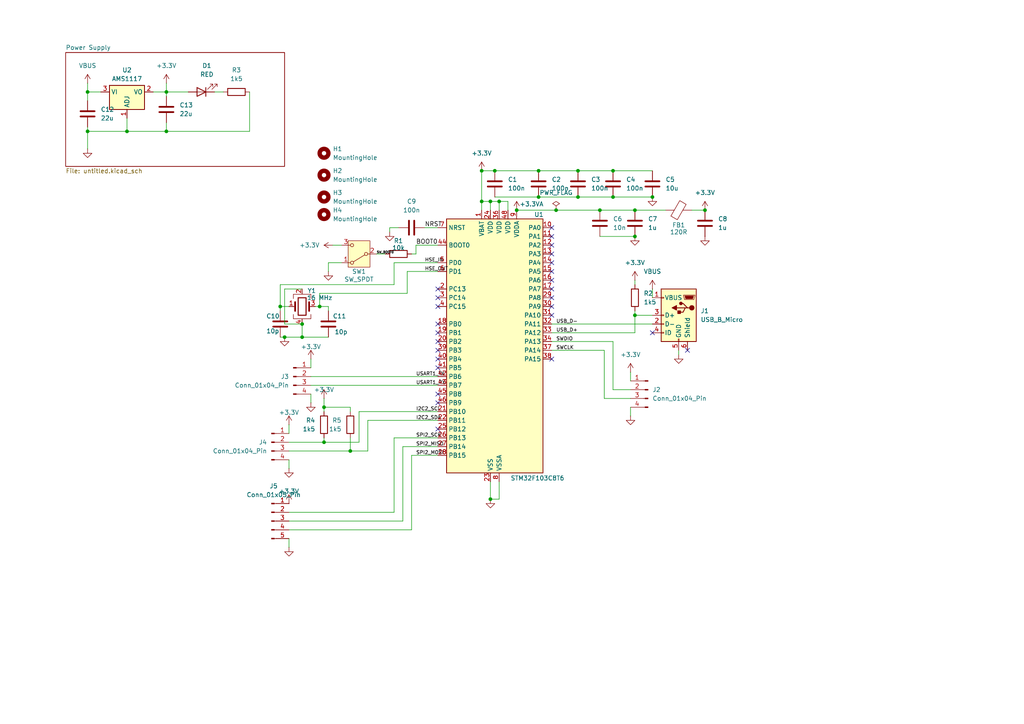
<source format=kicad_sch>
(kicad_sch
	(version 20231120)
	(generator "eeschema")
	(generator_version "8.0")
	(uuid "e1da5e62-0ff4-4329-a1d2-69b60bfe3d5d")
	(paper "A4")
	(title_block
		(title "STM32 PCB")
		(date "2024-08-15")
		(rev "0.1")
		(company "Zien")
	)
	(lib_symbols
		(symbol "Connector:Conn_01x04_Pin"
			(pin_names
				(offset 1.016) hide)
			(exclude_from_sim no)
			(in_bom yes)
			(on_board yes)
			(property "Reference" "J"
				(at 0 5.08 0)
				(effects
					(font
						(size 1.27 1.27)
					)
				)
			)
			(property "Value" "Conn_01x04_Pin"
				(at 0 -7.62 0)
				(effects
					(font
						(size 1.27 1.27)
					)
				)
			)
			(property "Footprint" ""
				(at 0 0 0)
				(effects
					(font
						(size 1.27 1.27)
					)
					(hide yes)
				)
			)
			(property "Datasheet" "~"
				(at 0 0 0)
				(effects
					(font
						(size 1.27 1.27)
					)
					(hide yes)
				)
			)
			(property "Description" "Generic connector, single row, 01x04, script generated"
				(at 0 0 0)
				(effects
					(font
						(size 1.27 1.27)
					)
					(hide yes)
				)
			)
			(property "ki_locked" ""
				(at 0 0 0)
				(effects
					(font
						(size 1.27 1.27)
					)
				)
			)
			(property "ki_keywords" "connector"
				(at 0 0 0)
				(effects
					(font
						(size 1.27 1.27)
					)
					(hide yes)
				)
			)
			(property "ki_fp_filters" "Connector*:*_1x??_*"
				(at 0 0 0)
				(effects
					(font
						(size 1.27 1.27)
					)
					(hide yes)
				)
			)
			(symbol "Conn_01x04_Pin_1_1"
				(polyline
					(pts
						(xy 1.27 -5.08) (xy 0.8636 -5.08)
					)
					(stroke
						(width 0.1524)
						(type default)
					)
					(fill
						(type none)
					)
				)
				(polyline
					(pts
						(xy 1.27 -2.54) (xy 0.8636 -2.54)
					)
					(stroke
						(width 0.1524)
						(type default)
					)
					(fill
						(type none)
					)
				)
				(polyline
					(pts
						(xy 1.27 0) (xy 0.8636 0)
					)
					(stroke
						(width 0.1524)
						(type default)
					)
					(fill
						(type none)
					)
				)
				(polyline
					(pts
						(xy 1.27 2.54) (xy 0.8636 2.54)
					)
					(stroke
						(width 0.1524)
						(type default)
					)
					(fill
						(type none)
					)
				)
				(rectangle
					(start 0.8636 -4.953)
					(end 0 -5.207)
					(stroke
						(width 0.1524)
						(type default)
					)
					(fill
						(type outline)
					)
				)
				(rectangle
					(start 0.8636 -2.413)
					(end 0 -2.667)
					(stroke
						(width 0.1524)
						(type default)
					)
					(fill
						(type outline)
					)
				)
				(rectangle
					(start 0.8636 0.127)
					(end 0 -0.127)
					(stroke
						(width 0.1524)
						(type default)
					)
					(fill
						(type outline)
					)
				)
				(rectangle
					(start 0.8636 2.667)
					(end 0 2.413)
					(stroke
						(width 0.1524)
						(type default)
					)
					(fill
						(type outline)
					)
				)
				(pin passive line
					(at 5.08 2.54 180)
					(length 3.81)
					(name "Pin_1"
						(effects
							(font
								(size 1.27 1.27)
							)
						)
					)
					(number "1"
						(effects
							(font
								(size 1.27 1.27)
							)
						)
					)
				)
				(pin passive line
					(at 5.08 0 180)
					(length 3.81)
					(name "Pin_2"
						(effects
							(font
								(size 1.27 1.27)
							)
						)
					)
					(number "2"
						(effects
							(font
								(size 1.27 1.27)
							)
						)
					)
				)
				(pin passive line
					(at 5.08 -2.54 180)
					(length 3.81)
					(name "Pin_3"
						(effects
							(font
								(size 1.27 1.27)
							)
						)
					)
					(number "3"
						(effects
							(font
								(size 1.27 1.27)
							)
						)
					)
				)
				(pin passive line
					(at 5.08 -5.08 180)
					(length 3.81)
					(name "Pin_4"
						(effects
							(font
								(size 1.27 1.27)
							)
						)
					)
					(number "4"
						(effects
							(font
								(size 1.27 1.27)
							)
						)
					)
				)
			)
		)
		(symbol "Connector:Conn_01x05_Pin"
			(pin_names
				(offset 1.016) hide)
			(exclude_from_sim no)
			(in_bom yes)
			(on_board yes)
			(property "Reference" "J"
				(at 0 7.62 0)
				(effects
					(font
						(size 1.27 1.27)
					)
				)
			)
			(property "Value" "Conn_01x05_Pin"
				(at 0 -7.62 0)
				(effects
					(font
						(size 1.27 1.27)
					)
				)
			)
			(property "Footprint" ""
				(at 0 0 0)
				(effects
					(font
						(size 1.27 1.27)
					)
					(hide yes)
				)
			)
			(property "Datasheet" "~"
				(at 0 0 0)
				(effects
					(font
						(size 1.27 1.27)
					)
					(hide yes)
				)
			)
			(property "Description" "Generic connector, single row, 01x05, script generated"
				(at 0 0 0)
				(effects
					(font
						(size 1.27 1.27)
					)
					(hide yes)
				)
			)
			(property "ki_locked" ""
				(at 0 0 0)
				(effects
					(font
						(size 1.27 1.27)
					)
				)
			)
			(property "ki_keywords" "connector"
				(at 0 0 0)
				(effects
					(font
						(size 1.27 1.27)
					)
					(hide yes)
				)
			)
			(property "ki_fp_filters" "Connector*:*_1x??_*"
				(at 0 0 0)
				(effects
					(font
						(size 1.27 1.27)
					)
					(hide yes)
				)
			)
			(symbol "Conn_01x05_Pin_1_1"
				(polyline
					(pts
						(xy 1.27 -5.08) (xy 0.8636 -5.08)
					)
					(stroke
						(width 0.1524)
						(type default)
					)
					(fill
						(type none)
					)
				)
				(polyline
					(pts
						(xy 1.27 -2.54) (xy 0.8636 -2.54)
					)
					(stroke
						(width 0.1524)
						(type default)
					)
					(fill
						(type none)
					)
				)
				(polyline
					(pts
						(xy 1.27 0) (xy 0.8636 0)
					)
					(stroke
						(width 0.1524)
						(type default)
					)
					(fill
						(type none)
					)
				)
				(polyline
					(pts
						(xy 1.27 2.54) (xy 0.8636 2.54)
					)
					(stroke
						(width 0.1524)
						(type default)
					)
					(fill
						(type none)
					)
				)
				(polyline
					(pts
						(xy 1.27 5.08) (xy 0.8636 5.08)
					)
					(stroke
						(width 0.1524)
						(type default)
					)
					(fill
						(type none)
					)
				)
				(rectangle
					(start 0.8636 -4.953)
					(end 0 -5.207)
					(stroke
						(width 0.1524)
						(type default)
					)
					(fill
						(type outline)
					)
				)
				(rectangle
					(start 0.8636 -2.413)
					(end 0 -2.667)
					(stroke
						(width 0.1524)
						(type default)
					)
					(fill
						(type outline)
					)
				)
				(rectangle
					(start 0.8636 0.127)
					(end 0 -0.127)
					(stroke
						(width 0.1524)
						(type default)
					)
					(fill
						(type outline)
					)
				)
				(rectangle
					(start 0.8636 2.667)
					(end 0 2.413)
					(stroke
						(width 0.1524)
						(type default)
					)
					(fill
						(type outline)
					)
				)
				(rectangle
					(start 0.8636 5.207)
					(end 0 4.953)
					(stroke
						(width 0.1524)
						(type default)
					)
					(fill
						(type outline)
					)
				)
				(pin passive line
					(at 5.08 5.08 180)
					(length 3.81)
					(name "Pin_1"
						(effects
							(font
								(size 1.27 1.27)
							)
						)
					)
					(number "1"
						(effects
							(font
								(size 1.27 1.27)
							)
						)
					)
				)
				(pin passive line
					(at 5.08 2.54 180)
					(length 3.81)
					(name "Pin_2"
						(effects
							(font
								(size 1.27 1.27)
							)
						)
					)
					(number "2"
						(effects
							(font
								(size 1.27 1.27)
							)
						)
					)
				)
				(pin passive line
					(at 5.08 0 180)
					(length 3.81)
					(name "Pin_3"
						(effects
							(font
								(size 1.27 1.27)
							)
						)
					)
					(number "3"
						(effects
							(font
								(size 1.27 1.27)
							)
						)
					)
				)
				(pin passive line
					(at 5.08 -2.54 180)
					(length 3.81)
					(name "Pin_4"
						(effects
							(font
								(size 1.27 1.27)
							)
						)
					)
					(number "4"
						(effects
							(font
								(size 1.27 1.27)
							)
						)
					)
				)
				(pin passive line
					(at 5.08 -5.08 180)
					(length 3.81)
					(name "Pin_5"
						(effects
							(font
								(size 1.27 1.27)
							)
						)
					)
					(number "5"
						(effects
							(font
								(size 1.27 1.27)
							)
						)
					)
				)
			)
		)
		(symbol "Connector:USB_B_Micro"
			(pin_names
				(offset 1.016)
			)
			(exclude_from_sim no)
			(in_bom yes)
			(on_board yes)
			(property "Reference" "J"
				(at -5.08 11.43 0)
				(effects
					(font
						(size 1.27 1.27)
					)
					(justify left)
				)
			)
			(property "Value" "USB_B_Micro"
				(at -5.08 8.89 0)
				(effects
					(font
						(size 1.27 1.27)
					)
					(justify left)
				)
			)
			(property "Footprint" ""
				(at 3.81 -1.27 0)
				(effects
					(font
						(size 1.27 1.27)
					)
					(hide yes)
				)
			)
			(property "Datasheet" "~"
				(at 3.81 -1.27 0)
				(effects
					(font
						(size 1.27 1.27)
					)
					(hide yes)
				)
			)
			(property "Description" "USB Micro Type B connector"
				(at 0 0 0)
				(effects
					(font
						(size 1.27 1.27)
					)
					(hide yes)
				)
			)
			(property "ki_keywords" "connector USB micro"
				(at 0 0 0)
				(effects
					(font
						(size 1.27 1.27)
					)
					(hide yes)
				)
			)
			(property "ki_fp_filters" "USB*"
				(at 0 0 0)
				(effects
					(font
						(size 1.27 1.27)
					)
					(hide yes)
				)
			)
			(symbol "USB_B_Micro_0_1"
				(rectangle
					(start -5.08 -7.62)
					(end 5.08 7.62)
					(stroke
						(width 0.254)
						(type default)
					)
					(fill
						(type background)
					)
				)
				(circle
					(center -3.81 2.159)
					(radius 0.635)
					(stroke
						(width 0.254)
						(type default)
					)
					(fill
						(type outline)
					)
				)
				(circle
					(center -0.635 3.429)
					(radius 0.381)
					(stroke
						(width 0.254)
						(type default)
					)
					(fill
						(type outline)
					)
				)
				(rectangle
					(start -0.127 -7.62)
					(end 0.127 -6.858)
					(stroke
						(width 0)
						(type default)
					)
					(fill
						(type none)
					)
				)
				(polyline
					(pts
						(xy -1.905 2.159) (xy 0.635 2.159)
					)
					(stroke
						(width 0.254)
						(type default)
					)
					(fill
						(type none)
					)
				)
				(polyline
					(pts
						(xy -3.175 2.159) (xy -2.54 2.159) (xy -1.27 3.429) (xy -0.635 3.429)
					)
					(stroke
						(width 0.254)
						(type default)
					)
					(fill
						(type none)
					)
				)
				(polyline
					(pts
						(xy -2.54 2.159) (xy -1.905 2.159) (xy -1.27 0.889) (xy 0 0.889)
					)
					(stroke
						(width 0.254)
						(type default)
					)
					(fill
						(type none)
					)
				)
				(polyline
					(pts
						(xy 0.635 2.794) (xy 0.635 1.524) (xy 1.905 2.159) (xy 0.635 2.794)
					)
					(stroke
						(width 0.254)
						(type default)
					)
					(fill
						(type outline)
					)
				)
				(polyline
					(pts
						(xy -4.318 5.588) (xy -1.778 5.588) (xy -2.032 4.826) (xy -4.064 4.826) (xy -4.318 5.588)
					)
					(stroke
						(width 0)
						(type default)
					)
					(fill
						(type outline)
					)
				)
				(polyline
					(pts
						(xy -4.699 5.842) (xy -4.699 5.588) (xy -4.445 4.826) (xy -4.445 4.572) (xy -1.651 4.572) (xy -1.651 4.826)
						(xy -1.397 5.588) (xy -1.397 5.842) (xy -4.699 5.842)
					)
					(stroke
						(width 0)
						(type default)
					)
					(fill
						(type none)
					)
				)
				(rectangle
					(start 0.254 1.27)
					(end -0.508 0.508)
					(stroke
						(width 0.254)
						(type default)
					)
					(fill
						(type outline)
					)
				)
				(rectangle
					(start 5.08 -5.207)
					(end 4.318 -4.953)
					(stroke
						(width 0)
						(type default)
					)
					(fill
						(type none)
					)
				)
				(rectangle
					(start 5.08 -2.667)
					(end 4.318 -2.413)
					(stroke
						(width 0)
						(type default)
					)
					(fill
						(type none)
					)
				)
				(rectangle
					(start 5.08 -0.127)
					(end 4.318 0.127)
					(stroke
						(width 0)
						(type default)
					)
					(fill
						(type none)
					)
				)
				(rectangle
					(start 5.08 4.953)
					(end 4.318 5.207)
					(stroke
						(width 0)
						(type default)
					)
					(fill
						(type none)
					)
				)
			)
			(symbol "USB_B_Micro_1_1"
				(pin power_out line
					(at 7.62 5.08 180)
					(length 2.54)
					(name "VBUS"
						(effects
							(font
								(size 1.27 1.27)
							)
						)
					)
					(number "1"
						(effects
							(font
								(size 1.27 1.27)
							)
						)
					)
				)
				(pin bidirectional line
					(at 7.62 -2.54 180)
					(length 2.54)
					(name "D-"
						(effects
							(font
								(size 1.27 1.27)
							)
						)
					)
					(number "2"
						(effects
							(font
								(size 1.27 1.27)
							)
						)
					)
				)
				(pin bidirectional line
					(at 7.62 0 180)
					(length 2.54)
					(name "D+"
						(effects
							(font
								(size 1.27 1.27)
							)
						)
					)
					(number "3"
						(effects
							(font
								(size 1.27 1.27)
							)
						)
					)
				)
				(pin passive line
					(at 7.62 -5.08 180)
					(length 2.54)
					(name "ID"
						(effects
							(font
								(size 1.27 1.27)
							)
						)
					)
					(number "4"
						(effects
							(font
								(size 1.27 1.27)
							)
						)
					)
				)
				(pin power_out line
					(at 0 -10.16 90)
					(length 2.54)
					(name "GND"
						(effects
							(font
								(size 1.27 1.27)
							)
						)
					)
					(number "5"
						(effects
							(font
								(size 1.27 1.27)
							)
						)
					)
				)
				(pin passive line
					(at -2.54 -10.16 90)
					(length 2.54)
					(name "Shield"
						(effects
							(font
								(size 1.27 1.27)
							)
						)
					)
					(number "6"
						(effects
							(font
								(size 1.27 1.27)
							)
						)
					)
				)
			)
		)
		(symbol "Device:C"
			(pin_numbers hide)
			(pin_names
				(offset 0.254)
			)
			(exclude_from_sim no)
			(in_bom yes)
			(on_board yes)
			(property "Reference" "C"
				(at 0.635 2.54 0)
				(effects
					(font
						(size 1.27 1.27)
					)
					(justify left)
				)
			)
			(property "Value" "C"
				(at 0.635 -2.54 0)
				(effects
					(font
						(size 1.27 1.27)
					)
					(justify left)
				)
			)
			(property "Footprint" ""
				(at 0.9652 -3.81 0)
				(effects
					(font
						(size 1.27 1.27)
					)
					(hide yes)
				)
			)
			(property "Datasheet" "~"
				(at 0 0 0)
				(effects
					(font
						(size 1.27 1.27)
					)
					(hide yes)
				)
			)
			(property "Description" "Unpolarized capacitor"
				(at 0 0 0)
				(effects
					(font
						(size 1.27 1.27)
					)
					(hide yes)
				)
			)
			(property "ki_keywords" "cap capacitor"
				(at 0 0 0)
				(effects
					(font
						(size 1.27 1.27)
					)
					(hide yes)
				)
			)
			(property "ki_fp_filters" "C_*"
				(at 0 0 0)
				(effects
					(font
						(size 1.27 1.27)
					)
					(hide yes)
				)
			)
			(symbol "C_0_1"
				(polyline
					(pts
						(xy -2.032 -0.762) (xy 2.032 -0.762)
					)
					(stroke
						(width 0.508)
						(type default)
					)
					(fill
						(type none)
					)
				)
				(polyline
					(pts
						(xy -2.032 0.762) (xy 2.032 0.762)
					)
					(stroke
						(width 0.508)
						(type default)
					)
					(fill
						(type none)
					)
				)
			)
			(symbol "C_1_1"
				(pin passive line
					(at 0 3.81 270)
					(length 2.794)
					(name "~"
						(effects
							(font
								(size 1.27 1.27)
							)
						)
					)
					(number "1"
						(effects
							(font
								(size 1.27 1.27)
							)
						)
					)
				)
				(pin passive line
					(at 0 -3.81 90)
					(length 2.794)
					(name "~"
						(effects
							(font
								(size 1.27 1.27)
							)
						)
					)
					(number "2"
						(effects
							(font
								(size 1.27 1.27)
							)
						)
					)
				)
			)
		)
		(symbol "Device:Crystal_GND24"
			(pin_names
				(offset 1.016) hide)
			(exclude_from_sim no)
			(in_bom yes)
			(on_board yes)
			(property "Reference" "Y"
				(at 3.175 5.08 0)
				(effects
					(font
						(size 1.27 1.27)
					)
					(justify left)
				)
			)
			(property "Value" "Crystal_GND24"
				(at 3.175 3.175 0)
				(effects
					(font
						(size 1.27 1.27)
					)
					(justify left)
				)
			)
			(property "Footprint" ""
				(at 0 0 0)
				(effects
					(font
						(size 1.27 1.27)
					)
					(hide yes)
				)
			)
			(property "Datasheet" "~"
				(at 0 0 0)
				(effects
					(font
						(size 1.27 1.27)
					)
					(hide yes)
				)
			)
			(property "Description" "Four pin crystal, GND on pins 2 and 4"
				(at 0 0 0)
				(effects
					(font
						(size 1.27 1.27)
					)
					(hide yes)
				)
			)
			(property "ki_keywords" "quartz ceramic resonator oscillator"
				(at 0 0 0)
				(effects
					(font
						(size 1.27 1.27)
					)
					(hide yes)
				)
			)
			(property "ki_fp_filters" "Crystal*"
				(at 0 0 0)
				(effects
					(font
						(size 1.27 1.27)
					)
					(hide yes)
				)
			)
			(symbol "Crystal_GND24_0_1"
				(rectangle
					(start -1.143 2.54)
					(end 1.143 -2.54)
					(stroke
						(width 0.3048)
						(type default)
					)
					(fill
						(type none)
					)
				)
				(polyline
					(pts
						(xy -2.54 0) (xy -2.032 0)
					)
					(stroke
						(width 0)
						(type default)
					)
					(fill
						(type none)
					)
				)
				(polyline
					(pts
						(xy -2.032 -1.27) (xy -2.032 1.27)
					)
					(stroke
						(width 0.508)
						(type default)
					)
					(fill
						(type none)
					)
				)
				(polyline
					(pts
						(xy 0 -3.81) (xy 0 -3.556)
					)
					(stroke
						(width 0)
						(type default)
					)
					(fill
						(type none)
					)
				)
				(polyline
					(pts
						(xy 0 3.556) (xy 0 3.81)
					)
					(stroke
						(width 0)
						(type default)
					)
					(fill
						(type none)
					)
				)
				(polyline
					(pts
						(xy 2.032 -1.27) (xy 2.032 1.27)
					)
					(stroke
						(width 0.508)
						(type default)
					)
					(fill
						(type none)
					)
				)
				(polyline
					(pts
						(xy 2.032 0) (xy 2.54 0)
					)
					(stroke
						(width 0)
						(type default)
					)
					(fill
						(type none)
					)
				)
				(polyline
					(pts
						(xy -2.54 -2.286) (xy -2.54 -3.556) (xy 2.54 -3.556) (xy 2.54 -2.286)
					)
					(stroke
						(width 0)
						(type default)
					)
					(fill
						(type none)
					)
				)
				(polyline
					(pts
						(xy -2.54 2.286) (xy -2.54 3.556) (xy 2.54 3.556) (xy 2.54 2.286)
					)
					(stroke
						(width 0)
						(type default)
					)
					(fill
						(type none)
					)
				)
			)
			(symbol "Crystal_GND24_1_1"
				(pin passive line
					(at -3.81 0 0)
					(length 1.27)
					(name "1"
						(effects
							(font
								(size 1.27 1.27)
							)
						)
					)
					(number "1"
						(effects
							(font
								(size 1.27 1.27)
							)
						)
					)
				)
				(pin passive line
					(at 0 5.08 270)
					(length 1.27)
					(name "2"
						(effects
							(font
								(size 1.27 1.27)
							)
						)
					)
					(number "2"
						(effects
							(font
								(size 1.27 1.27)
							)
						)
					)
				)
				(pin passive line
					(at 3.81 0 180)
					(length 1.27)
					(name "3"
						(effects
							(font
								(size 1.27 1.27)
							)
						)
					)
					(number "3"
						(effects
							(font
								(size 1.27 1.27)
							)
						)
					)
				)
				(pin passive line
					(at 0 -5.08 90)
					(length 1.27)
					(name "4"
						(effects
							(font
								(size 1.27 1.27)
							)
						)
					)
					(number "4"
						(effects
							(font
								(size 1.27 1.27)
							)
						)
					)
				)
			)
		)
		(symbol "Device:FerriteBead"
			(pin_numbers hide)
			(pin_names
				(offset 0)
			)
			(exclude_from_sim no)
			(in_bom yes)
			(on_board yes)
			(property "Reference" "FB"
				(at -3.81 0.635 90)
				(effects
					(font
						(size 1.27 1.27)
					)
				)
			)
			(property "Value" "FerriteBead"
				(at 3.81 0 90)
				(effects
					(font
						(size 1.27 1.27)
					)
				)
			)
			(property "Footprint" ""
				(at -1.778 0 90)
				(effects
					(font
						(size 1.27 1.27)
					)
					(hide yes)
				)
			)
			(property "Datasheet" "~"
				(at 0 0 0)
				(effects
					(font
						(size 1.27 1.27)
					)
					(hide yes)
				)
			)
			(property "Description" "Ferrite bead"
				(at 0 0 0)
				(effects
					(font
						(size 1.27 1.27)
					)
					(hide yes)
				)
			)
			(property "ki_keywords" "L ferrite bead inductor filter"
				(at 0 0 0)
				(effects
					(font
						(size 1.27 1.27)
					)
					(hide yes)
				)
			)
			(property "ki_fp_filters" "Inductor_* L_* *Ferrite*"
				(at 0 0 0)
				(effects
					(font
						(size 1.27 1.27)
					)
					(hide yes)
				)
			)
			(symbol "FerriteBead_0_1"
				(polyline
					(pts
						(xy 0 -1.27) (xy 0 -1.2192)
					)
					(stroke
						(width 0)
						(type default)
					)
					(fill
						(type none)
					)
				)
				(polyline
					(pts
						(xy 0 1.27) (xy 0 1.2954)
					)
					(stroke
						(width 0)
						(type default)
					)
					(fill
						(type none)
					)
				)
				(polyline
					(pts
						(xy -2.7686 0.4064) (xy -1.7018 2.2606) (xy 2.7686 -0.3048) (xy 1.6764 -2.159) (xy -2.7686 0.4064)
					)
					(stroke
						(width 0)
						(type default)
					)
					(fill
						(type none)
					)
				)
			)
			(symbol "FerriteBead_1_1"
				(pin passive line
					(at 0 3.81 270)
					(length 2.54)
					(name "~"
						(effects
							(font
								(size 1.27 1.27)
							)
						)
					)
					(number "1"
						(effects
							(font
								(size 1.27 1.27)
							)
						)
					)
				)
				(pin passive line
					(at 0 -3.81 90)
					(length 2.54)
					(name "~"
						(effects
							(font
								(size 1.27 1.27)
							)
						)
					)
					(number "2"
						(effects
							(font
								(size 1.27 1.27)
							)
						)
					)
				)
			)
		)
		(symbol "Device:LED"
			(pin_numbers hide)
			(pin_names
				(offset 1.016) hide)
			(exclude_from_sim no)
			(in_bom yes)
			(on_board yes)
			(property "Reference" "D"
				(at 0 2.54 0)
				(effects
					(font
						(size 1.27 1.27)
					)
				)
			)
			(property "Value" "LED"
				(at 0 -2.54 0)
				(effects
					(font
						(size 1.27 1.27)
					)
				)
			)
			(property "Footprint" ""
				(at 0 0 0)
				(effects
					(font
						(size 1.27 1.27)
					)
					(hide yes)
				)
			)
			(property "Datasheet" "~"
				(at 0 0 0)
				(effects
					(font
						(size 1.27 1.27)
					)
					(hide yes)
				)
			)
			(property "Description" "Light emitting diode"
				(at 0 0 0)
				(effects
					(font
						(size 1.27 1.27)
					)
					(hide yes)
				)
			)
			(property "ki_keywords" "LED diode"
				(at 0 0 0)
				(effects
					(font
						(size 1.27 1.27)
					)
					(hide yes)
				)
			)
			(property "ki_fp_filters" "LED* LED_SMD:* LED_THT:*"
				(at 0 0 0)
				(effects
					(font
						(size 1.27 1.27)
					)
					(hide yes)
				)
			)
			(symbol "LED_0_1"
				(polyline
					(pts
						(xy -1.27 -1.27) (xy -1.27 1.27)
					)
					(stroke
						(width 0.254)
						(type default)
					)
					(fill
						(type none)
					)
				)
				(polyline
					(pts
						(xy -1.27 0) (xy 1.27 0)
					)
					(stroke
						(width 0)
						(type default)
					)
					(fill
						(type none)
					)
				)
				(polyline
					(pts
						(xy 1.27 -1.27) (xy 1.27 1.27) (xy -1.27 0) (xy 1.27 -1.27)
					)
					(stroke
						(width 0.254)
						(type default)
					)
					(fill
						(type none)
					)
				)
				(polyline
					(pts
						(xy -3.048 -0.762) (xy -4.572 -2.286) (xy -3.81 -2.286) (xy -4.572 -2.286) (xy -4.572 -1.524)
					)
					(stroke
						(width 0)
						(type default)
					)
					(fill
						(type none)
					)
				)
				(polyline
					(pts
						(xy -1.778 -0.762) (xy -3.302 -2.286) (xy -2.54 -2.286) (xy -3.302 -2.286) (xy -3.302 -1.524)
					)
					(stroke
						(width 0)
						(type default)
					)
					(fill
						(type none)
					)
				)
			)
			(symbol "LED_1_1"
				(pin passive line
					(at -3.81 0 0)
					(length 2.54)
					(name "K"
						(effects
							(font
								(size 1.27 1.27)
							)
						)
					)
					(number "1"
						(effects
							(font
								(size 1.27 1.27)
							)
						)
					)
				)
				(pin passive line
					(at 3.81 0 180)
					(length 2.54)
					(name "A"
						(effects
							(font
								(size 1.27 1.27)
							)
						)
					)
					(number "2"
						(effects
							(font
								(size 1.27 1.27)
							)
						)
					)
				)
			)
		)
		(symbol "Device:R"
			(pin_numbers hide)
			(pin_names
				(offset 0)
			)
			(exclude_from_sim no)
			(in_bom yes)
			(on_board yes)
			(property "Reference" "R"
				(at 2.032 0 90)
				(effects
					(font
						(size 1.27 1.27)
					)
				)
			)
			(property "Value" "R"
				(at 0 0 90)
				(effects
					(font
						(size 1.27 1.27)
					)
				)
			)
			(property "Footprint" ""
				(at -1.778 0 90)
				(effects
					(font
						(size 1.27 1.27)
					)
					(hide yes)
				)
			)
			(property "Datasheet" "~"
				(at 0 0 0)
				(effects
					(font
						(size 1.27 1.27)
					)
					(hide yes)
				)
			)
			(property "Description" "Resistor"
				(at 0 0 0)
				(effects
					(font
						(size 1.27 1.27)
					)
					(hide yes)
				)
			)
			(property "ki_keywords" "R res resistor"
				(at 0 0 0)
				(effects
					(font
						(size 1.27 1.27)
					)
					(hide yes)
				)
			)
			(property "ki_fp_filters" "R_*"
				(at 0 0 0)
				(effects
					(font
						(size 1.27 1.27)
					)
					(hide yes)
				)
			)
			(symbol "R_0_1"
				(rectangle
					(start -1.016 -2.54)
					(end 1.016 2.54)
					(stroke
						(width 0.254)
						(type default)
					)
					(fill
						(type none)
					)
				)
			)
			(symbol "R_1_1"
				(pin passive line
					(at 0 3.81 270)
					(length 1.27)
					(name "~"
						(effects
							(font
								(size 1.27 1.27)
							)
						)
					)
					(number "1"
						(effects
							(font
								(size 1.27 1.27)
							)
						)
					)
				)
				(pin passive line
					(at 0 -3.81 90)
					(length 1.27)
					(name "~"
						(effects
							(font
								(size 1.27 1.27)
							)
						)
					)
					(number "2"
						(effects
							(font
								(size 1.27 1.27)
							)
						)
					)
				)
			)
		)
		(symbol "MCU_ST_STM32F1:STM32F103C8Tx"
			(exclude_from_sim no)
			(in_bom yes)
			(on_board yes)
			(property "Reference" "U"
				(at -12.7 39.37 0)
				(effects
					(font
						(size 1.27 1.27)
					)
					(justify left)
				)
			)
			(property "Value" "STM32F103C8Tx"
				(at 10.16 39.37 0)
				(effects
					(font
						(size 1.27 1.27)
					)
					(justify left)
				)
			)
			(property "Footprint" "Package_QFP:LQFP-48_7x7mm_P0.5mm"
				(at -12.7 -35.56 0)
				(effects
					(font
						(size 1.27 1.27)
					)
					(justify right)
					(hide yes)
				)
			)
			(property "Datasheet" "https://www.st.com/resource/en/datasheet/stm32f103c8.pdf"
				(at 0 0 0)
				(effects
					(font
						(size 1.27 1.27)
					)
					(hide yes)
				)
			)
			(property "Description" "STMicroelectronics Arm Cortex-M3 MCU, 64KB flash, 20KB RAM, 72 MHz, 2.0-3.6V, 37 GPIO, LQFP48"
				(at 0 0 0)
				(effects
					(font
						(size 1.27 1.27)
					)
					(hide yes)
				)
			)
			(property "ki_locked" ""
				(at 0 0 0)
				(effects
					(font
						(size 1.27 1.27)
					)
				)
			)
			(property "ki_keywords" "Arm Cortex-M3 STM32F1 STM32F103"
				(at 0 0 0)
				(effects
					(font
						(size 1.27 1.27)
					)
					(hide yes)
				)
			)
			(property "ki_fp_filters" "LQFP*7x7mm*P0.5mm*"
				(at 0 0 0)
				(effects
					(font
						(size 1.27 1.27)
					)
					(hide yes)
				)
			)
			(symbol "STM32F103C8Tx_0_1"
				(rectangle
					(start -12.7 -35.56)
					(end 15.24 38.1)
					(stroke
						(width 0.254)
						(type default)
					)
					(fill
						(type background)
					)
				)
			)
			(symbol "STM32F103C8Tx_1_1"
				(pin power_in line
					(at -2.54 40.64 270)
					(length 2.54)
					(name "VBAT"
						(effects
							(font
								(size 1.27 1.27)
							)
						)
					)
					(number "1"
						(effects
							(font
								(size 1.27 1.27)
							)
						)
					)
				)
				(pin bidirectional line
					(at 17.78 35.56 180)
					(length 2.54)
					(name "PA0"
						(effects
							(font
								(size 1.27 1.27)
							)
						)
					)
					(number "10"
						(effects
							(font
								(size 1.27 1.27)
							)
						)
					)
					(alternate "ADC1_IN0" bidirectional line)
					(alternate "ADC2_IN0" bidirectional line)
					(alternate "SYS_WKUP" bidirectional line)
					(alternate "TIM2_CH1" bidirectional line)
					(alternate "TIM2_ETR" bidirectional line)
					(alternate "USART2_CTS" bidirectional line)
				)
				(pin bidirectional line
					(at 17.78 33.02 180)
					(length 2.54)
					(name "PA1"
						(effects
							(font
								(size 1.27 1.27)
							)
						)
					)
					(number "11"
						(effects
							(font
								(size 1.27 1.27)
							)
						)
					)
					(alternate "ADC1_IN1" bidirectional line)
					(alternate "ADC2_IN1" bidirectional line)
					(alternate "TIM2_CH2" bidirectional line)
					(alternate "USART2_RTS" bidirectional line)
				)
				(pin bidirectional line
					(at 17.78 30.48 180)
					(length 2.54)
					(name "PA2"
						(effects
							(font
								(size 1.27 1.27)
							)
						)
					)
					(number "12"
						(effects
							(font
								(size 1.27 1.27)
							)
						)
					)
					(alternate "ADC1_IN2" bidirectional line)
					(alternate "ADC2_IN2" bidirectional line)
					(alternate "TIM2_CH3" bidirectional line)
					(alternate "USART2_TX" bidirectional line)
				)
				(pin bidirectional line
					(at 17.78 27.94 180)
					(length 2.54)
					(name "PA3"
						(effects
							(font
								(size 1.27 1.27)
							)
						)
					)
					(number "13"
						(effects
							(font
								(size 1.27 1.27)
							)
						)
					)
					(alternate "ADC1_IN3" bidirectional line)
					(alternate "ADC2_IN3" bidirectional line)
					(alternate "TIM2_CH4" bidirectional line)
					(alternate "USART2_RX" bidirectional line)
				)
				(pin bidirectional line
					(at 17.78 25.4 180)
					(length 2.54)
					(name "PA4"
						(effects
							(font
								(size 1.27 1.27)
							)
						)
					)
					(number "14"
						(effects
							(font
								(size 1.27 1.27)
							)
						)
					)
					(alternate "ADC1_IN4" bidirectional line)
					(alternate "ADC2_IN4" bidirectional line)
					(alternate "SPI1_NSS" bidirectional line)
					(alternate "USART2_CK" bidirectional line)
				)
				(pin bidirectional line
					(at 17.78 22.86 180)
					(length 2.54)
					(name "PA5"
						(effects
							(font
								(size 1.27 1.27)
							)
						)
					)
					(number "15"
						(effects
							(font
								(size 1.27 1.27)
							)
						)
					)
					(alternate "ADC1_IN5" bidirectional line)
					(alternate "ADC2_IN5" bidirectional line)
					(alternate "SPI1_SCK" bidirectional line)
				)
				(pin bidirectional line
					(at 17.78 20.32 180)
					(length 2.54)
					(name "PA6"
						(effects
							(font
								(size 1.27 1.27)
							)
						)
					)
					(number "16"
						(effects
							(font
								(size 1.27 1.27)
							)
						)
					)
					(alternate "ADC1_IN6" bidirectional line)
					(alternate "ADC2_IN6" bidirectional line)
					(alternate "SPI1_MISO" bidirectional line)
					(alternate "TIM1_BKIN" bidirectional line)
					(alternate "TIM3_CH1" bidirectional line)
				)
				(pin bidirectional line
					(at 17.78 17.78 180)
					(length 2.54)
					(name "PA7"
						(effects
							(font
								(size 1.27 1.27)
							)
						)
					)
					(number "17"
						(effects
							(font
								(size 1.27 1.27)
							)
						)
					)
					(alternate "ADC1_IN7" bidirectional line)
					(alternate "ADC2_IN7" bidirectional line)
					(alternate "SPI1_MOSI" bidirectional line)
					(alternate "TIM1_CH1N" bidirectional line)
					(alternate "TIM3_CH2" bidirectional line)
				)
				(pin bidirectional line
					(at -15.24 7.62 0)
					(length 2.54)
					(name "PB0"
						(effects
							(font
								(size 1.27 1.27)
							)
						)
					)
					(number "18"
						(effects
							(font
								(size 1.27 1.27)
							)
						)
					)
					(alternate "ADC1_IN8" bidirectional line)
					(alternate "ADC2_IN8" bidirectional line)
					(alternate "TIM1_CH2N" bidirectional line)
					(alternate "TIM3_CH3" bidirectional line)
				)
				(pin bidirectional line
					(at -15.24 5.08 0)
					(length 2.54)
					(name "PB1"
						(effects
							(font
								(size 1.27 1.27)
							)
						)
					)
					(number "19"
						(effects
							(font
								(size 1.27 1.27)
							)
						)
					)
					(alternate "ADC1_IN9" bidirectional line)
					(alternate "ADC2_IN9" bidirectional line)
					(alternate "TIM1_CH3N" bidirectional line)
					(alternate "TIM3_CH4" bidirectional line)
				)
				(pin bidirectional line
					(at -15.24 17.78 0)
					(length 2.54)
					(name "PC13"
						(effects
							(font
								(size 1.27 1.27)
							)
						)
					)
					(number "2"
						(effects
							(font
								(size 1.27 1.27)
							)
						)
					)
					(alternate "RTC_OUT" bidirectional line)
					(alternate "RTC_TAMPER" bidirectional line)
				)
				(pin bidirectional line
					(at -15.24 2.54 0)
					(length 2.54)
					(name "PB2"
						(effects
							(font
								(size 1.27 1.27)
							)
						)
					)
					(number "20"
						(effects
							(font
								(size 1.27 1.27)
							)
						)
					)
				)
				(pin bidirectional line
					(at -15.24 -17.78 0)
					(length 2.54)
					(name "PB10"
						(effects
							(font
								(size 1.27 1.27)
							)
						)
					)
					(number "21"
						(effects
							(font
								(size 1.27 1.27)
							)
						)
					)
					(alternate "I2C2_SCL" bidirectional line)
					(alternate "TIM2_CH3" bidirectional line)
					(alternate "USART3_TX" bidirectional line)
				)
				(pin bidirectional line
					(at -15.24 -20.32 0)
					(length 2.54)
					(name "PB11"
						(effects
							(font
								(size 1.27 1.27)
							)
						)
					)
					(number "22"
						(effects
							(font
								(size 1.27 1.27)
							)
						)
					)
					(alternate "ADC1_EXTI11" bidirectional line)
					(alternate "ADC2_EXTI11" bidirectional line)
					(alternate "I2C2_SDA" bidirectional line)
					(alternate "TIM2_CH4" bidirectional line)
					(alternate "USART3_RX" bidirectional line)
				)
				(pin power_in line
					(at 0 -38.1 90)
					(length 2.54)
					(name "VSS"
						(effects
							(font
								(size 1.27 1.27)
							)
						)
					)
					(number "23"
						(effects
							(font
								(size 1.27 1.27)
							)
						)
					)
				)
				(pin power_in line
					(at 0 40.64 270)
					(length 2.54)
					(name "VDD"
						(effects
							(font
								(size 1.27 1.27)
							)
						)
					)
					(number "24"
						(effects
							(font
								(size 1.27 1.27)
							)
						)
					)
				)
				(pin bidirectional line
					(at -15.24 -22.86 0)
					(length 2.54)
					(name "PB12"
						(effects
							(font
								(size 1.27 1.27)
							)
						)
					)
					(number "25"
						(effects
							(font
								(size 1.27 1.27)
							)
						)
					)
					(alternate "I2C2_SMBA" bidirectional line)
					(alternate "SPI2_NSS" bidirectional line)
					(alternate "TIM1_BKIN" bidirectional line)
					(alternate "USART3_CK" bidirectional line)
				)
				(pin bidirectional line
					(at -15.24 -25.4 0)
					(length 2.54)
					(name "PB13"
						(effects
							(font
								(size 1.27 1.27)
							)
						)
					)
					(number "26"
						(effects
							(font
								(size 1.27 1.27)
							)
						)
					)
					(alternate "SPI2_SCK" bidirectional line)
					(alternate "TIM1_CH1N" bidirectional line)
					(alternate "USART3_CTS" bidirectional line)
				)
				(pin bidirectional line
					(at -15.24 -27.94 0)
					(length 2.54)
					(name "PB14"
						(effects
							(font
								(size 1.27 1.27)
							)
						)
					)
					(number "27"
						(effects
							(font
								(size 1.27 1.27)
							)
						)
					)
					(alternate "SPI2_MISO" bidirectional line)
					(alternate "TIM1_CH2N" bidirectional line)
					(alternate "USART3_RTS" bidirectional line)
				)
				(pin bidirectional line
					(at -15.24 -30.48 0)
					(length 2.54)
					(name "PB15"
						(effects
							(font
								(size 1.27 1.27)
							)
						)
					)
					(number "28"
						(effects
							(font
								(size 1.27 1.27)
							)
						)
					)
					(alternate "ADC1_EXTI15" bidirectional line)
					(alternate "ADC2_EXTI15" bidirectional line)
					(alternate "SPI2_MOSI" bidirectional line)
					(alternate "TIM1_CH3N" bidirectional line)
				)
				(pin bidirectional line
					(at 17.78 15.24 180)
					(length 2.54)
					(name "PA8"
						(effects
							(font
								(size 1.27 1.27)
							)
						)
					)
					(number "29"
						(effects
							(font
								(size 1.27 1.27)
							)
						)
					)
					(alternate "RCC_MCO" bidirectional line)
					(alternate "TIM1_CH1" bidirectional line)
					(alternate "USART1_CK" bidirectional line)
				)
				(pin bidirectional line
					(at -15.24 15.24 0)
					(length 2.54)
					(name "PC14"
						(effects
							(font
								(size 1.27 1.27)
							)
						)
					)
					(number "3"
						(effects
							(font
								(size 1.27 1.27)
							)
						)
					)
					(alternate "RCC_OSC32_IN" bidirectional line)
				)
				(pin bidirectional line
					(at 17.78 12.7 180)
					(length 2.54)
					(name "PA9"
						(effects
							(font
								(size 1.27 1.27)
							)
						)
					)
					(number "30"
						(effects
							(font
								(size 1.27 1.27)
							)
						)
					)
					(alternate "TIM1_CH2" bidirectional line)
					(alternate "USART1_TX" bidirectional line)
				)
				(pin bidirectional line
					(at 17.78 10.16 180)
					(length 2.54)
					(name "PA10"
						(effects
							(font
								(size 1.27 1.27)
							)
						)
					)
					(number "31"
						(effects
							(font
								(size 1.27 1.27)
							)
						)
					)
					(alternate "TIM1_CH3" bidirectional line)
					(alternate "USART1_RX" bidirectional line)
				)
				(pin bidirectional line
					(at 17.78 7.62 180)
					(length 2.54)
					(name "PA11"
						(effects
							(font
								(size 1.27 1.27)
							)
						)
					)
					(number "32"
						(effects
							(font
								(size 1.27 1.27)
							)
						)
					)
					(alternate "ADC1_EXTI11" bidirectional line)
					(alternate "ADC2_EXTI11" bidirectional line)
					(alternate "CAN_RX" bidirectional line)
					(alternate "TIM1_CH4" bidirectional line)
					(alternate "USART1_CTS" bidirectional line)
					(alternate "USB_DM" bidirectional line)
				)
				(pin bidirectional line
					(at 17.78 5.08 180)
					(length 2.54)
					(name "PA12"
						(effects
							(font
								(size 1.27 1.27)
							)
						)
					)
					(number "33"
						(effects
							(font
								(size 1.27 1.27)
							)
						)
					)
					(alternate "CAN_TX" bidirectional line)
					(alternate "TIM1_ETR" bidirectional line)
					(alternate "USART1_RTS" bidirectional line)
					(alternate "USB_DP" bidirectional line)
				)
				(pin bidirectional line
					(at 17.78 2.54 180)
					(length 2.54)
					(name "PA13"
						(effects
							(font
								(size 1.27 1.27)
							)
						)
					)
					(number "34"
						(effects
							(font
								(size 1.27 1.27)
							)
						)
					)
					(alternate "SYS_JTMS-SWDIO" bidirectional line)
				)
				(pin passive line
					(at 0 -38.1 90)
					(length 2.54) hide
					(name "VSS"
						(effects
							(font
								(size 1.27 1.27)
							)
						)
					)
					(number "35"
						(effects
							(font
								(size 1.27 1.27)
							)
						)
					)
				)
				(pin power_in line
					(at 2.54 40.64 270)
					(length 2.54)
					(name "VDD"
						(effects
							(font
								(size 1.27 1.27)
							)
						)
					)
					(number "36"
						(effects
							(font
								(size 1.27 1.27)
							)
						)
					)
				)
				(pin bidirectional line
					(at 17.78 0 180)
					(length 2.54)
					(name "PA14"
						(effects
							(font
								(size 1.27 1.27)
							)
						)
					)
					(number "37"
						(effects
							(font
								(size 1.27 1.27)
							)
						)
					)
					(alternate "SYS_JTCK-SWCLK" bidirectional line)
				)
				(pin bidirectional line
					(at 17.78 -2.54 180)
					(length 2.54)
					(name "PA15"
						(effects
							(font
								(size 1.27 1.27)
							)
						)
					)
					(number "38"
						(effects
							(font
								(size 1.27 1.27)
							)
						)
					)
					(alternate "ADC1_EXTI15" bidirectional line)
					(alternate "ADC2_EXTI15" bidirectional line)
					(alternate "SPI1_NSS" bidirectional line)
					(alternate "SYS_JTDI" bidirectional line)
					(alternate "TIM2_CH1" bidirectional line)
					(alternate "TIM2_ETR" bidirectional line)
				)
				(pin bidirectional line
					(at -15.24 0 0)
					(length 2.54)
					(name "PB3"
						(effects
							(font
								(size 1.27 1.27)
							)
						)
					)
					(number "39"
						(effects
							(font
								(size 1.27 1.27)
							)
						)
					)
					(alternate "SPI1_SCK" bidirectional line)
					(alternate "SYS_JTDO-TRACESWO" bidirectional line)
					(alternate "TIM2_CH2" bidirectional line)
				)
				(pin bidirectional line
					(at -15.24 12.7 0)
					(length 2.54)
					(name "PC15"
						(effects
							(font
								(size 1.27 1.27)
							)
						)
					)
					(number "4"
						(effects
							(font
								(size 1.27 1.27)
							)
						)
					)
					(alternate "ADC1_EXTI15" bidirectional line)
					(alternate "ADC2_EXTI15" bidirectional line)
					(alternate "RCC_OSC32_OUT" bidirectional line)
				)
				(pin bidirectional line
					(at -15.24 -2.54 0)
					(length 2.54)
					(name "PB4"
						(effects
							(font
								(size 1.27 1.27)
							)
						)
					)
					(number "40"
						(effects
							(font
								(size 1.27 1.27)
							)
						)
					)
					(alternate "SPI1_MISO" bidirectional line)
					(alternate "SYS_NJTRST" bidirectional line)
					(alternate "TIM3_CH1" bidirectional line)
				)
				(pin bidirectional line
					(at -15.24 -5.08 0)
					(length 2.54)
					(name "PB5"
						(effects
							(font
								(size 1.27 1.27)
							)
						)
					)
					(number "41"
						(effects
							(font
								(size 1.27 1.27)
							)
						)
					)
					(alternate "I2C1_SMBA" bidirectional line)
					(alternate "SPI1_MOSI" bidirectional line)
					(alternate "TIM3_CH2" bidirectional line)
				)
				(pin bidirectional line
					(at -15.24 -7.62 0)
					(length 2.54)
					(name "PB6"
						(effects
							(font
								(size 1.27 1.27)
							)
						)
					)
					(number "42"
						(effects
							(font
								(size 1.27 1.27)
							)
						)
					)
					(alternate "I2C1_SCL" bidirectional line)
					(alternate "TIM4_CH1" bidirectional line)
					(alternate "USART1_TX" bidirectional line)
				)
				(pin bidirectional line
					(at -15.24 -10.16 0)
					(length 2.54)
					(name "PB7"
						(effects
							(font
								(size 1.27 1.27)
							)
						)
					)
					(number "43"
						(effects
							(font
								(size 1.27 1.27)
							)
						)
					)
					(alternate "I2C1_SDA" bidirectional line)
					(alternate "TIM4_CH2" bidirectional line)
					(alternate "USART1_RX" bidirectional line)
				)
				(pin input line
					(at -15.24 30.48 0)
					(length 2.54)
					(name "BOOT0"
						(effects
							(font
								(size 1.27 1.27)
							)
						)
					)
					(number "44"
						(effects
							(font
								(size 1.27 1.27)
							)
						)
					)
				)
				(pin bidirectional line
					(at -15.24 -12.7 0)
					(length 2.54)
					(name "PB8"
						(effects
							(font
								(size 1.27 1.27)
							)
						)
					)
					(number "45"
						(effects
							(font
								(size 1.27 1.27)
							)
						)
					)
					(alternate "CAN_RX" bidirectional line)
					(alternate "I2C1_SCL" bidirectional line)
					(alternate "TIM4_CH3" bidirectional line)
				)
				(pin bidirectional line
					(at -15.24 -15.24 0)
					(length 2.54)
					(name "PB9"
						(effects
							(font
								(size 1.27 1.27)
							)
						)
					)
					(number "46"
						(effects
							(font
								(size 1.27 1.27)
							)
						)
					)
					(alternate "CAN_TX" bidirectional line)
					(alternate "I2C1_SDA" bidirectional line)
					(alternate "TIM4_CH4" bidirectional line)
				)
				(pin passive line
					(at 0 -38.1 90)
					(length 2.54) hide
					(name "VSS"
						(effects
							(font
								(size 1.27 1.27)
							)
						)
					)
					(number "47"
						(effects
							(font
								(size 1.27 1.27)
							)
						)
					)
				)
				(pin power_in line
					(at 5.08 40.64 270)
					(length 2.54)
					(name "VDD"
						(effects
							(font
								(size 1.27 1.27)
							)
						)
					)
					(number "48"
						(effects
							(font
								(size 1.27 1.27)
							)
						)
					)
				)
				(pin bidirectional line
					(at -15.24 25.4 0)
					(length 2.54)
					(name "PD0"
						(effects
							(font
								(size 1.27 1.27)
							)
						)
					)
					(number "5"
						(effects
							(font
								(size 1.27 1.27)
							)
						)
					)
					(alternate "RCC_OSC_IN" bidirectional line)
				)
				(pin bidirectional line
					(at -15.24 22.86 0)
					(length 2.54)
					(name "PD1"
						(effects
							(font
								(size 1.27 1.27)
							)
						)
					)
					(number "6"
						(effects
							(font
								(size 1.27 1.27)
							)
						)
					)
					(alternate "RCC_OSC_OUT" bidirectional line)
				)
				(pin input line
					(at -15.24 35.56 0)
					(length 2.54)
					(name "NRST"
						(effects
							(font
								(size 1.27 1.27)
							)
						)
					)
					(number "7"
						(effects
							(font
								(size 1.27 1.27)
							)
						)
					)
				)
				(pin power_in line
					(at 2.54 -38.1 90)
					(length 2.54)
					(name "VSSA"
						(effects
							(font
								(size 1.27 1.27)
							)
						)
					)
					(number "8"
						(effects
							(font
								(size 1.27 1.27)
							)
						)
					)
				)
				(pin power_in line
					(at 7.62 40.64 270)
					(length 2.54)
					(name "VDDA"
						(effects
							(font
								(size 1.27 1.27)
							)
						)
					)
					(number "9"
						(effects
							(font
								(size 1.27 1.27)
							)
						)
					)
				)
			)
		)
		(symbol "Mechanical:MountingHole"
			(pin_names
				(offset 1.016)
			)
			(exclude_from_sim yes)
			(in_bom no)
			(on_board yes)
			(property "Reference" "H"
				(at 0 5.08 0)
				(effects
					(font
						(size 1.27 1.27)
					)
				)
			)
			(property "Value" "MountingHole"
				(at 0 3.175 0)
				(effects
					(font
						(size 1.27 1.27)
					)
				)
			)
			(property "Footprint" ""
				(at 0 0 0)
				(effects
					(font
						(size 1.27 1.27)
					)
					(hide yes)
				)
			)
			(property "Datasheet" "~"
				(at 0 0 0)
				(effects
					(font
						(size 1.27 1.27)
					)
					(hide yes)
				)
			)
			(property "Description" "Mounting Hole without connection"
				(at 0 0 0)
				(effects
					(font
						(size 1.27 1.27)
					)
					(hide yes)
				)
			)
			(property "ki_keywords" "mounting hole"
				(at 0 0 0)
				(effects
					(font
						(size 1.27 1.27)
					)
					(hide yes)
				)
			)
			(property "ki_fp_filters" "MountingHole*"
				(at 0 0 0)
				(effects
					(font
						(size 1.27 1.27)
					)
					(hide yes)
				)
			)
			(symbol "MountingHole_0_1"
				(circle
					(center 0 0)
					(radius 1.27)
					(stroke
						(width 1.27)
						(type default)
					)
					(fill
						(type none)
					)
				)
			)
		)
		(symbol "Regulator_Linear:AMS1117"
			(exclude_from_sim no)
			(in_bom yes)
			(on_board yes)
			(property "Reference" "U"
				(at -3.81 3.175 0)
				(effects
					(font
						(size 1.27 1.27)
					)
				)
			)
			(property "Value" "AMS1117"
				(at 0 3.175 0)
				(effects
					(font
						(size 1.27 1.27)
					)
					(justify left)
				)
			)
			(property "Footprint" "Package_TO_SOT_SMD:SOT-223-3_TabPin2"
				(at 0 5.08 0)
				(effects
					(font
						(size 1.27 1.27)
					)
					(hide yes)
				)
			)
			(property "Datasheet" "http://www.advanced-monolithic.com/pdf/ds1117.pdf"
				(at 2.54 -6.35 0)
				(effects
					(font
						(size 1.27 1.27)
					)
					(hide yes)
				)
			)
			(property "Description" "1A Low Dropout regulator, positive, adjustable output, SOT-223"
				(at 0 0 0)
				(effects
					(font
						(size 1.27 1.27)
					)
					(hide yes)
				)
			)
			(property "ki_keywords" "linear regulator ldo adjustable positive"
				(at 0 0 0)
				(effects
					(font
						(size 1.27 1.27)
					)
					(hide yes)
				)
			)
			(property "ki_fp_filters" "SOT?223*TabPin2*"
				(at 0 0 0)
				(effects
					(font
						(size 1.27 1.27)
					)
					(hide yes)
				)
			)
			(symbol "AMS1117_0_1"
				(rectangle
					(start -5.08 -5.08)
					(end 5.08 1.905)
					(stroke
						(width 0.254)
						(type default)
					)
					(fill
						(type background)
					)
				)
			)
			(symbol "AMS1117_1_1"
				(pin input line
					(at 0 -7.62 90)
					(length 2.54)
					(name "ADJ"
						(effects
							(font
								(size 1.27 1.27)
							)
						)
					)
					(number "1"
						(effects
							(font
								(size 1.27 1.27)
							)
						)
					)
				)
				(pin power_out line
					(at 7.62 0 180)
					(length 2.54)
					(name "VO"
						(effects
							(font
								(size 1.27 1.27)
							)
						)
					)
					(number "2"
						(effects
							(font
								(size 1.27 1.27)
							)
						)
					)
				)
				(pin power_in line
					(at -7.62 0 0)
					(length 2.54)
					(name "VI"
						(effects
							(font
								(size 1.27 1.27)
							)
						)
					)
					(number "3"
						(effects
							(font
								(size 1.27 1.27)
							)
						)
					)
				)
			)
		)
		(symbol "Switch:SW_SPDT"
			(pin_names
				(offset 0) hide)
			(exclude_from_sim no)
			(in_bom yes)
			(on_board yes)
			(property "Reference" "SW"
				(at 0 5.08 0)
				(effects
					(font
						(size 1.27 1.27)
					)
				)
			)
			(property "Value" "SW_SPDT"
				(at 0 -5.08 0)
				(effects
					(font
						(size 1.27 1.27)
					)
				)
			)
			(property "Footprint" ""
				(at 0 0 0)
				(effects
					(font
						(size 1.27 1.27)
					)
					(hide yes)
				)
			)
			(property "Datasheet" "~"
				(at 0 -7.62 0)
				(effects
					(font
						(size 1.27 1.27)
					)
					(hide yes)
				)
			)
			(property "Description" "Switch, single pole double throw"
				(at 0 0 0)
				(effects
					(font
						(size 1.27 1.27)
					)
					(hide yes)
				)
			)
			(property "ki_keywords" "switch single-pole double-throw spdt ON-ON"
				(at 0 0 0)
				(effects
					(font
						(size 1.27 1.27)
					)
					(hide yes)
				)
			)
			(symbol "SW_SPDT_0_1"
				(circle
					(center -2.032 0)
					(radius 0.4572)
					(stroke
						(width 0)
						(type default)
					)
					(fill
						(type none)
					)
				)
				(polyline
					(pts
						(xy -1.651 0.254) (xy 1.651 2.286)
					)
					(stroke
						(width 0)
						(type default)
					)
					(fill
						(type none)
					)
				)
				(circle
					(center 2.032 -2.54)
					(radius 0.4572)
					(stroke
						(width 0)
						(type default)
					)
					(fill
						(type none)
					)
				)
				(circle
					(center 2.032 2.54)
					(radius 0.4572)
					(stroke
						(width 0)
						(type default)
					)
					(fill
						(type none)
					)
				)
			)
			(symbol "SW_SPDT_1_1"
				(rectangle
					(start -3.175 3.81)
					(end 3.175 -3.81)
					(stroke
						(width 0)
						(type default)
					)
					(fill
						(type background)
					)
				)
				(pin passive line
					(at 5.08 2.54 180)
					(length 2.54)
					(name "A"
						(effects
							(font
								(size 1.27 1.27)
							)
						)
					)
					(number "1"
						(effects
							(font
								(size 1.27 1.27)
							)
						)
					)
				)
				(pin passive line
					(at -5.08 0 0)
					(length 2.54)
					(name "B"
						(effects
							(font
								(size 1.27 1.27)
							)
						)
					)
					(number "2"
						(effects
							(font
								(size 1.27 1.27)
							)
						)
					)
				)
				(pin passive line
					(at 5.08 -2.54 180)
					(length 2.54)
					(name "C"
						(effects
							(font
								(size 1.27 1.27)
							)
						)
					)
					(number "3"
						(effects
							(font
								(size 1.27 1.27)
							)
						)
					)
				)
			)
		)
		(symbol "power:+3.3V"
			(power)
			(pin_numbers hide)
			(pin_names
				(offset 0) hide)
			(exclude_from_sim no)
			(in_bom yes)
			(on_board yes)
			(property "Reference" "#PWR"
				(at 0 -3.81 0)
				(effects
					(font
						(size 1.27 1.27)
					)
					(hide yes)
				)
			)
			(property "Value" "+3.3V"
				(at 0 3.556 0)
				(effects
					(font
						(size 1.27 1.27)
					)
				)
			)
			(property "Footprint" ""
				(at 0 0 0)
				(effects
					(font
						(size 1.27 1.27)
					)
					(hide yes)
				)
			)
			(property "Datasheet" ""
				(at 0 0 0)
				(effects
					(font
						(size 1.27 1.27)
					)
					(hide yes)
				)
			)
			(property "Description" "Power symbol creates a global label with name \"+3.3V\""
				(at 0 0 0)
				(effects
					(font
						(size 1.27 1.27)
					)
					(hide yes)
				)
			)
			(property "ki_keywords" "global power"
				(at 0 0 0)
				(effects
					(font
						(size 1.27 1.27)
					)
					(hide yes)
				)
			)
			(symbol "+3.3V_0_1"
				(polyline
					(pts
						(xy -0.762 1.27) (xy 0 2.54)
					)
					(stroke
						(width 0)
						(type default)
					)
					(fill
						(type none)
					)
				)
				(polyline
					(pts
						(xy 0 0) (xy 0 2.54)
					)
					(stroke
						(width 0)
						(type default)
					)
					(fill
						(type none)
					)
				)
				(polyline
					(pts
						(xy 0 2.54) (xy 0.762 1.27)
					)
					(stroke
						(width 0)
						(type default)
					)
					(fill
						(type none)
					)
				)
			)
			(symbol "+3.3V_1_1"
				(pin power_in line
					(at 0 0 90)
					(length 0)
					(name "~"
						(effects
							(font
								(size 1.27 1.27)
							)
						)
					)
					(number "1"
						(effects
							(font
								(size 1.27 1.27)
							)
						)
					)
				)
			)
		)
		(symbol "power:+3.3VA"
			(power)
			(pin_numbers hide)
			(pin_names
				(offset 0) hide)
			(exclude_from_sim no)
			(in_bom yes)
			(on_board yes)
			(property "Reference" "#PWR"
				(at 0 -3.81 0)
				(effects
					(font
						(size 1.27 1.27)
					)
					(hide yes)
				)
			)
			(property "Value" "+3.3VA"
				(at 0 3.556 0)
				(effects
					(font
						(size 1.27 1.27)
					)
				)
			)
			(property "Footprint" ""
				(at 0 0 0)
				(effects
					(font
						(size 1.27 1.27)
					)
					(hide yes)
				)
			)
			(property "Datasheet" ""
				(at 0 0 0)
				(effects
					(font
						(size 1.27 1.27)
					)
					(hide yes)
				)
			)
			(property "Description" "Power symbol creates a global label with name \"+3.3VA\""
				(at 0 0 0)
				(effects
					(font
						(size 1.27 1.27)
					)
					(hide yes)
				)
			)
			(property "ki_keywords" "global power"
				(at 0 0 0)
				(effects
					(font
						(size 1.27 1.27)
					)
					(hide yes)
				)
			)
			(symbol "+3.3VA_0_1"
				(polyline
					(pts
						(xy -0.762 1.27) (xy 0 2.54)
					)
					(stroke
						(width 0)
						(type default)
					)
					(fill
						(type none)
					)
				)
				(polyline
					(pts
						(xy 0 0) (xy 0 2.54)
					)
					(stroke
						(width 0)
						(type default)
					)
					(fill
						(type none)
					)
				)
				(polyline
					(pts
						(xy 0 2.54) (xy 0.762 1.27)
					)
					(stroke
						(width 0)
						(type default)
					)
					(fill
						(type none)
					)
				)
			)
			(symbol "+3.3VA_1_1"
				(pin power_in line
					(at 0 0 90)
					(length 0)
					(name "~"
						(effects
							(font
								(size 1.27 1.27)
							)
						)
					)
					(number "1"
						(effects
							(font
								(size 1.27 1.27)
							)
						)
					)
				)
			)
		)
		(symbol "power:GND"
			(power)
			(pin_numbers hide)
			(pin_names
				(offset 0) hide)
			(exclude_from_sim no)
			(in_bom yes)
			(on_board yes)
			(property "Reference" "#PWR"
				(at 0 -6.35 0)
				(effects
					(font
						(size 1.27 1.27)
					)
					(hide yes)
				)
			)
			(property "Value" "GND"
				(at 0 -3.81 0)
				(effects
					(font
						(size 1.27 1.27)
					)
				)
			)
			(property "Footprint" ""
				(at 0 0 0)
				(effects
					(font
						(size 1.27 1.27)
					)
					(hide yes)
				)
			)
			(property "Datasheet" ""
				(at 0 0 0)
				(effects
					(font
						(size 1.27 1.27)
					)
					(hide yes)
				)
			)
			(property "Description" "Power symbol creates a global label with name \"GND\" , ground"
				(at 0 0 0)
				(effects
					(font
						(size 1.27 1.27)
					)
					(hide yes)
				)
			)
			(property "ki_keywords" "global power"
				(at 0 0 0)
				(effects
					(font
						(size 1.27 1.27)
					)
					(hide yes)
				)
			)
			(symbol "GND_0_1"
				(polyline
					(pts
						(xy 0 0) (xy 0 -1.27) (xy 1.27 -1.27) (xy 0 -2.54) (xy -1.27 -1.27) (xy 0 -1.27)
					)
					(stroke
						(width 0)
						(type default)
					)
					(fill
						(type none)
					)
				)
			)
			(symbol "GND_1_1"
				(pin power_in line
					(at 0 0 270)
					(length 0)
					(name "~"
						(effects
							(font
								(size 1.27 1.27)
							)
						)
					)
					(number "1"
						(effects
							(font
								(size 1.27 1.27)
							)
						)
					)
				)
			)
		)
		(symbol "power:PWR_FLAG"
			(power)
			(pin_numbers hide)
			(pin_names
				(offset 0) hide)
			(exclude_from_sim no)
			(in_bom yes)
			(on_board yes)
			(property "Reference" "#FLG"
				(at 0 1.905 0)
				(effects
					(font
						(size 1.27 1.27)
					)
					(hide yes)
				)
			)
			(property "Value" "PWR_FLAG"
				(at 0 3.81 0)
				(effects
					(font
						(size 1.27 1.27)
					)
				)
			)
			(property "Footprint" ""
				(at 0 0 0)
				(effects
					(font
						(size 1.27 1.27)
					)
					(hide yes)
				)
			)
			(property "Datasheet" "~"
				(at 0 0 0)
				(effects
					(font
						(size 1.27 1.27)
					)
					(hide yes)
				)
			)
			(property "Description" "Special symbol for telling ERC where power comes from"
				(at 0 0 0)
				(effects
					(font
						(size 1.27 1.27)
					)
					(hide yes)
				)
			)
			(property "ki_keywords" "flag power"
				(at 0 0 0)
				(effects
					(font
						(size 1.27 1.27)
					)
					(hide yes)
				)
			)
			(symbol "PWR_FLAG_0_0"
				(pin power_out line
					(at 0 0 90)
					(length 0)
					(name "~"
						(effects
							(font
								(size 1.27 1.27)
							)
						)
					)
					(number "1"
						(effects
							(font
								(size 1.27 1.27)
							)
						)
					)
				)
			)
			(symbol "PWR_FLAG_0_1"
				(polyline
					(pts
						(xy 0 0) (xy 0 1.27) (xy -1.016 1.905) (xy 0 2.54) (xy 1.016 1.905) (xy 0 1.27)
					)
					(stroke
						(width 0)
						(type default)
					)
					(fill
						(type none)
					)
				)
			)
		)
		(symbol "power:VBUS"
			(power)
			(pin_numbers hide)
			(pin_names
				(offset 0) hide)
			(exclude_from_sim no)
			(in_bom yes)
			(on_board yes)
			(property "Reference" "#PWR"
				(at 0 -3.81 0)
				(effects
					(font
						(size 1.27 1.27)
					)
					(hide yes)
				)
			)
			(property "Value" "VBUS"
				(at 0 3.556 0)
				(effects
					(font
						(size 1.27 1.27)
					)
				)
			)
			(property "Footprint" ""
				(at 0 0 0)
				(effects
					(font
						(size 1.27 1.27)
					)
					(hide yes)
				)
			)
			(property "Datasheet" ""
				(at 0 0 0)
				(effects
					(font
						(size 1.27 1.27)
					)
					(hide yes)
				)
			)
			(property "Description" "Power symbol creates a global label with name \"VBUS\""
				(at 0 0 0)
				(effects
					(font
						(size 1.27 1.27)
					)
					(hide yes)
				)
			)
			(property "ki_keywords" "global power"
				(at 0 0 0)
				(effects
					(font
						(size 1.27 1.27)
					)
					(hide yes)
				)
			)
			(symbol "VBUS_0_1"
				(polyline
					(pts
						(xy -0.762 1.27) (xy 0 2.54)
					)
					(stroke
						(width 0)
						(type default)
					)
					(fill
						(type none)
					)
				)
				(polyline
					(pts
						(xy 0 0) (xy 0 2.54)
					)
					(stroke
						(width 0)
						(type default)
					)
					(fill
						(type none)
					)
				)
				(polyline
					(pts
						(xy 0 2.54) (xy 0.762 1.27)
					)
					(stroke
						(width 0)
						(type default)
					)
					(fill
						(type none)
					)
				)
			)
			(symbol "VBUS_1_1"
				(pin power_in line
					(at 0 0 90)
					(length 0)
					(name "~"
						(effects
							(font
								(size 1.27 1.27)
							)
						)
					)
					(number "1"
						(effects
							(font
								(size 1.27 1.27)
							)
						)
					)
				)
			)
		)
	)
	(junction
		(at 139.7 49.53)
		(diameter 0)
		(color 0 0 0 0)
		(uuid "0314547c-db12-47e1-aa7f-61b6a2cffef6")
	)
	(junction
		(at 167.64 57.15)
		(diameter 0)
		(color 0 0 0 0)
		(uuid "0c52db6c-6c07-4f28-a119-abb48f20f70e")
	)
	(junction
		(at 189.23 57.15)
		(diameter 0)
		(color 0 0 0 0)
		(uuid "0f12a739-3cef-4fff-abb2-151431f9af7f")
	)
	(junction
		(at 149.86 60.96)
		(diameter 0)
		(color 0 0 0 0)
		(uuid "19ea9288-8cca-4948-962d-20cdc349a32a")
	)
	(junction
		(at 184.15 68.58)
		(diameter 0)
		(color 0 0 0 0)
		(uuid "1aa2fa08-6af2-49f5-8b64-e78366ebae7d")
	)
	(junction
		(at 167.64 49.53)
		(diameter 0)
		(color 0 0 0 0)
		(uuid "27634da2-1459-4f19-a0b5-64c56c0c9e1e")
	)
	(junction
		(at 143.51 49.53)
		(diameter 0)
		(color 0 0 0 0)
		(uuid "37e87e18-df36-4589-80c5-810f69af275f")
	)
	(junction
		(at 36.83 38.1)
		(diameter 0)
		(color 0 0 0 0)
		(uuid "45db5aca-2043-46bc-9da2-19c5b67a9cad")
	)
	(junction
		(at 161.29 60.96)
		(diameter 0)
		(color 0 0 0 0)
		(uuid "4b61968b-a03b-4ba4-922c-549cd954caf9")
	)
	(junction
		(at 156.21 49.53)
		(diameter 0)
		(color 0 0 0 0)
		(uuid "531af400-7149-4557-85a8-91b2955952db")
	)
	(junction
		(at 48.26 38.1)
		(diameter 0)
		(color 0 0 0 0)
		(uuid "5a0abae1-1bb6-46ce-8f16-a3fb91ae0ba2")
	)
	(junction
		(at 93.98 118.11)
		(diameter 0)
		(color 0 0 0 0)
		(uuid "6ebecf22-4011-4ca3-b9ce-41fb3f5d6d47")
	)
	(junction
		(at 156.21 57.15)
		(diameter 0)
		(color 0 0 0 0)
		(uuid "6f9d20e1-2fec-40e9-b508-59e314fa4611")
	)
	(junction
		(at 92.71 88.9)
		(diameter 0)
		(color 0 0 0 0)
		(uuid "76e2ccb5-1cc1-4b55-9ad8-f1bd7cdc509b")
	)
	(junction
		(at 144.78 58.42)
		(diameter 0)
		(color 0 0 0 0)
		(uuid "8e9db9b1-518e-4878-9c83-6c5312997522")
	)
	(junction
		(at 142.24 144.78)
		(diameter 0)
		(color 0 0 0 0)
		(uuid "917279f1-f5fb-47c7-92c5-7cd500a9f3dd")
	)
	(junction
		(at 48.26 26.67)
		(diameter 0)
		(color 0 0 0 0)
		(uuid "9d6b92e1-996e-490c-85f8-5b4be9817ac3")
	)
	(junction
		(at 93.98 128.27)
		(diameter 0)
		(color 0 0 0 0)
		(uuid "9e0d2a6a-bce0-436c-b2b3-e87ff2017961")
	)
	(junction
		(at 184.15 60.96)
		(diameter 0)
		(color 0 0 0 0)
		(uuid "a491f8c8-7b20-4fc5-a5c7-1c0c497b0b4e")
	)
	(junction
		(at 173.99 60.96)
		(diameter 0)
		(color 0 0 0 0)
		(uuid "a7b03e92-5b2f-4ec8-9909-1011d3140a0a")
	)
	(junction
		(at 142.24 58.42)
		(diameter 0)
		(color 0 0 0 0)
		(uuid "a99db7e9-490b-4566-a9ca-32485ac79bae")
	)
	(junction
		(at 87.63 97.79)
		(diameter 0)
		(color 0 0 0 0)
		(uuid "a9f7bee0-0ba7-40d5-b500-6be3d91071c1")
	)
	(junction
		(at 87.63 93.98)
		(diameter 0)
		(color 0 0 0 0)
		(uuid "ac80cb31-d8d9-4018-a9cd-49b1306d72cb")
	)
	(junction
		(at 25.4 26.67)
		(diameter 0)
		(color 0 0 0 0)
		(uuid "c0c6fcb6-7452-4a7b-a399-c25c7fd48826")
	)
	(junction
		(at 177.8 49.53)
		(diameter 0)
		(color 0 0 0 0)
		(uuid "c7eaad9d-8ad3-40f7-b19f-2aded32e6a92")
	)
	(junction
		(at 25.4 38.1)
		(diameter 0)
		(color 0 0 0 0)
		(uuid "e2b30e2c-4be2-4c84-919d-df4c52886424")
	)
	(junction
		(at 82.55 97.79)
		(diameter 0)
		(color 0 0 0 0)
		(uuid "e4a62abf-0171-4b10-a1ee-a6c0513cf23c")
	)
	(junction
		(at 139.7 58.42)
		(diameter 0)
		(color 0 0 0 0)
		(uuid "e7a1d760-2037-402b-849b-93ceb7a774ef")
	)
	(junction
		(at 204.47 60.96)
		(diameter 0)
		(color 0 0 0 0)
		(uuid "f1dcbf42-71cd-4ed8-9853-321ab8e8799d")
	)
	(junction
		(at 101.6 130.81)
		(diameter 0)
		(color 0 0 0 0)
		(uuid "f1fc6084-4ac6-48d6-9139-bf3bb03c8bf0")
	)
	(junction
		(at 177.8 57.15)
		(diameter 0)
		(color 0 0 0 0)
		(uuid "f5c1a58f-bca7-4375-918f-8907b6261bf8")
	)
	(junction
		(at 184.15 91.44)
		(diameter 0)
		(color 0 0 0 0)
		(uuid "f7c1b4ff-2592-4f29-94bf-a6ab728f73a0")
	)
	(junction
		(at 81.28 88.9)
		(diameter 0)
		(color 0 0 0 0)
		(uuid "fd990bf3-2121-413b-83dc-a364c70bea68")
	)
	(no_connect
		(at 127 116.84)
		(uuid "1a9e6252-5258-4d75-b2d7-3f05407ce778")
	)
	(no_connect
		(at 160.02 71.12)
		(uuid "1deb8b84-e481-4cbe-8392-a7a2580a3928")
	)
	(no_connect
		(at 160.02 66.04)
		(uuid "2005fb44-ce86-47b7-a3ce-0dff9a95748e")
	)
	(no_connect
		(at 160.02 104.14)
		(uuid "22edd47e-b42c-4a32-8a9b-2cc5ae3827c7")
	)
	(no_connect
		(at 160.02 81.28)
		(uuid "2ec8e602-7d1a-4e9f-9d8b-be0155d1122e")
	)
	(no_connect
		(at 160.02 73.66)
		(uuid "2fc39a2e-f624-4efb-893f-87668e5bdc5c")
	)
	(no_connect
		(at 127 96.52)
		(uuid "30fd2b2a-fccd-4209-b2ac-c2e7a2cd8c5a")
	)
	(no_connect
		(at 127 124.46)
		(uuid "7032630f-5589-4eb2-b12e-c79eda3a3360")
	)
	(no_connect
		(at 160.02 68.58)
		(uuid "70c2500b-ace2-40b2-9c04-d361d0936102")
	)
	(no_connect
		(at 127 101.6)
		(uuid "7e4b3042-dca2-4ff7-9644-832613318f97")
	)
	(no_connect
		(at 199.39 101.6)
		(uuid "8441f413-7b3b-4d89-bf2e-e9d342966549")
	)
	(no_connect
		(at 127 104.14)
		(uuid "8b8ea2e6-f91d-4c1f-95f2-940ab0025101")
	)
	(no_connect
		(at 160.02 78.74)
		(uuid "8f9053aa-718f-4a36-b4b0-74a0ace87401")
	)
	(no_connect
		(at 127 93.98)
		(uuid "9106c8dd-e97d-4c77-a38b-c89e2b3b8324")
	)
	(no_connect
		(at 189.23 96.52)
		(uuid "9bfb75a0-0f3d-4048-b349-eef2a713c910")
	)
	(no_connect
		(at 160.02 91.44)
		(uuid "9dfe1366-1342-4956-a63c-dc449ef89bda")
	)
	(no_connect
		(at 160.02 88.9)
		(uuid "a3d7c2fa-1f58-48f2-b3ca-4885aa2cba50")
	)
	(no_connect
		(at 127 86.36)
		(uuid "aed99f77-29e5-48ae-86e7-fc681149448b")
	)
	(no_connect
		(at 160.02 76.2)
		(uuid "b05c6509-84d3-499e-89ce-dce3bb1ed9c9")
	)
	(no_connect
		(at 127 88.9)
		(uuid "b12b6e62-26c2-4819-958d-766490ee0ebd")
	)
	(no_connect
		(at 127 99.06)
		(uuid "b6a9818f-0ebe-4dea-a9f2-47ba44b5eca5")
	)
	(no_connect
		(at 127 106.68)
		(uuid "bcac0102-9521-4936-97f5-6458a32dc1d1")
	)
	(no_connect
		(at 160.02 83.82)
		(uuid "d3f64383-15b2-4b51-af09-1f6423bf8962")
	)
	(no_connect
		(at 160.02 86.36)
		(uuid "e24aadea-cca6-4e8e-ade9-6358ceaad5b5")
	)
	(no_connect
		(at 127 83.82)
		(uuid "f345d62e-71d0-4395-afe9-289d06d1c6f3")
	)
	(no_connect
		(at 127 114.3)
		(uuid "f3fa62f4-779a-4f0a-85f8-bf5e414eba8b")
	)
	(wire
		(pts
			(xy 83.82 148.59) (xy 114.3 148.59)
		)
		(stroke
			(width 0)
			(type default)
		)
		(uuid "0341375f-e8ba-421e-add3-5d7de0f4f002")
	)
	(wire
		(pts
			(xy 48.26 38.1) (xy 72.39 38.1)
		)
		(stroke
			(width 0)
			(type default)
		)
		(uuid "075fcfd5-4c0b-44ca-aa3d-c12327851d92")
	)
	(wire
		(pts
			(xy 156.21 49.53) (xy 167.64 49.53)
		)
		(stroke
			(width 0)
			(type default)
		)
		(uuid "08f035b1-ff58-4d44-b299-c3904578ddeb")
	)
	(wire
		(pts
			(xy 48.26 24.13) (xy 48.26 26.67)
		)
		(stroke
			(width 0)
			(type default)
		)
		(uuid "0a20572a-adac-4a6d-b085-8034bc4a1700")
	)
	(wire
		(pts
			(xy 92.71 88.9) (xy 91.44 88.9)
		)
		(stroke
			(width 0)
			(type default)
		)
		(uuid "0cd4095e-3f6b-4b00-b147-23adebc2ed95")
	)
	(wire
		(pts
			(xy 104.14 119.38) (xy 127 119.38)
		)
		(stroke
			(width 0)
			(type default)
		)
		(uuid "0d9633aa-9c8e-46f4-91aa-376babebee7b")
	)
	(wire
		(pts
			(xy 144.78 139.7) (xy 144.78 144.78)
		)
		(stroke
			(width 0)
			(type default)
		)
		(uuid "0e29c63f-711c-4fd6-a158-90ae58c6c3a0")
	)
	(wire
		(pts
			(xy 81.28 88.9) (xy 83.82 88.9)
		)
		(stroke
			(width 0)
			(type default)
		)
		(uuid "117ee3c3-cc61-4bb0-82e6-e14c7d9b786d")
	)
	(wire
		(pts
			(xy 82.55 97.79) (xy 87.63 97.79)
		)
		(stroke
			(width 0)
			(type default)
		)
		(uuid "11d72591-c903-4fa4-ae0a-05499c1a3da7")
	)
	(wire
		(pts
			(xy 81.28 97.79) (xy 82.55 97.79)
		)
		(stroke
			(width 0)
			(type default)
		)
		(uuid "12ff03c0-f09f-43e6-98c1-550d2756bd67")
	)
	(wire
		(pts
			(xy 87.63 97.79) (xy 95.25 97.79)
		)
		(stroke
			(width 0)
			(type default)
		)
		(uuid "17d31dfd-5722-4fc1-8d97-31a31c07f3c6")
	)
	(wire
		(pts
			(xy 161.29 60.96) (xy 173.99 60.96)
		)
		(stroke
			(width 0)
			(type default)
		)
		(uuid "1d175565-6829-4b49-a5a5-306daed707a4")
	)
	(wire
		(pts
			(xy 25.4 24.13) (xy 25.4 26.67)
		)
		(stroke
			(width 0)
			(type default)
		)
		(uuid "1e70b29e-1688-4907-94d2-51a72fa1c325")
	)
	(wire
		(pts
			(xy 92.71 85.09) (xy 118.11 85.09)
		)
		(stroke
			(width 0)
			(type default)
		)
		(uuid "2636e6ba-e8e4-4434-bc54-03390d726173")
	)
	(wire
		(pts
			(xy 200.66 60.96) (xy 204.47 60.96)
		)
		(stroke
			(width 0)
			(type default)
		)
		(uuid "2b0401d3-cf3d-4f14-bd9a-c55eda7d6899")
	)
	(wire
		(pts
			(xy 114.3 127) (xy 127 127)
		)
		(stroke
			(width 0)
			(type default)
		)
		(uuid "2b1d9980-aad0-4a29-8bbf-eeabedf0cf2e")
	)
	(wire
		(pts
			(xy 118.11 78.74) (xy 118.11 85.09)
		)
		(stroke
			(width 0)
			(type default)
		)
		(uuid "2e103b4f-59e9-40a0-90b1-0e80539fbb99")
	)
	(wire
		(pts
			(xy 62.23 26.67) (xy 64.77 26.67)
		)
		(stroke
			(width 0)
			(type default)
		)
		(uuid "2e56d75e-3d93-46f0-ba2f-c5b0c7262a4b")
	)
	(wire
		(pts
			(xy 95.25 76.2) (xy 95.25 78.74)
		)
		(stroke
			(width 0)
			(type default)
		)
		(uuid "31d5b98c-a133-4b63-b113-5cf57f6f24ab")
	)
	(wire
		(pts
			(xy 90.17 104.14) (xy 90.17 106.68)
		)
		(stroke
			(width 0)
			(type default)
		)
		(uuid "32ba209d-32f9-4bf2-a9c5-6562645d7f77")
	)
	(wire
		(pts
			(xy 109.22 73.66) (xy 111.76 73.66)
		)
		(stroke
			(width 0)
			(type default)
		)
		(uuid "349c24bf-d1ab-4e4c-9293-c60b4fd14fe8")
	)
	(wire
		(pts
			(xy 93.98 118.11) (xy 93.98 119.38)
		)
		(stroke
			(width 0)
			(type default)
		)
		(uuid "35b196eb-4bd3-4567-9d29-6828514c2bfd")
	)
	(wire
		(pts
			(xy 48.26 26.67) (xy 54.61 26.67)
		)
		(stroke
			(width 0)
			(type default)
		)
		(uuid "388a23d9-523b-4b49-8de2-ebf6247128ff")
	)
	(wire
		(pts
			(xy 114.3 76.2) (xy 127 76.2)
		)
		(stroke
			(width 0)
			(type default)
		)
		(uuid "39d266c8-e4be-4eaf-91da-19ef7aa2709a")
	)
	(wire
		(pts
			(xy 173.99 60.96) (xy 184.15 60.96)
		)
		(stroke
			(width 0)
			(type default)
		)
		(uuid "3d34f2ff-98fe-4150-a4e8-7de329c2cace")
	)
	(wire
		(pts
			(xy 177.8 57.15) (xy 189.23 57.15)
		)
		(stroke
			(width 0)
			(type default)
		)
		(uuid "3f2afc9f-e24d-4152-a333-7a86bab40417")
	)
	(wire
		(pts
			(xy 143.51 49.53) (xy 156.21 49.53)
		)
		(stroke
			(width 0)
			(type default)
		)
		(uuid "417efb06-655f-4682-adb9-c2e539c8fae2")
	)
	(wire
		(pts
			(xy 116.84 129.54) (xy 116.84 151.13)
		)
		(stroke
			(width 0)
			(type default)
		)
		(uuid "497b8507-5108-4665-a30c-5d8e99712786")
	)
	(wire
		(pts
			(xy 144.78 58.42) (xy 144.78 60.96)
		)
		(stroke
			(width 0)
			(type default)
		)
		(uuid "4e1f3dd2-75f0-4aa6-bc46-666c09a23dbc")
	)
	(wire
		(pts
			(xy 83.82 130.81) (xy 101.6 130.81)
		)
		(stroke
			(width 0)
			(type default)
		)
		(uuid "4f813c0d-6531-4b04-be6f-6d496b34098a")
	)
	(wire
		(pts
			(xy 120.65 71.12) (xy 120.65 73.66)
		)
		(stroke
			(width 0)
			(type default)
		)
		(uuid "4fd25dae-3e3e-49e8-bac2-c8c295998e00")
	)
	(wire
		(pts
			(xy 93.98 128.27) (xy 104.14 128.27)
		)
		(stroke
			(width 0)
			(type default)
		)
		(uuid "52c51577-18f3-409f-b58c-3287e327ed98")
	)
	(wire
		(pts
			(xy 25.4 38.1) (xy 25.4 43.18)
		)
		(stroke
			(width 0)
			(type default)
		)
		(uuid "576cdda1-fb4e-4ae9-ad15-3657b0d3cb0c")
	)
	(wire
		(pts
			(xy 119.38 153.67) (xy 119.38 132.08)
		)
		(stroke
			(width 0)
			(type default)
		)
		(uuid "5784f00a-5687-4784-80e4-d392ecd6bc2c")
	)
	(wire
		(pts
			(xy 90.17 111.76) (xy 127 111.76)
		)
		(stroke
			(width 0)
			(type default)
		)
		(uuid "58f6ffc5-0236-4c08-96e6-a93a7fec30a8")
	)
	(wire
		(pts
			(xy 177.8 99.06) (xy 177.8 113.03)
		)
		(stroke
			(width 0)
			(type default)
		)
		(uuid "5c68f7c1-8151-4ace-bcb8-9bbd60dc27fd")
	)
	(wire
		(pts
			(xy 92.71 88.9) (xy 95.25 88.9)
		)
		(stroke
			(width 0)
			(type default)
		)
		(uuid "5d201cc0-b029-487a-8377-da93ab11f05b")
	)
	(wire
		(pts
			(xy 142.24 58.42) (xy 144.78 58.42)
		)
		(stroke
			(width 0)
			(type default)
		)
		(uuid "5f857469-a29d-4449-bbd2-c267248d252c")
	)
	(wire
		(pts
			(xy 182.88 107.95) (xy 182.88 110.49)
		)
		(stroke
			(width 0)
			(type default)
		)
		(uuid "609c4669-acb9-4739-b1a1-a47242ef7007")
	)
	(wire
		(pts
			(xy 173.99 68.58) (xy 184.15 68.58)
		)
		(stroke
			(width 0)
			(type default)
		)
		(uuid "62494c9a-856e-4ac8-b488-ed67ca18e7dd")
	)
	(wire
		(pts
			(xy 189.23 83.82) (xy 189.23 86.36)
		)
		(stroke
			(width 0)
			(type default)
		)
		(uuid "63127773-9c41-4d63-b20e-e155d83e6338")
	)
	(wire
		(pts
			(xy 156.21 57.15) (xy 167.64 57.15)
		)
		(stroke
			(width 0)
			(type default)
		)
		(uuid "6357ee5b-236c-4980-8389-dec50e4ddb20")
	)
	(wire
		(pts
			(xy 175.26 101.6) (xy 175.26 115.57)
		)
		(stroke
			(width 0)
			(type default)
		)
		(uuid "6395c6ea-641e-44e4-9a85-be1efc61edfe")
	)
	(wire
		(pts
			(xy 25.4 38.1) (xy 36.83 38.1)
		)
		(stroke
			(width 0)
			(type default)
		)
		(uuid "64736ab1-4e0d-472e-a3ef-184211e2e60f")
	)
	(wire
		(pts
			(xy 113.03 66.04) (xy 113.03 67.31)
		)
		(stroke
			(width 0)
			(type default)
		)
		(uuid "68c5029c-6344-4863-8a6d-21b155dde87a")
	)
	(wire
		(pts
			(xy 104.14 128.27) (xy 104.14 119.38)
		)
		(stroke
			(width 0)
			(type default)
		)
		(uuid "6a401b40-f680-4d5a-80aa-01354006eb76")
	)
	(wire
		(pts
			(xy 93.98 115.57) (xy 93.98 118.11)
		)
		(stroke
			(width 0)
			(type default)
		)
		(uuid "6aa5d2b1-a508-46b0-a174-916cb15d628a")
	)
	(wire
		(pts
			(xy 90.17 109.22) (xy 127 109.22)
		)
		(stroke
			(width 0)
			(type default)
		)
		(uuid "6ac35f6c-29c7-4c69-9a40-6b6258e31909")
	)
	(wire
		(pts
			(xy 83.82 156.21) (xy 83.82 158.75)
		)
		(stroke
			(width 0)
			(type default)
		)
		(uuid "70a5615c-f018-4106-991a-d32101448e2a")
	)
	(wire
		(pts
			(xy 167.64 49.53) (xy 177.8 49.53)
		)
		(stroke
			(width 0)
			(type default)
		)
		(uuid "70fab45f-11d2-41ac-b525-141cfa5d224a")
	)
	(wire
		(pts
			(xy 101.6 130.81) (xy 106.68 130.81)
		)
		(stroke
			(width 0)
			(type default)
		)
		(uuid "74ee3d69-7650-48e7-8b20-515d3f090f38")
	)
	(wire
		(pts
			(xy 93.98 127) (xy 93.98 128.27)
		)
		(stroke
			(width 0)
			(type default)
		)
		(uuid "753648fb-c8c7-41fb-aec0-a71a6b162e01")
	)
	(wire
		(pts
			(xy 44.45 26.67) (xy 48.26 26.67)
		)
		(stroke
			(width 0)
			(type default)
		)
		(uuid "75e168e9-7107-490e-bcc5-d17884edd7be")
	)
	(wire
		(pts
			(xy 184.15 81.28) (xy 184.15 82.55)
		)
		(stroke
			(width 0)
			(type default)
		)
		(uuid "76767a40-dcc7-4052-a19e-7a2367d3a116")
	)
	(wire
		(pts
			(xy 139.7 58.42) (xy 142.24 58.42)
		)
		(stroke
			(width 0)
			(type default)
		)
		(uuid "769e9dbd-3909-4145-86f0-b578081c20dd")
	)
	(wire
		(pts
			(xy 114.3 76.2) (xy 114.3 82.55)
		)
		(stroke
			(width 0)
			(type default)
		)
		(uuid "787da1bf-b953-4cfd-8ee0-0fb3301f7178")
	)
	(wire
		(pts
			(xy 118.11 78.74) (xy 127 78.74)
		)
		(stroke
			(width 0)
			(type default)
		)
		(uuid "7a3bdbe4-e5db-42e2-8b1f-9c38c87d5cd8")
	)
	(wire
		(pts
			(xy 82.55 83.82) (xy 82.55 93.98)
		)
		(stroke
			(width 0)
			(type default)
		)
		(uuid "7eac3a9b-44fc-40af-82ae-8e6a2e26dd2d")
	)
	(wire
		(pts
			(xy 83.82 123.19) (xy 83.82 125.73)
		)
		(stroke
			(width 0)
			(type default)
		)
		(uuid "809dd0c3-40fd-449a-85a5-0b83ae762821")
	)
	(wire
		(pts
			(xy 25.4 26.67) (xy 29.21 26.67)
		)
		(stroke
			(width 0)
			(type default)
		)
		(uuid "8230bba8-d404-4d3e-8a6d-94f3b216e023")
	)
	(wire
		(pts
			(xy 113.03 66.04) (xy 115.57 66.04)
		)
		(stroke
			(width 0)
			(type default)
		)
		(uuid "8a90d4a9-e1d0-4151-bc6a-c69a0a8dcc0f")
	)
	(wire
		(pts
			(xy 48.26 35.56) (xy 48.26 38.1)
		)
		(stroke
			(width 0)
			(type default)
		)
		(uuid "8b6a55bd-48fc-4e45-a42a-e3004fe87117")
	)
	(wire
		(pts
			(xy 36.83 34.29) (xy 36.83 38.1)
		)
		(stroke
			(width 0)
			(type default)
		)
		(uuid "8beb637f-8f34-43dc-a46b-a0d40d2d2dbe")
	)
	(wire
		(pts
			(xy 149.86 60.96) (xy 161.29 60.96)
		)
		(stroke
			(width 0)
			(type default)
		)
		(uuid "8fefc03c-71d9-4008-8ecb-b4364a0eda8e")
	)
	(wire
		(pts
			(xy 160.02 93.98) (xy 189.23 93.98)
		)
		(stroke
			(width 0)
			(type default)
		)
		(uuid "90249e24-09d7-417c-b30c-c4417ba03d37")
	)
	(wire
		(pts
			(xy 196.85 101.6) (xy 196.85 102.87)
		)
		(stroke
			(width 0)
			(type default)
		)
		(uuid "90aac9e8-4488-4908-8d04-4d3efdadcc0a")
	)
	(wire
		(pts
			(xy 119.38 73.66) (xy 120.65 73.66)
		)
		(stroke
			(width 0)
			(type default)
		)
		(uuid "9490840e-7e48-4a39-abec-1cb7969af922")
	)
	(wire
		(pts
			(xy 96.52 71.12) (xy 99.06 71.12)
		)
		(stroke
			(width 0)
			(type default)
		)
		(uuid "97b4c5f3-d045-431c-8dd9-3773ba7b3ddd")
	)
	(wire
		(pts
			(xy 114.3 148.59) (xy 114.3 127)
		)
		(stroke
			(width 0)
			(type default)
		)
		(uuid "98bd750a-d115-4213-b582-2752d3b1b35e")
	)
	(wire
		(pts
			(xy 177.8 113.03) (xy 182.88 113.03)
		)
		(stroke
			(width 0)
			(type default)
		)
		(uuid "9ea9c9f9-d476-4fb1-9160-48efb057f58a")
	)
	(wire
		(pts
			(xy 182.88 118.11) (xy 182.88 120.65)
		)
		(stroke
			(width 0)
			(type default)
		)
		(uuid "9f72a3b4-d8b2-4759-a585-bd367d9ca606")
	)
	(wire
		(pts
			(xy 101.6 119.38) (xy 101.6 118.11)
		)
		(stroke
			(width 0)
			(type default)
		)
		(uuid "a2215e53-042d-4578-8690-4d99e8596532")
	)
	(wire
		(pts
			(xy 123.19 66.04) (xy 127 66.04)
		)
		(stroke
			(width 0)
			(type default)
		)
		(uuid "a237fd0f-cdae-4b31-bf01-2e625f85eff5")
	)
	(wire
		(pts
			(xy 142.24 58.42) (xy 142.24 60.96)
		)
		(stroke
			(width 0)
			(type default)
		)
		(uuid "a78e19ed-361d-4276-97e1-2cc6d4c8444e")
	)
	(wire
		(pts
			(xy 101.6 118.11) (xy 93.98 118.11)
		)
		(stroke
			(width 0)
			(type default)
		)
		(uuid "a92e8df3-c02f-4192-a143-b08f215f219e")
	)
	(wire
		(pts
			(xy 139.7 58.42) (xy 139.7 60.96)
		)
		(stroke
			(width 0)
			(type default)
		)
		(uuid "abc28e0d-c460-4bca-8164-4dba0b8753b2")
	)
	(wire
		(pts
			(xy 116.84 129.54) (xy 127 129.54)
		)
		(stroke
			(width 0)
			(type default)
		)
		(uuid "ac01e0fb-a569-4698-875c-bb68c0b09f7e")
	)
	(wire
		(pts
			(xy 119.38 132.08) (xy 127 132.08)
		)
		(stroke
			(width 0)
			(type default)
		)
		(uuid "ad7096f1-bd52-4be2-8285-61925994cd4a")
	)
	(wire
		(pts
			(xy 72.39 26.67) (xy 72.39 38.1)
		)
		(stroke
			(width 0)
			(type default)
		)
		(uuid "ae3cc87a-b541-42d7-80fc-6a11177587f4")
	)
	(wire
		(pts
			(xy 48.26 26.67) (xy 48.26 27.94)
		)
		(stroke
			(width 0)
			(type default)
		)
		(uuid "afb942ba-e34a-44e7-bcd3-79631676cc81")
	)
	(wire
		(pts
			(xy 90.17 114.3) (xy 90.17 116.84)
		)
		(stroke
			(width 0)
			(type default)
		)
		(uuid "b11f985a-4d1e-4133-bbe7-ecd9682373d6")
	)
	(wire
		(pts
			(xy 106.68 121.92) (xy 106.68 130.81)
		)
		(stroke
			(width 0)
			(type default)
		)
		(uuid "b2fb7ea1-0bc8-411b-b3c7-c664437a8a19")
	)
	(wire
		(pts
			(xy 139.7 49.53) (xy 143.51 49.53)
		)
		(stroke
			(width 0)
			(type default)
		)
		(uuid "b322ecb7-f3c4-465a-af45-b5f57658daeb")
	)
	(wire
		(pts
			(xy 106.68 121.92) (xy 127 121.92)
		)
		(stroke
			(width 0)
			(type default)
		)
		(uuid "b35fcb39-5c27-4e59-9603-caaea5236fbf")
	)
	(wire
		(pts
			(xy 82.55 93.98) (xy 87.63 93.98)
		)
		(stroke
			(width 0)
			(type default)
		)
		(uuid "b3c50f70-6b6d-4f94-bc5b-d56809f30883")
	)
	(wire
		(pts
			(xy 116.84 151.13) (xy 83.82 151.13)
		)
		(stroke
			(width 0)
			(type default)
		)
		(uuid "b53e984c-d81e-4ff9-99b6-02d3645f497c")
	)
	(wire
		(pts
			(xy 82.55 83.82) (xy 87.63 83.82)
		)
		(stroke
			(width 0)
			(type default)
		)
		(uuid "b812d6aa-0f8e-4f24-a71c-98e6ab12f393")
	)
	(wire
		(pts
			(xy 25.4 26.67) (xy 25.4 29.21)
		)
		(stroke
			(width 0)
			(type default)
		)
		(uuid "b9ea4192-bef4-4ac8-bfde-8b0b47ce778c")
	)
	(wire
		(pts
			(xy 167.64 57.15) (xy 177.8 57.15)
		)
		(stroke
			(width 0)
			(type default)
		)
		(uuid "bac59123-179d-4ee9-a92c-6b45ee6d8aad")
	)
	(wire
		(pts
			(xy 95.25 88.9) (xy 95.25 90.17)
		)
		(stroke
			(width 0)
			(type default)
		)
		(uuid "bd277e49-0afe-405f-8fa3-ddfb5987bcb4")
	)
	(wire
		(pts
			(xy 177.8 49.53) (xy 189.23 49.53)
		)
		(stroke
			(width 0)
			(type default)
		)
		(uuid "bdfe2894-c71f-4890-ad30-d63dce22f423")
	)
	(wire
		(pts
			(xy 160.02 96.52) (xy 184.15 96.52)
		)
		(stroke
			(width 0)
			(type default)
		)
		(uuid "be32f9ec-f709-4a89-8760-33f2207cf4bc")
	)
	(wire
		(pts
			(xy 147.32 58.42) (xy 147.32 60.96)
		)
		(stroke
			(width 0)
			(type default)
		)
		(uuid "bedc6552-6e6e-4766-8600-420c92694763")
	)
	(wire
		(pts
			(xy 81.28 82.55) (xy 81.28 88.9)
		)
		(stroke
			(width 0)
			(type default)
		)
		(uuid "bf65d9f7-ff47-42a8-a4ab-82cf00bb4a22")
	)
	(wire
		(pts
			(xy 92.71 85.09) (xy 92.71 88.9)
		)
		(stroke
			(width 0)
			(type default)
		)
		(uuid "c00375b4-a269-4081-8a17-872cd5954dd9")
	)
	(wire
		(pts
			(xy 143.51 57.15) (xy 156.21 57.15)
		)
		(stroke
			(width 0)
			(type default)
		)
		(uuid "c095e6ab-1417-4006-9db0-4af36c7bfe8e")
	)
	(wire
		(pts
			(xy 25.4 36.83) (xy 25.4 38.1)
		)
		(stroke
			(width 0)
			(type default)
		)
		(uuid "c110f2d7-6d89-4fe6-8374-79d5abdf2852")
	)
	(wire
		(pts
			(xy 139.7 49.53) (xy 139.7 58.42)
		)
		(stroke
			(width 0)
			(type default)
		)
		(uuid "c257222f-a1ef-4f94-b40b-3a2f52ee3b41")
	)
	(wire
		(pts
			(xy 83.82 133.35) (xy 83.82 135.89)
		)
		(stroke
			(width 0)
			(type default)
		)
		(uuid "c487300c-763c-4831-a232-d74e8b891fda")
	)
	(wire
		(pts
			(xy 184.15 96.52) (xy 184.15 91.44)
		)
		(stroke
			(width 0)
			(type default)
		)
		(uuid "c97cebdf-a580-48a7-938d-c14fc80e3b38")
	)
	(wire
		(pts
			(xy 142.24 144.78) (xy 144.78 144.78)
		)
		(stroke
			(width 0)
			(type default)
		)
		(uuid "ca6416fb-beda-488e-b084-0b3535bcf599")
	)
	(wire
		(pts
			(xy 83.82 153.67) (xy 119.38 153.67)
		)
		(stroke
			(width 0)
			(type default)
		)
		(uuid "d2307698-f7a4-4516-8669-6b5ac9897959")
	)
	(wire
		(pts
			(xy 99.06 76.2) (xy 95.25 76.2)
		)
		(stroke
			(width 0)
			(type default)
		)
		(uuid "d9876df9-3341-4c22-b183-497a6c89aef7")
	)
	(wire
		(pts
			(xy 144.78 58.42) (xy 147.32 58.42)
		)
		(stroke
			(width 0)
			(type default)
		)
		(uuid "d9e6971b-07f4-4db9-9a33-debe823fb86f")
	)
	(wire
		(pts
			(xy 87.63 93.98) (xy 87.63 97.79)
		)
		(stroke
			(width 0)
			(type default)
		)
		(uuid "db875274-f57e-4747-aebc-dbd295eb5b8d")
	)
	(wire
		(pts
			(xy 81.28 88.9) (xy 81.28 90.17)
		)
		(stroke
			(width 0)
			(type default)
		)
		(uuid "e0608456-a417-40e7-ad78-b198d84cf1a5")
	)
	(wire
		(pts
			(xy 175.26 115.57) (xy 182.88 115.57)
		)
		(stroke
			(width 0)
			(type default)
		)
		(uuid "e16fba0f-f5a6-4d02-855e-e5d49886024f")
	)
	(wire
		(pts
			(xy 83.82 128.27) (xy 93.98 128.27)
		)
		(stroke
			(width 0)
			(type default)
		)
		(uuid "e45ccb9e-e9fa-4843-a25a-74f56098fe5e")
	)
	(wire
		(pts
			(xy 142.24 139.7) (xy 142.24 144.78)
		)
		(stroke
			(width 0)
			(type default)
		)
		(uuid "e5710be3-a57a-42cb-ba89-94dfb238e97a")
	)
	(wire
		(pts
			(xy 184.15 90.17) (xy 184.15 91.44)
		)
		(stroke
			(width 0)
			(type default)
		)
		(uuid "e7d0de01-5305-45c4-8303-90305226cba2")
	)
	(wire
		(pts
			(xy 81.28 82.55) (xy 114.3 82.55)
		)
		(stroke
			(width 0)
			(type default)
		)
		(uuid "eb93d9ce-5864-48e2-97c4-981dd0f5640d")
	)
	(wire
		(pts
			(xy 101.6 127) (xy 101.6 130.81)
		)
		(stroke
			(width 0)
			(type default)
		)
		(uuid "ed0b50b7-5e07-4d67-9c0d-ee4ac8ab9530")
	)
	(wire
		(pts
			(xy 184.15 91.44) (xy 189.23 91.44)
		)
		(stroke
			(width 0)
			(type default)
		)
		(uuid "edabec7d-daec-4c7f-bc34-eb34b8a00919")
	)
	(wire
		(pts
			(xy 160.02 99.06) (xy 177.8 99.06)
		)
		(stroke
			(width 0)
			(type default)
		)
		(uuid "f394f679-0ea3-4e9a-a76e-94b73606678a")
	)
	(wire
		(pts
			(xy 36.83 38.1) (xy 48.26 38.1)
		)
		(stroke
			(width 0)
			(type default)
		)
		(uuid "f52d8c54-4bc2-4f80-a6b3-f0146c012a18")
	)
	(wire
		(pts
			(xy 184.15 60.96) (xy 193.04 60.96)
		)
		(stroke
			(width 0)
			(type default)
		)
		(uuid "f689f25f-72bb-42dd-8d90-c52e2581f18b")
	)
	(wire
		(pts
			(xy 127 71.12) (xy 120.65 71.12)
		)
		(stroke
			(width 0)
			(type default)
		)
		(uuid "f75a3bb2-a118-4de8-b2ba-6c868915f6f8")
	)
	(wire
		(pts
			(xy 160.02 101.6) (xy 175.26 101.6)
		)
		(stroke
			(width 0)
			(type default)
		)
		(uuid "ffe83bc5-92a3-4ec1-8d60-5a17d7805cdf")
	)
	(label "USB_D-"
		(at 161.29 93.98 0)
		(fields_autoplaced yes)
		(effects
			(font
				(size 1.016 1.016)
			)
			(justify left bottom)
		)
		(uuid "0da34a57-bb57-4537-b920-02f91f8bae1f")
	)
	(label "SPI2_MOSI"
		(at 120.65 132.08 0)
		(fields_autoplaced yes)
		(effects
			(font
				(size 1.016 1.016)
			)
			(justify left bottom)
		)
		(uuid "440d1e83-0155-4959-b083-03fbcc7af732")
	)
	(label "I2C2_SCL"
		(at 120.65 119.38 0)
		(fields_autoplaced yes)
		(effects
			(font
				(size 1.016 1.016)
			)
			(justify left bottom)
		)
		(uuid "441f39ab-25b9-4843-97b7-4c30fd929937")
	)
	(label "USART1_RX"
		(at 120.65 111.76 0)
		(fields_autoplaced yes)
		(effects
			(font
				(size 1.016 1.016)
			)
			(justify left bottom)
		)
		(uuid "47b7433e-ef83-41d1-a705-ae40063c9854")
	)
	(label "SPI2_MISO"
		(at 120.65 129.54 0)
		(fields_autoplaced yes)
		(effects
			(font
				(size 1.016 1.016)
			)
			(justify left bottom)
		)
		(uuid "4d243be6-cb59-4974-931f-e9504cc63cac")
	)
	(label "NRST"
		(at 123.19 66.04 0)
		(fields_autoplaced yes)
		(effects
			(font
				(size 1.27 1.27)
			)
			(justify left bottom)
		)
		(uuid "642efddf-26ea-47ad-bb5c-8de91f59a75e")
	)
	(label "SWCLK"
		(at 161.29 101.6 0)
		(fields_autoplaced yes)
		(effects
			(font
				(size 1.016 1.016)
			)
			(justify left bottom)
		)
		(uuid "71c7cdba-5772-4a0e-9fb4-53805dc91c02")
	)
	(label "USB_D+"
		(at 161.29 96.52 0)
		(fields_autoplaced yes)
		(effects
			(font
				(size 1.016 1.016)
			)
			(justify left bottom)
		)
		(uuid "7f73068e-d7a9-4f68-817a-f46f11bc85ca")
	)
	(label "HSE_IN"
		(at 123.19 76.2 0)
		(fields_autoplaced yes)
		(effects
			(font
				(size 1.016 1.016)
			)
			(justify left bottom)
		)
		(uuid "9bd5527a-c131-4eeb-a8ab-837cf4db5222")
	)
	(label "SWDIO"
		(at 161.29 99.06 0)
		(fields_autoplaced yes)
		(effects
			(font
				(size 1.016 1.016)
			)
			(justify left bottom)
		)
		(uuid "9ff209d2-455c-486c-9c1a-08dac0a75082")
	)
	(label "SW_BOOT0"
		(at 109.22 73.66 0)
		(fields_autoplaced yes)
		(effects
			(font
				(size 0.635 0.635)
			)
			(justify left bottom)
		)
		(uuid "a263ff6a-6168-4350-b2c1-f0b35af2efa1")
	)
	(label "HSE_OUT"
		(at 123.19 78.74 0)
		(fields_autoplaced yes)
		(effects
			(font
				(size 1.016 1.016)
			)
			(justify left bottom)
		)
		(uuid "ac726264-67da-4ea1-a615-ca61420f691b")
	)
	(label "BOOT0"
		(at 120.65 71.12 0)
		(fields_autoplaced yes)
		(effects
			(font
				(size 1.27 1.27)
			)
			(justify left bottom)
		)
		(uuid "c2cae10a-0ecb-4a11-a76b-fdfeba093e04")
	)
	(label "USART1_TX"
		(at 120.65 109.22 0)
		(fields_autoplaced yes)
		(effects
			(font
				(size 1.016 1.016)
			)
			(justify left bottom)
		)
		(uuid "cf3ca40a-9131-42f4-8869-bb4e036caf90")
	)
	(label "SPI2_SCK"
		(at 120.65 127 0)
		(fields_autoplaced yes)
		(effects
			(font
				(size 1.016 1.016)
			)
			(justify left bottom)
		)
		(uuid "e40a7edf-7a80-45d9-bc3c-c07708d49790")
	)
	(label "I2C2_SDA"
		(at 120.65 121.92 0)
		(fields_autoplaced yes)
		(effects
			(font
				(size 1.016 1.016)
			)
			(justify left bottom)
		)
		(uuid "e65fcc95-1a49-42f2-b222-5410e3a01952")
	)
	(symbol
		(lib_id "Mechanical:MountingHole")
		(at 93.98 62.23 0)
		(unit 1)
		(exclude_from_sim yes)
		(in_bom no)
		(on_board yes)
		(dnp no)
		(fields_autoplaced yes)
		(uuid "014fe8f9-66a5-4ed5-8e14-071dc23ab602")
		(property "Reference" "H4"
			(at 96.52 60.9599 0)
			(effects
				(font
					(size 1.27 1.27)
				)
				(justify left)
			)
		)
		(property "Value" "MountingHole"
			(at 96.52 63.4999 0)
			(effects
				(font
					(size 1.27 1.27)
				)
				(justify left)
			)
		)
		(property "Footprint" "MountingHole:MountingHole_2.2mm_M2"
			(at 93.98 62.23 0)
			(effects
				(font
					(size 1.27 1.27)
				)
				(hide yes)
			)
		)
		(property "Datasheet" "~"
			(at 93.98 62.23 0)
			(effects
				(font
					(size 1.27 1.27)
				)
				(hide yes)
			)
		)
		(property "Description" "Mounting Hole without connection"
			(at 93.98 62.23 0)
			(effects
				(font
					(size 1.27 1.27)
				)
				(hide yes)
			)
		)
		(instances
			(project "stm32moje"
				(path "/e1da5e62-0ff4-4329-a1d2-69b60bfe3d5d"
					(reference "H4")
					(unit 1)
				)
			)
		)
	)
	(symbol
		(lib_id "power:GND")
		(at 196.85 102.87 0)
		(unit 1)
		(exclude_from_sim no)
		(in_bom yes)
		(on_board yes)
		(dnp no)
		(fields_autoplaced yes)
		(uuid "01c78c2b-587b-4b09-8787-11b542501854")
		(property "Reference" "#PWR012"
			(at 196.85 109.22 0)
			(effects
				(font
					(size 1.27 1.27)
				)
				(hide yes)
			)
		)
		(property "Value" "GND"
			(at 196.85 107.95 0)
			(effects
				(font
					(size 1.27 1.27)
				)
				(hide yes)
			)
		)
		(property "Footprint" ""
			(at 196.85 102.87 0)
			(effects
				(font
					(size 1.27 1.27)
				)
				(hide yes)
			)
		)
		(property "Datasheet" ""
			(at 196.85 102.87 0)
			(effects
				(font
					(size 1.27 1.27)
				)
				(hide yes)
			)
		)
		(property "Description" "Power symbol creates a global label with name \"GND\" , ground"
			(at 196.85 102.87 0)
			(effects
				(font
					(size 1.27 1.27)
				)
				(hide yes)
			)
		)
		(pin "1"
			(uuid "90a98ded-7f01-4db1-9925-2747ddc1d9b7")
		)
		(instances
			(project "stm32moje"
				(path "/e1da5e62-0ff4-4329-a1d2-69b60bfe3d5d"
					(reference "#PWR012")
					(unit 1)
				)
			)
		)
	)
	(symbol
		(lib_id "power:+3.3V")
		(at 204.47 60.96 0)
		(unit 1)
		(exclude_from_sim no)
		(in_bom yes)
		(on_board yes)
		(dnp no)
		(fields_autoplaced yes)
		(uuid "0287c560-10c8-4abf-864a-fe68eeadd392")
		(property "Reference" "#PWR07"
			(at 204.47 64.77 0)
			(effects
				(font
					(size 1.27 1.27)
				)
				(hide yes)
			)
		)
		(property "Value" "+3.3V"
			(at 204.47 55.88 0)
			(effects
				(font
					(size 1.27 1.27)
				)
			)
		)
		(property "Footprint" ""
			(at 204.47 60.96 0)
			(effects
				(font
					(size 1.27 1.27)
				)
				(hide yes)
			)
		)
		(property "Datasheet" ""
			(at 204.47 60.96 0)
			(effects
				(font
					(size 1.27 1.27)
				)
				(hide yes)
			)
		)
		(property "Description" "Power symbol creates a global label with name \"+3.3V\""
			(at 204.47 60.96 0)
			(effects
				(font
					(size 1.27 1.27)
				)
				(hide yes)
			)
		)
		(pin "1"
			(uuid "153e814b-5e1d-4655-8833-b1e8f97488b2")
		)
		(instances
			(project "stm32moje"
				(path "/e1da5e62-0ff4-4329-a1d2-69b60bfe3d5d"
					(reference "#PWR07")
					(unit 1)
				)
			)
		)
	)
	(symbol
		(lib_id "Connector:USB_B_Micro")
		(at 196.85 91.44 0)
		(mirror y)
		(unit 1)
		(exclude_from_sim no)
		(in_bom yes)
		(on_board yes)
		(dnp no)
		(fields_autoplaced yes)
		(uuid "06a4a835-661b-41b0-8069-b12e8225ac58")
		(property "Reference" "J1"
			(at 203.2 90.1699 0)
			(effects
				(font
					(size 1.27 1.27)
				)
				(justify right)
			)
		)
		(property "Value" "USB_B_Micro"
			(at 203.2 92.7099 0)
			(effects
				(font
					(size 1.27 1.27)
				)
				(justify right)
			)
		)
		(property "Footprint" "Connector_USB:USB_Micro-B_Wuerth_629105150521"
			(at 193.04 92.71 0)
			(effects
				(font
					(size 1.27 1.27)
				)
				(hide yes)
			)
		)
		(property "Datasheet" "~"
			(at 193.04 92.71 0)
			(effects
				(font
					(size 1.27 1.27)
				)
				(hide yes)
			)
		)
		(property "Description" "USB Micro Type B connector"
			(at 196.85 91.44 0)
			(effects
				(font
					(size 1.27 1.27)
				)
				(hide yes)
			)
		)
		(pin "4"
			(uuid "353ece2e-d9cd-487b-99b1-783039ab9eaa")
		)
		(pin "5"
			(uuid "3ad3953f-13ea-4e11-9b6c-a381e9d5c70e")
		)
		(pin "2"
			(uuid "4045bf51-c1f4-43d2-9707-ffae05d321e7")
		)
		(pin "1"
			(uuid "fc8b3aed-5294-4234-8b56-3677564808b7")
		)
		(pin "6"
			(uuid "bbc0ad47-c85d-4430-b488-20c702a5aaab")
		)
		(pin "3"
			(uuid "e288e926-d223-4db8-8921-1b0131bfba42")
		)
		(instances
			(project "stm32moje"
				(path "/e1da5e62-0ff4-4329-a1d2-69b60bfe3d5d"
					(reference "J1")
					(unit 1)
				)
			)
		)
	)
	(symbol
		(lib_id "power:+3.3V")
		(at 96.52 71.12 90)
		(unit 1)
		(exclude_from_sim no)
		(in_bom yes)
		(on_board yes)
		(dnp no)
		(fields_autoplaced yes)
		(uuid "0cc62c36-4bed-431e-bedb-142d025a4d2e")
		(property "Reference" "#PWR09"
			(at 100.33 71.12 0)
			(effects
				(font
					(size 1.27 1.27)
				)
				(hide yes)
			)
		)
		(property "Value" "+3.3V"
			(at 92.71 71.1199 90)
			(effects
				(font
					(size 1.27 1.27)
				)
				(justify left)
			)
		)
		(property "Footprint" ""
			(at 96.52 71.12 0)
			(effects
				(font
					(size 1.27 1.27)
				)
				(hide yes)
			)
		)
		(property "Datasheet" ""
			(at 96.52 71.12 0)
			(effects
				(font
					(size 1.27 1.27)
				)
				(hide yes)
			)
		)
		(property "Description" "Power symbol creates a global label with name \"+3.3V\""
			(at 96.52 71.12 0)
			(effects
				(font
					(size 1.27 1.27)
				)
				(hide yes)
			)
		)
		(pin "1"
			(uuid "021aad3c-f504-4dae-a776-159f879fc156")
		)
		(instances
			(project "stm32moje"
				(path "/e1da5e62-0ff4-4329-a1d2-69b60bfe3d5d"
					(reference "#PWR09")
					(unit 1)
				)
			)
		)
	)
	(symbol
		(lib_id "Device:C")
		(at 48.26 31.75 0)
		(unit 1)
		(exclude_from_sim no)
		(in_bom yes)
		(on_board yes)
		(dnp no)
		(fields_autoplaced yes)
		(uuid "0d035bba-b758-47f5-a412-63c8243ca52c")
		(property "Reference" "C13"
			(at 52.07 30.4799 0)
			(effects
				(font
					(size 1.27 1.27)
				)
				(justify left)
			)
		)
		(property "Value" "22u"
			(at 52.07 33.0199 0)
			(effects
				(font
					(size 1.27 1.27)
				)
				(justify left)
			)
		)
		(property "Footprint" "Capacitor_SMD:C_0805_2012Metric"
			(at 49.2252 35.56 0)
			(effects
				(font
					(size 1.27 1.27)
				)
				(hide yes)
			)
		)
		(property "Datasheet" "~"
			(at 48.26 31.75 0)
			(effects
				(font
					(size 1.27 1.27)
				)
				(hide yes)
			)
		)
		(property "Description" "Unpolarized capacitor"
			(at 48.26 31.75 0)
			(effects
				(font
					(size 1.27 1.27)
				)
				(hide yes)
			)
		)
		(pin "2"
			(uuid "1444aa87-9c79-44f5-9f8f-72b4909d9da6")
		)
		(pin "1"
			(uuid "334ee406-f773-4ab9-b166-e5843e1436fa")
		)
		(instances
			(project "stm32moje"
				(path "/e1da5e62-0ff4-4329-a1d2-69b60bfe3d5d"
					(reference "C13")
					(unit 1)
				)
			)
		)
	)
	(symbol
		(lib_id "power:+3.3V")
		(at 83.82 146.05 0)
		(mirror y)
		(unit 1)
		(exclude_from_sim no)
		(in_bom yes)
		(on_board yes)
		(dnp no)
		(uuid "13ffad66-bf37-491f-8984-a27f3f91adf9")
		(property "Reference" "#PWR025"
			(at 83.82 149.86 0)
			(effects
				(font
					(size 1.27 1.27)
				)
				(hide yes)
			)
		)
		(property "Value" "+3.3V"
			(at 83.82 142.494 0)
			(effects
				(font
					(size 1.27 1.27)
				)
			)
		)
		(property "Footprint" ""
			(at 83.82 146.05 0)
			(effects
				(font
					(size 1.27 1.27)
				)
				(hide yes)
			)
		)
		(property "Datasheet" ""
			(at 83.82 146.05 0)
			(effects
				(font
					(size 1.27 1.27)
				)
				(hide yes)
			)
		)
		(property "Description" "Power symbol creates a global label with name \"+3.3V\""
			(at 83.82 146.05 0)
			(effects
				(font
					(size 1.27 1.27)
				)
				(hide yes)
			)
		)
		(pin "1"
			(uuid "9f1775b4-6b36-48c7-82e8-089168869bb8")
		)
		(instances
			(project "stm32moje"
				(path "/e1da5e62-0ff4-4329-a1d2-69b60bfe3d5d"
					(reference "#PWR025")
					(unit 1)
				)
			)
		)
	)
	(symbol
		(lib_id "Device:C")
		(at 204.47 64.77 0)
		(unit 1)
		(exclude_from_sim no)
		(in_bom yes)
		(on_board yes)
		(dnp no)
		(fields_autoplaced yes)
		(uuid "16ba31b0-94ff-4c6b-9a41-e88fc6fe800b")
		(property "Reference" "C8"
			(at 208.28 63.4999 0)
			(effects
				(font
					(size 1.27 1.27)
				)
				(justify left)
			)
		)
		(property "Value" "1u"
			(at 208.28 66.0399 0)
			(effects
				(font
					(size 1.27 1.27)
				)
				(justify left)
			)
		)
		(property "Footprint" "Capacitor_SMD:C_0402_1005Metric"
			(at 205.4352 68.58 0)
			(effects
				(font
					(size 1.27 1.27)
				)
				(hide yes)
			)
		)
		(property "Datasheet" "~"
			(at 204.47 64.77 0)
			(effects
				(font
					(size 1.27 1.27)
				)
				(hide yes)
			)
		)
		(property "Description" "Unpolarized capacitor"
			(at 204.47 64.77 0)
			(effects
				(font
					(size 1.27 1.27)
				)
				(hide yes)
			)
		)
		(pin "2"
			(uuid "57cda617-5e51-439b-a0bf-615588983402")
		)
		(pin "1"
			(uuid "5ed1a092-f5c0-428d-a19a-28dd6e47e10e")
		)
		(instances
			(project "stm32moje"
				(path "/e1da5e62-0ff4-4329-a1d2-69b60bfe3d5d"
					(reference "C8")
					(unit 1)
				)
			)
		)
	)
	(symbol
		(lib_id "Device:LED")
		(at 58.42 26.67 180)
		(unit 1)
		(exclude_from_sim no)
		(in_bom yes)
		(on_board yes)
		(dnp no)
		(fields_autoplaced yes)
		(uuid "17042e98-c50b-4731-b078-5687e29994c3")
		(property "Reference" "D1"
			(at 60.0075 19.05 0)
			(effects
				(font
					(size 1.27 1.27)
				)
			)
		)
		(property "Value" "RED"
			(at 60.0075 21.59 0)
			(effects
				(font
					(size 1.27 1.27)
				)
			)
		)
		(property "Footprint" "LED_SMD:LED_0603_1608Metric"
			(at 58.42 26.67 0)
			(effects
				(font
					(size 1.27 1.27)
				)
				(hide yes)
			)
		)
		(property "Datasheet" "~"
			(at 58.42 26.67 0)
			(effects
				(font
					(size 1.27 1.27)
				)
				(hide yes)
			)
		)
		(property "Description" "Light emitting diode"
			(at 58.42 26.67 0)
			(effects
				(font
					(size 1.27 1.27)
				)
				(hide yes)
			)
		)
		(pin "1"
			(uuid "72939f1e-c1ec-42ba-89a3-562fcb2f8b15")
		)
		(pin "2"
			(uuid "e0c49bb2-43de-4e7c-ac85-369c68f83808")
		)
		(instances
			(project "stm32moje"
				(path "/e1da5e62-0ff4-4329-a1d2-69b60bfe3d5d"
					(reference "D1")
					(unit 1)
				)
			)
		)
	)
	(symbol
		(lib_id "power:+3.3V")
		(at 90.17 104.14 0)
		(mirror y)
		(unit 1)
		(exclude_from_sim no)
		(in_bom yes)
		(on_board yes)
		(dnp no)
		(uuid "19a366b5-7b7a-46f9-a3db-6c083ee36cce")
		(property "Reference" "#PWR020"
			(at 90.17 107.95 0)
			(effects
				(font
					(size 1.27 1.27)
				)
				(hide yes)
			)
		)
		(property "Value" "+3.3V"
			(at 90.17 100.584 0)
			(effects
				(font
					(size 1.27 1.27)
				)
			)
		)
		(property "Footprint" ""
			(at 90.17 104.14 0)
			(effects
				(font
					(size 1.27 1.27)
				)
				(hide yes)
			)
		)
		(property "Datasheet" ""
			(at 90.17 104.14 0)
			(effects
				(font
					(size 1.27 1.27)
				)
				(hide yes)
			)
		)
		(property "Description" "Power symbol creates a global label with name \"+3.3V\""
			(at 90.17 104.14 0)
			(effects
				(font
					(size 1.27 1.27)
				)
				(hide yes)
			)
		)
		(pin "1"
			(uuid "f8c0639c-cdbc-4841-935d-6c9365341d26")
		)
		(instances
			(project "stm32moje"
				(path "/e1da5e62-0ff4-4329-a1d2-69b60bfe3d5d"
					(reference "#PWR020")
					(unit 1)
				)
			)
		)
	)
	(symbol
		(lib_id "power:+3.3V")
		(at 48.26 24.13 0)
		(unit 1)
		(exclude_from_sim no)
		(in_bom yes)
		(on_board yes)
		(dnp no)
		(fields_autoplaced yes)
		(uuid "1a03f83c-d6b2-4a97-a7ed-8ae00246d914")
		(property "Reference" "#PWR017"
			(at 48.26 27.94 0)
			(effects
				(font
					(size 1.27 1.27)
				)
				(hide yes)
			)
		)
		(property "Value" "+3.3V"
			(at 48.26 19.05 0)
			(effects
				(font
					(size 1.27 1.27)
				)
			)
		)
		(property "Footprint" ""
			(at 48.26 24.13 0)
			(effects
				(font
					(size 1.27 1.27)
				)
				(hide yes)
			)
		)
		(property "Datasheet" ""
			(at 48.26 24.13 0)
			(effects
				(font
					(size 1.27 1.27)
				)
				(hide yes)
			)
		)
		(property "Description" "Power symbol creates a global label with name \"+3.3V\""
			(at 48.26 24.13 0)
			(effects
				(font
					(size 1.27 1.27)
				)
				(hide yes)
			)
		)
		(pin "1"
			(uuid "c2ce41d0-8f61-4d3a-bf30-b05fdd17cecf")
		)
		(instances
			(project "stm32moje"
				(path "/e1da5e62-0ff4-4329-a1d2-69b60bfe3d5d"
					(reference "#PWR017")
					(unit 1)
				)
			)
		)
	)
	(symbol
		(lib_id "MCU_ST_STM32F1:STM32F103C8Tx")
		(at 142.24 101.6 0)
		(unit 1)
		(exclude_from_sim no)
		(in_bom yes)
		(on_board yes)
		(dnp no)
		(uuid "1ab15f81-55e7-402f-aea6-78a9a6d3476e")
		(property "Reference" "U1"
			(at 154.94 62.23 0)
			(effects
				(font
					(size 1.27 1.27)
				)
				(justify left)
			)
		)
		(property "Value" "STM32F103C8T6"
			(at 148.082 138.684 0)
			(effects
				(font
					(size 1.27 1.27)
				)
				(justify left)
			)
		)
		(property "Footprint" "Package_QFP:LQFP-48_7x7mm_P0.5mm"
			(at 129.54 137.16 0)
			(effects
				(font
					(size 1.27 1.27)
				)
				(justify right)
				(hide yes)
			)
		)
		(property "Datasheet" "https://www.st.com/resource/en/datasheet/stm32f103c8.pdf"
			(at 142.24 101.6 0)
			(effects
				(font
					(size 1.27 1.27)
				)
				(hide yes)
			)
		)
		(property "Description" "STMicroelectronics Arm Cortex-M3 MCU, 64KB flash, 20KB RAM, 72 MHz, 2.0-3.6V, 37 GPIO, LQFP48"
			(at 142.24 101.6 0)
			(effects
				(font
					(size 1.27 1.27)
				)
				(hide yes)
			)
		)
		(pin "19"
			(uuid "4618b546-330d-434b-b4a7-88afd86632bd")
		)
		(pin "1"
			(uuid "31f648ad-fd9c-45f7-9620-59bb52420233")
		)
		(pin "12"
			(uuid "8917b0de-60ab-4e81-b99f-a3a881c45e05")
		)
		(pin "23"
			(uuid "a5be5ebe-25c0-448f-9cd3-efb492f9ba6c")
		)
		(pin "14"
			(uuid "7c7bf8b9-a419-4f30-aa19-6615746f74a6")
		)
		(pin "17"
			(uuid "c647f120-4bb6-4e58-b9d5-f38a52a20644")
		)
		(pin "20"
			(uuid "e5f237f0-4499-4768-91b3-6567301f4d82")
		)
		(pin "24"
			(uuid "6962a20e-99e5-4ba5-9554-c21b7c570739")
		)
		(pin "18"
			(uuid "06f15a67-9c7d-47b8-97be-48b5ab339ea3")
		)
		(pin "16"
			(uuid "0be7f09b-d02d-4fba-9bbe-f8c209f381ae")
		)
		(pin "13"
			(uuid "4ac238e5-89fd-422c-af84-49eb318fc019")
		)
		(pin "21"
			(uuid "122cdc1b-6a2f-4463-9869-1763d6907c33")
		)
		(pin "22"
			(uuid "bdea571b-e462-429b-922a-87447a288fee")
		)
		(pin "25"
			(uuid "9fe13e7a-9fb2-4099-9f18-d8cc024f6023")
		)
		(pin "10"
			(uuid "4a62986f-1a06-41e0-bc69-5e41e94d4004")
		)
		(pin "11"
			(uuid "6695985c-fcee-4e91-8d9e-8c0e485e5ef5")
		)
		(pin "15"
			(uuid "532e1b06-2728-42f4-af2f-490f044eb7b9")
		)
		(pin "2"
			(uuid "b5b272f1-c3c7-4522-b6ed-20968750be2f")
		)
		(pin "26"
			(uuid "4fb552b7-4968-4010-a1f7-0c177be7570d")
		)
		(pin "27"
			(uuid "a53b2280-c931-4cc6-80c3-1177cf9da6dc")
		)
		(pin "28"
			(uuid "6733b812-eb7d-47de-b655-4491e341f295")
		)
		(pin "34"
			(uuid "b8956382-a2dd-409b-9dff-cf1119e223a4")
		)
		(pin "35"
			(uuid "23f89676-3a33-4199-a04c-b41468122e6b")
		)
		(pin "36"
			(uuid "5770d87d-b1e2-4f0d-93b9-84f14484ff5c")
		)
		(pin "7"
			(uuid "d9ad54b5-7f5e-45d0-a971-f1104e74bc9b")
		)
		(pin "8"
			(uuid "d716c363-2953-4124-a517-b82cb8363514")
		)
		(pin "45"
			(uuid "b5f83649-e0d8-419a-92bf-a3a88bbfcfa5")
		)
		(pin "32"
			(uuid "eb7d94bc-66ba-4b87-b66d-d5b98d54712c")
		)
		(pin "3"
			(uuid "1e99f4ba-c190-425b-8c61-e1d31c3fbb1e")
		)
		(pin "44"
			(uuid "1c6c3b3d-2047-4d23-bde8-a114275bba59")
		)
		(pin "40"
			(uuid "b857f91c-db29-4073-9a3c-b3f4ed74aff5")
		)
		(pin "33"
			(uuid "d4e0f41e-4014-4ff6-b4eb-6ad187e52d2f")
		)
		(pin "37"
			(uuid "91150912-c251-489c-a73d-9213301b9149")
		)
		(pin "47"
			(uuid "c6973a30-c343-42e4-868b-d0419f311ad3")
		)
		(pin "48"
			(uuid "86217f56-2a78-4d4d-b033-490cc4518882")
		)
		(pin "46"
			(uuid "5d4281e2-2202-4158-a5a7-0db561f29d3a")
		)
		(pin "29"
			(uuid "23307c73-4da9-42b8-9e23-be43962d2732")
		)
		(pin "30"
			(uuid "74bcf85f-fecc-4dd7-b964-1bc941cf8590")
		)
		(pin "31"
			(uuid "0f04a6f1-bdd2-43e6-a30b-e00dcf59c827")
		)
		(pin "6"
			(uuid "6a9ed3c5-5a29-4e49-aaa2-bf645d85667f")
		)
		(pin "4"
			(uuid "0892994c-cee3-4cb9-ad70-af040abd8946")
		)
		(pin "9"
			(uuid "d1865e92-b298-4d8f-b443-f2b4561865e8")
		)
		(pin "38"
			(uuid "bdee1e23-e6ce-4357-89f1-c3cb1d6b71e9")
		)
		(pin "42"
			(uuid "ccc5fe21-127e-4030-862d-f7951048bb80")
		)
		(pin "5"
			(uuid "89c53f80-f217-4273-a077-5ea038a81a8d")
		)
		(pin "41"
			(uuid "422f7114-1a8e-465c-8a9f-784e373d299a")
		)
		(pin "39"
			(uuid "ab97d62b-3eb3-4add-babb-74db0fd754cf")
		)
		(pin "43"
			(uuid "9c7d73a1-9cd2-4235-ab6e-641842610ab6")
		)
		(instances
			(project "stm32moje"
				(path "/e1da5e62-0ff4-4329-a1d2-69b60bfe3d5d"
					(reference "U1")
					(unit 1)
				)
			)
		)
	)
	(symbol
		(lib_id "Device:C")
		(at 173.99 64.77 180)
		(unit 1)
		(exclude_from_sim no)
		(in_bom yes)
		(on_board yes)
		(dnp no)
		(fields_autoplaced yes)
		(uuid "1b0114c6-cfba-473b-ba83-e29983094e20")
		(property "Reference" "C6"
			(at 177.8 63.4999 0)
			(effects
				(font
					(size 1.27 1.27)
				)
				(justify right)
			)
		)
		(property "Value" "10n"
			(at 177.8 66.0399 0)
			(effects
				(font
					(size 1.27 1.27)
				)
				(justify right)
			)
		)
		(property "Footprint" "Capacitor_SMD:C_0402_1005Metric"
			(at 173.0248 60.96 0)
			(effects
				(font
					(size 1.27 1.27)
				)
				(hide yes)
			)
		)
		(property "Datasheet" "~"
			(at 173.99 64.77 0)
			(effects
				(font
					(size 1.27 1.27)
				)
				(hide yes)
			)
		)
		(property "Description" "Unpolarized capacitor"
			(at 173.99 64.77 0)
			(effects
				(font
					(size 1.27 1.27)
				)
				(hide yes)
			)
		)
		(pin "1"
			(uuid "d3183421-9ebb-423d-a1bd-dcfa1bfc6282")
		)
		(pin "2"
			(uuid "f80e04c8-58a5-4a48-9bd8-a8b8ab67cf85")
		)
		(instances
			(project "stm32moje"
				(path "/e1da5e62-0ff4-4329-a1d2-69b60bfe3d5d"
					(reference "C6")
					(unit 1)
				)
			)
		)
	)
	(symbol
		(lib_id "Mechanical:MountingHole")
		(at 93.98 44.45 0)
		(unit 1)
		(exclude_from_sim yes)
		(in_bom no)
		(on_board yes)
		(dnp no)
		(fields_autoplaced yes)
		(uuid "1b83749b-3aa9-420a-8690-28abd02ecd26")
		(property "Reference" "H1"
			(at 96.52 43.1799 0)
			(effects
				(font
					(size 1.27 1.27)
				)
				(justify left)
			)
		)
		(property "Value" "MountingHole"
			(at 96.52 45.7199 0)
			(effects
				(font
					(size 1.27 1.27)
				)
				(justify left)
			)
		)
		(property "Footprint" "MountingHole:MountingHole_2.2mm_M2"
			(at 93.98 44.45 0)
			(effects
				(font
					(size 1.27 1.27)
				)
				(hide yes)
			)
		)
		(property "Datasheet" "~"
			(at 93.98 44.45 0)
			(effects
				(font
					(size 1.27 1.27)
				)
				(hide yes)
			)
		)
		(property "Description" "Mounting Hole without connection"
			(at 93.98 44.45 0)
			(effects
				(font
					(size 1.27 1.27)
				)
				(hide yes)
			)
		)
		(instances
			(project "stm32moje"
				(path "/e1da5e62-0ff4-4329-a1d2-69b60bfe3d5d"
					(reference "H1")
					(unit 1)
				)
			)
		)
	)
	(symbol
		(lib_id "power:GND")
		(at 182.88 120.65 0)
		(unit 1)
		(exclude_from_sim no)
		(in_bom yes)
		(on_board yes)
		(dnp no)
		(fields_autoplaced yes)
		(uuid "2014f2d0-8d3a-4a01-8cf2-4ca729f51e59")
		(property "Reference" "#PWR016"
			(at 182.88 127 0)
			(effects
				(font
					(size 1.27 1.27)
				)
				(hide yes)
			)
		)
		(property "Value" "GND"
			(at 182.88 125.73 0)
			(effects
				(font
					(size 1.27 1.27)
				)
				(hide yes)
			)
		)
		(property "Footprint" ""
			(at 182.88 120.65 0)
			(effects
				(font
					(size 1.27 1.27)
				)
				(hide yes)
			)
		)
		(property "Datasheet" ""
			(at 182.88 120.65 0)
			(effects
				(font
					(size 1.27 1.27)
				)
				(hide yes)
			)
		)
		(property "Description" "Power symbol creates a global label with name \"GND\" , ground"
			(at 182.88 120.65 0)
			(effects
				(font
					(size 1.27 1.27)
				)
				(hide yes)
			)
		)
		(pin "1"
			(uuid "3ed9cd3d-b3cd-46d2-baa7-9865c6ecd216")
		)
		(instances
			(project "stm32moje"
				(path "/e1da5e62-0ff4-4329-a1d2-69b60bfe3d5d"
					(reference "#PWR016")
					(unit 1)
				)
			)
		)
	)
	(symbol
		(lib_id "Device:C")
		(at 143.51 53.34 0)
		(unit 1)
		(exclude_from_sim no)
		(in_bom yes)
		(on_board yes)
		(dnp no)
		(fields_autoplaced yes)
		(uuid "26e2298d-6705-49de-b33b-acde9ffad320")
		(property "Reference" "C1"
			(at 147.32 52.0699 0)
			(effects
				(font
					(size 1.27 1.27)
				)
				(justify left)
			)
		)
		(property "Value" "100n"
			(at 147.32 54.6099 0)
			(effects
				(font
					(size 1.27 1.27)
				)
				(justify left)
			)
		)
		(property "Footprint" "Capacitor_SMD:C_0402_1005Metric"
			(at 144.4752 57.15 0)
			(effects
				(font
					(size 1.27 1.27)
				)
				(hide yes)
			)
		)
		(property "Datasheet" "~"
			(at 143.51 53.34 0)
			(effects
				(font
					(size 1.27 1.27)
				)
				(hide yes)
			)
		)
		(property "Description" "Unpolarized capacitor"
			(at 143.51 53.34 0)
			(effects
				(font
					(size 1.27 1.27)
				)
				(hide yes)
			)
		)
		(pin "2"
			(uuid "cb17f3f2-71f7-433c-8372-0413e60d6772")
		)
		(pin "1"
			(uuid "f77d7202-dc68-4833-bca9-0138fcfa5fbe")
		)
		(instances
			(project "stm32moje"
				(path "/e1da5e62-0ff4-4329-a1d2-69b60bfe3d5d"
					(reference "C1")
					(unit 1)
				)
			)
		)
	)
	(symbol
		(lib_id "power:GND")
		(at 113.03 67.31 0)
		(unit 1)
		(exclude_from_sim no)
		(in_bom yes)
		(on_board yes)
		(dnp no)
		(fields_autoplaced yes)
		(uuid "2ab4441d-b90a-4523-b4d5-bf116460b730")
		(property "Reference" "#PWR08"
			(at 113.03 73.66 0)
			(effects
				(font
					(size 1.27 1.27)
				)
				(hide yes)
			)
		)
		(property "Value" "GND"
			(at 113.03 72.39 0)
			(effects
				(font
					(size 1.27 1.27)
				)
				(hide yes)
			)
		)
		(property "Footprint" ""
			(at 113.03 67.31 0)
			(effects
				(font
					(size 1.27 1.27)
				)
				(hide yes)
			)
		)
		(property "Datasheet" ""
			(at 113.03 67.31 0)
			(effects
				(font
					(size 1.27 1.27)
				)
				(hide yes)
			)
		)
		(property "Description" "Power symbol creates a global label with name \"GND\" , ground"
			(at 113.03 67.31 0)
			(effects
				(font
					(size 1.27 1.27)
				)
				(hide yes)
			)
		)
		(pin "1"
			(uuid "b7b56d34-4275-49cd-b154-c20c16fe43fd")
		)
		(instances
			(project "stm32moje"
				(path "/e1da5e62-0ff4-4329-a1d2-69b60bfe3d5d"
					(reference "#PWR08")
					(unit 1)
				)
			)
		)
	)
	(symbol
		(lib_id "Device:C")
		(at 119.38 66.04 90)
		(unit 1)
		(exclude_from_sim no)
		(in_bom yes)
		(on_board yes)
		(dnp no)
		(fields_autoplaced yes)
		(uuid "30490d96-22fa-4132-8406-9e0457d26410")
		(property "Reference" "C9"
			(at 119.38 58.42 90)
			(effects
				(font
					(size 1.27 1.27)
				)
			)
		)
		(property "Value" "100n"
			(at 119.38 60.96 90)
			(effects
				(font
					(size 1.27 1.27)
				)
			)
		)
		(property "Footprint" "Capacitor_SMD:C_0402_1005Metric"
			(at 123.19 65.0748 0)
			(effects
				(font
					(size 1.27 1.27)
				)
				(hide yes)
			)
		)
		(property "Datasheet" "~"
			(at 119.38 66.04 0)
			(effects
				(font
					(size 1.27 1.27)
				)
				(hide yes)
			)
		)
		(property "Description" "Unpolarized capacitor"
			(at 119.38 66.04 0)
			(effects
				(font
					(size 1.27 1.27)
				)
				(hide yes)
			)
		)
		(pin "1"
			(uuid "169d7b1c-c001-48d6-97b5-4f0020a66017")
		)
		(pin "2"
			(uuid "b4578def-8af5-4d72-99e8-071fb3a4d3d1")
		)
		(instances
			(project "stm32moje"
				(path "/e1da5e62-0ff4-4329-a1d2-69b60bfe3d5d"
					(reference "C9")
					(unit 1)
				)
			)
		)
	)
	(symbol
		(lib_id "power:GND")
		(at 142.24 144.78 0)
		(unit 1)
		(exclude_from_sim no)
		(in_bom yes)
		(on_board yes)
		(dnp no)
		(fields_autoplaced yes)
		(uuid "32b0f874-7259-4908-b6d1-944e41318109")
		(property "Reference" "#PWR02"
			(at 142.24 151.13 0)
			(effects
				(font
					(size 1.27 1.27)
				)
				(hide yes)
			)
		)
		(property "Value" "GND"
			(at 142.24 149.86 0)
			(effects
				(font
					(size 1.27 1.27)
				)
				(hide yes)
			)
		)
		(property "Footprint" ""
			(at 142.24 144.78 0)
			(effects
				(font
					(size 1.27 1.27)
				)
				(hide yes)
			)
		)
		(property "Datasheet" ""
			(at 142.24 144.78 0)
			(effects
				(font
					(size 1.27 1.27)
				)
				(hide yes)
			)
		)
		(property "Description" "Power symbol creates a global label with name \"GND\" , ground"
			(at 142.24 144.78 0)
			(effects
				(font
					(size 1.27 1.27)
				)
				(hide yes)
			)
		)
		(pin "1"
			(uuid "faafdc24-8763-4e9a-a021-d9440191f110")
		)
		(instances
			(project "stm32moje"
				(path "/e1da5e62-0ff4-4329-a1d2-69b60bfe3d5d"
					(reference "#PWR02")
					(unit 1)
				)
			)
		)
	)
	(symbol
		(lib_id "power:+3.3V")
		(at 139.7 49.53 0)
		(unit 1)
		(exclude_from_sim no)
		(in_bom yes)
		(on_board yes)
		(dnp no)
		(fields_autoplaced yes)
		(uuid "33f395e0-cd82-4f84-b826-8f91cc68a5d8")
		(property "Reference" "#PWR01"
			(at 139.7 53.34 0)
			(effects
				(font
					(size 1.27 1.27)
				)
				(hide yes)
			)
		)
		(property "Value" "+3.3V"
			(at 139.7 44.45 0)
			(effects
				(font
					(size 1.27 1.27)
				)
			)
		)
		(property "Footprint" ""
			(at 139.7 49.53 0)
			(effects
				(font
					(size 1.27 1.27)
				)
				(hide yes)
			)
		)
		(property "Datasheet" ""
			(at 139.7 49.53 0)
			(effects
				(font
					(size 1.27 1.27)
				)
				(hide yes)
			)
		)
		(property "Description" "Power symbol creates a global label with name \"+3.3V\""
			(at 139.7 49.53 0)
			(effects
				(font
					(size 1.27 1.27)
				)
				(hide yes)
			)
		)
		(pin "1"
			(uuid "b2620901-eea2-4345-93ab-00c14fd6f340")
		)
		(instances
			(project "stm32moje"
				(path "/e1da5e62-0ff4-4329-a1d2-69b60bfe3d5d"
					(reference "#PWR01")
					(unit 1)
				)
			)
		)
	)
	(symbol
		(lib_id "power:GND")
		(at 95.25 78.74 0)
		(unit 1)
		(exclude_from_sim no)
		(in_bom yes)
		(on_board yes)
		(dnp no)
		(fields_autoplaced yes)
		(uuid "38238fd1-a6ed-43cc-b702-1ae7c6fc7f51")
		(property "Reference" "#PWR010"
			(at 95.25 85.09 0)
			(effects
				(font
					(size 1.27 1.27)
				)
				(hide yes)
			)
		)
		(property "Value" "GND"
			(at 95.25 83.82 0)
			(effects
				(font
					(size 1.27 1.27)
				)
				(hide yes)
			)
		)
		(property "Footprint" ""
			(at 95.25 78.74 0)
			(effects
				(font
					(size 1.27 1.27)
				)
				(hide yes)
			)
		)
		(property "Datasheet" ""
			(at 95.25 78.74 0)
			(effects
				(font
					(size 1.27 1.27)
				)
				(hide yes)
			)
		)
		(property "Description" "Power symbol creates a global label with name \"GND\" , ground"
			(at 95.25 78.74 0)
			(effects
				(font
					(size 1.27 1.27)
				)
				(hide yes)
			)
		)
		(pin "1"
			(uuid "8b377403-213d-4b0e-99db-096e1245daae")
		)
		(instances
			(project "stm32moje"
				(path "/e1da5e62-0ff4-4329-a1d2-69b60bfe3d5d"
					(reference "#PWR010")
					(unit 1)
				)
			)
		)
	)
	(symbol
		(lib_id "power:+3.3VA")
		(at 149.86 60.96 0)
		(unit 1)
		(exclude_from_sim no)
		(in_bom yes)
		(on_board yes)
		(dnp no)
		(uuid "3ae28ad7-217d-4781-99d2-e4c75671b79a")
		(property "Reference" "#PWR05"
			(at 149.86 64.77 0)
			(effects
				(font
					(size 1.27 1.27)
				)
				(hide yes)
			)
		)
		(property "Value" "+3.3VA"
			(at 154.178 59.182 0)
			(effects
				(font
					(size 1.27 1.27)
				)
			)
		)
		(property "Footprint" ""
			(at 149.86 60.96 0)
			(effects
				(font
					(size 1.27 1.27)
				)
				(hide yes)
			)
		)
		(property "Datasheet" ""
			(at 149.86 60.96 0)
			(effects
				(font
					(size 1.27 1.27)
				)
				(hide yes)
			)
		)
		(property "Description" "Power symbol creates a global label with name \"+3.3VA\""
			(at 149.86 60.96 0)
			(effects
				(font
					(size 1.27 1.27)
				)
				(hide yes)
			)
		)
		(pin "1"
			(uuid "4e1d0ef6-28d3-4fa9-ac4d-74aa5ba71cee")
		)
		(instances
			(project "stm32moje"
				(path "/e1da5e62-0ff4-4329-a1d2-69b60bfe3d5d"
					(reference "#PWR05")
					(unit 1)
				)
			)
		)
	)
	(symbol
		(lib_id "Device:FerriteBead")
		(at 196.85 60.96 90)
		(unit 1)
		(exclude_from_sim no)
		(in_bom yes)
		(on_board yes)
		(dnp no)
		(uuid "3cf985b7-f672-4257-ac4a-a41e4bafab17")
		(property "Reference" "FB1"
			(at 196.85 65.278 90)
			(effects
				(font
					(size 1.27 1.27)
				)
			)
		)
		(property "Value" "120R"
			(at 196.85 67.31 90)
			(effects
				(font
					(size 1.27 1.27)
				)
			)
		)
		(property "Footprint" "Inductor_SMD:L_0603_1608Metric"
			(at 196.85 62.738 90)
			(effects
				(font
					(size 1.27 1.27)
				)
				(hide yes)
			)
		)
		(property "Datasheet" "~"
			(at 196.85 60.96 0)
			(effects
				(font
					(size 1.27 1.27)
				)
				(hide yes)
			)
		)
		(property "Description" "Ferrite bead"
			(at 196.85 60.96 0)
			(effects
				(font
					(size 1.27 1.27)
				)
				(hide yes)
			)
		)
		(pin "1"
			(uuid "1ee28bfc-8219-420a-a200-f515212da051")
		)
		(pin "2"
			(uuid "815fb6f5-47cb-49d8-8c93-594bcd39948e")
		)
		(instances
			(project "stm32moje"
				(path "/e1da5e62-0ff4-4329-a1d2-69b60bfe3d5d"
					(reference "FB1")
					(unit 1)
				)
			)
		)
	)
	(symbol
		(lib_id "Device:R")
		(at 101.6 123.19 0)
		(mirror y)
		(unit 1)
		(exclude_from_sim no)
		(in_bom yes)
		(on_board yes)
		(dnp no)
		(uuid "40cedd9c-2deb-4432-bfa6-3f409bc2ab2c")
		(property "Reference" "R5"
			(at 99.06 121.9199 0)
			(effects
				(font
					(size 1.27 1.27)
				)
				(justify left)
			)
		)
		(property "Value" "1k5"
			(at 99.06 124.4599 0)
			(effects
				(font
					(size 1.27 1.27)
				)
				(justify left)
			)
		)
		(property "Footprint" "Resistor_SMD:R_0402_1005Metric"
			(at 103.378 123.19 90)
			(effects
				(font
					(size 1.27 1.27)
				)
				(hide yes)
			)
		)
		(property "Datasheet" "~"
			(at 101.6 123.19 0)
			(effects
				(font
					(size 1.27 1.27)
				)
				(hide yes)
			)
		)
		(property "Description" "Resistor"
			(at 101.6 123.19 0)
			(effects
				(font
					(size 1.27 1.27)
				)
				(hide yes)
			)
		)
		(pin "1"
			(uuid "987027cb-eaa5-48cf-a6ef-e6ea6b6b79f7")
		)
		(pin "2"
			(uuid "c6e1ce85-aa78-4bb4-b0c5-e7943c551443")
		)
		(instances
			(project "stm32moje"
				(path "/e1da5e62-0ff4-4329-a1d2-69b60bfe3d5d"
					(reference "R5")
					(unit 1)
				)
			)
		)
	)
	(symbol
		(lib_id "power:GND")
		(at 204.47 68.58 0)
		(unit 1)
		(exclude_from_sim no)
		(in_bom yes)
		(on_board yes)
		(dnp no)
		(fields_autoplaced yes)
		(uuid "41737f44-e481-4b9c-8993-0bedb37f406a")
		(property "Reference" "#PWR03"
			(at 204.47 74.93 0)
			(effects
				(font
					(size 1.27 1.27)
				)
				(hide yes)
			)
		)
		(property "Value" "GND"
			(at 204.47 73.66 0)
			(effects
				(font
					(size 1.27 1.27)
				)
				(hide yes)
			)
		)
		(property "Footprint" ""
			(at 204.47 68.58 0)
			(effects
				(font
					(size 1.27 1.27)
				)
				(hide yes)
			)
		)
		(property "Datasheet" ""
			(at 204.47 68.58 0)
			(effects
				(font
					(size 1.27 1.27)
				)
				(hide yes)
			)
		)
		(property "Description" "Power symbol creates a global label with name \"GND\" , ground"
			(at 204.47 68.58 0)
			(effects
				(font
					(size 1.27 1.27)
				)
				(hide yes)
			)
		)
		(pin "1"
			(uuid "4a1b124f-41a6-4a0d-abaa-47d6ac2e683c")
		)
		(instances
			(project "stm32moje"
				(path "/e1da5e62-0ff4-4329-a1d2-69b60bfe3d5d"
					(reference "#PWR03")
					(unit 1)
				)
			)
		)
	)
	(symbol
		(lib_id "Device:C")
		(at 189.23 53.34 0)
		(unit 1)
		(exclude_from_sim no)
		(in_bom yes)
		(on_board yes)
		(dnp no)
		(fields_autoplaced yes)
		(uuid "48bcf882-0ae2-4e1a-b10d-5f2242949479")
		(property "Reference" "C5"
			(at 193.04 52.0699 0)
			(effects
				(font
					(size 1.27 1.27)
				)
				(justify left)
			)
		)
		(property "Value" "10u"
			(at 193.04 54.6099 0)
			(effects
				(font
					(size 1.27 1.27)
				)
				(justify left)
			)
		)
		(property "Footprint" "Capacitor_SMD:C_0603_1608Metric"
			(at 190.1952 57.15 0)
			(effects
				(font
					(size 1.27 1.27)
				)
				(hide yes)
			)
		)
		(property "Datasheet" "~"
			(at 189.23 53.34 0)
			(effects
				(font
					(size 1.27 1.27)
				)
				(hide yes)
			)
		)
		(property "Description" "Unpolarized capacitor"
			(at 189.23 53.34 0)
			(effects
				(font
					(size 1.27 1.27)
				)
				(hide yes)
			)
		)
		(pin "2"
			(uuid "8fb75cb8-9302-416b-ab0c-c7a853faeb19")
		)
		(pin "1"
			(uuid "b8083dfd-8e70-4e6d-8975-53bfe8bbb910")
		)
		(instances
			(project "stm32moje"
				(path "/e1da5e62-0ff4-4329-a1d2-69b60bfe3d5d"
					(reference "C5")
					(unit 1)
				)
			)
		)
	)
	(symbol
		(lib_id "Mechanical:MountingHole")
		(at 93.98 57.15 0)
		(unit 1)
		(exclude_from_sim yes)
		(in_bom no)
		(on_board yes)
		(dnp no)
		(fields_autoplaced yes)
		(uuid "546a8789-119d-4591-98c4-9dc1f3443392")
		(property "Reference" "H3"
			(at 96.52 55.8799 0)
			(effects
				(font
					(size 1.27 1.27)
				)
				(justify left)
			)
		)
		(property "Value" "MountingHole"
			(at 96.52 58.4199 0)
			(effects
				(font
					(size 1.27 1.27)
				)
				(justify left)
			)
		)
		(property "Footprint" "MountingHole:MountingHole_2.2mm_M2"
			(at 93.98 57.15 0)
			(effects
				(font
					(size 1.27 1.27)
				)
				(hide yes)
			)
		)
		(property "Datasheet" "~"
			(at 93.98 57.15 0)
			(effects
				(font
					(size 1.27 1.27)
				)
				(hide yes)
			)
		)
		(property "Description" "Mounting Hole without connection"
			(at 93.98 57.15 0)
			(effects
				(font
					(size 1.27 1.27)
				)
				(hide yes)
			)
		)
		(instances
			(project "stm32moje"
				(path "/e1da5e62-0ff4-4329-a1d2-69b60bfe3d5d"
					(reference "H3")
					(unit 1)
				)
			)
		)
	)
	(symbol
		(lib_id "Device:C")
		(at 156.21 53.34 0)
		(unit 1)
		(exclude_from_sim no)
		(in_bom yes)
		(on_board yes)
		(dnp no)
		(fields_autoplaced yes)
		(uuid "55cee756-c0ad-4185-bc19-9e21edca2795")
		(property "Reference" "C2"
			(at 160.02 52.0699 0)
			(effects
				(font
					(size 1.27 1.27)
				)
				(justify left)
			)
		)
		(property "Value" "100n"
			(at 160.02 54.6099 0)
			(effects
				(font
					(size 1.27 1.27)
				)
				(justify left)
			)
		)
		(property "Footprint" "Capacitor_SMD:C_0402_1005Metric"
			(at 157.1752 57.15 0)
			(effects
				(font
					(size 1.27 1.27)
				)
				(hide yes)
			)
		)
		(property "Datasheet" "~"
			(at 156.21 53.34 0)
			(effects
				(font
					(size 1.27 1.27)
				)
				(hide yes)
			)
		)
		(property "Description" "Unpolarized capacitor"
			(at 156.21 53.34 0)
			(effects
				(font
					(size 1.27 1.27)
				)
				(hide yes)
			)
		)
		(pin "2"
			(uuid "c86d7361-da43-4317-9891-368f87330891")
		)
		(pin "1"
			(uuid "e75ac21d-dd13-4a84-8917-2ae8d9fbbe80")
		)
		(instances
			(project "stm32moje"
				(path "/e1da5e62-0ff4-4329-a1d2-69b60bfe3d5d"
					(reference "C2")
					(unit 1)
				)
			)
		)
	)
	(symbol
		(lib_id "Device:C")
		(at 95.25 93.98 0)
		(unit 1)
		(exclude_from_sim no)
		(in_bom yes)
		(on_board yes)
		(dnp no)
		(uuid "584ffd95-35aa-4142-9319-0255b3e84156")
		(property "Reference" "C11"
			(at 96.52 91.694 0)
			(effects
				(font
					(size 1.27 1.27)
				)
				(justify left)
			)
		)
		(property "Value" "10p"
			(at 97.028 96.266 0)
			(effects
				(font
					(size 1.27 1.27)
				)
				(justify left)
			)
		)
		(property "Footprint" "Capacitor_SMD:C_0402_1005Metric"
			(at 96.2152 97.79 0)
			(effects
				(font
					(size 1.27 1.27)
				)
				(hide yes)
			)
		)
		(property "Datasheet" "~"
			(at 95.25 93.98 0)
			(effects
				(font
					(size 1.27 1.27)
				)
				(hide yes)
			)
		)
		(property "Description" "Unpolarized capacitor"
			(at 95.25 93.98 0)
			(effects
				(font
					(size 1.27 1.27)
				)
				(hide yes)
			)
		)
		(pin "1"
			(uuid "449c2fac-50de-47a7-9ac9-b83910533d1a")
		)
		(pin "2"
			(uuid "d1593ff3-48b6-46e7-8735-e5e6df346740")
		)
		(instances
			(project "stm32moje"
				(path "/e1da5e62-0ff4-4329-a1d2-69b60bfe3d5d"
					(reference "C11")
					(unit 1)
				)
			)
		)
	)
	(symbol
		(lib_id "power:+3.3V")
		(at 93.98 115.57 0)
		(mirror y)
		(unit 1)
		(exclude_from_sim no)
		(in_bom yes)
		(on_board yes)
		(dnp no)
		(uuid "60f64bf8-a03e-408c-b8e6-3ecc99c456ba")
		(property "Reference" "#PWR024"
			(at 93.98 119.38 0)
			(effects
				(font
					(size 1.27 1.27)
				)
				(hide yes)
			)
		)
		(property "Value" "+3.3V"
			(at 93.98 113.03 0)
			(effects
				(font
					(size 1.27 1.27)
				)
			)
		)
		(property "Footprint" ""
			(at 93.98 115.57 0)
			(effects
				(font
					(size 1.27 1.27)
				)
				(hide yes)
			)
		)
		(property "Datasheet" ""
			(at 93.98 115.57 0)
			(effects
				(font
					(size 1.27 1.27)
				)
				(hide yes)
			)
		)
		(property "Description" "Power symbol creates a global label with name \"+3.3V\""
			(at 93.98 115.57 0)
			(effects
				(font
					(size 1.27 1.27)
				)
				(hide yes)
			)
		)
		(pin "1"
			(uuid "4a7c41a9-d833-41cf-8815-bebbc4e61cf9")
		)
		(instances
			(project "stm32moje"
				(path "/e1da5e62-0ff4-4329-a1d2-69b60bfe3d5d"
					(reference "#PWR024")
					(unit 1)
				)
			)
		)
	)
	(symbol
		(lib_id "Device:Crystal_GND24")
		(at 87.63 88.9 0)
		(unit 1)
		(exclude_from_sim no)
		(in_bom yes)
		(on_board yes)
		(dnp no)
		(uuid "646fdf0b-9eb9-4f61-8939-191b00ad1293")
		(property "Reference" "Y1"
			(at 90.424 84.328 0)
			(effects
				(font
					(size 1.27 1.27)
				)
			)
		)
		(property "Value" "16 MHz"
			(at 92.71 86.36 0)
			(effects
				(font
					(size 1.27 1.27)
				)
			)
		)
		(property "Footprint" "Crystal:Crystal_SMD_3225-4Pin_3.2x2.5mm"
			(at 87.63 88.9 0)
			(effects
				(font
					(size 1.27 1.27)
				)
				(hide yes)
			)
		)
		(property "Datasheet" "~"
			(at 87.63 88.9 0)
			(effects
				(font
					(size 1.27 1.27)
				)
				(hide yes)
			)
		)
		(property "Description" "Four pin crystal, GND on pins 2 and 4"
			(at 87.63 88.9 0)
			(effects
				(font
					(size 1.27 1.27)
				)
				(hide yes)
			)
		)
		(pin "4"
			(uuid "6e89c36b-816a-4caa-8468-9f63bc47fe2e")
		)
		(pin "3"
			(uuid "c3ade588-3a67-4b9d-9e2f-47462b1e79e3")
		)
		(pin "1"
			(uuid "fdadbbc3-af5f-4495-a93f-db7f2f3632c6")
		)
		(pin "2"
			(uuid "830b65c3-12d9-4690-98e9-c5b197469152")
		)
		(instances
			(project "stm32moje"
				(path "/e1da5e62-0ff4-4329-a1d2-69b60bfe3d5d"
					(reference "Y1")
					(unit 1)
				)
			)
		)
	)
	(symbol
		(lib_id "power:+3.3V")
		(at 182.88 107.95 0)
		(unit 1)
		(exclude_from_sim no)
		(in_bom yes)
		(on_board yes)
		(dnp no)
		(fields_autoplaced yes)
		(uuid "65c697dc-927e-47b0-b96d-c03c2d2d45ed")
		(property "Reference" "#PWR015"
			(at 182.88 111.76 0)
			(effects
				(font
					(size 1.27 1.27)
				)
				(hide yes)
			)
		)
		(property "Value" "+3.3V"
			(at 182.88 102.87 0)
			(effects
				(font
					(size 1.27 1.27)
				)
			)
		)
		(property "Footprint" ""
			(at 182.88 107.95 0)
			(effects
				(font
					(size 1.27 1.27)
				)
				(hide yes)
			)
		)
		(property "Datasheet" ""
			(at 182.88 107.95 0)
			(effects
				(font
					(size 1.27 1.27)
				)
				(hide yes)
			)
		)
		(property "Description" "Power symbol creates a global label with name \"+3.3V\""
			(at 182.88 107.95 0)
			(effects
				(font
					(size 1.27 1.27)
				)
				(hide yes)
			)
		)
		(pin "1"
			(uuid "37d654a1-dda6-4028-a1ee-369db7ed785d")
		)
		(instances
			(project "stm32moje"
				(path "/e1da5e62-0ff4-4329-a1d2-69b60bfe3d5d"
					(reference "#PWR015")
					(unit 1)
				)
			)
		)
	)
	(symbol
		(lib_id "Connector:Conn_01x04_Pin")
		(at 78.74 128.27 0)
		(unit 1)
		(exclude_from_sim no)
		(in_bom yes)
		(on_board yes)
		(dnp no)
		(fields_autoplaced yes)
		(uuid "6aa65ea2-3a16-41ea-8e05-9a3998a4b9bd")
		(property "Reference" "J4"
			(at 77.47 128.2699 0)
			(effects
				(font
					(size 1.27 1.27)
				)
				(justify right)
			)
		)
		(property "Value" "Conn_01x04_Pin"
			(at 77.47 130.8099 0)
			(effects
				(font
					(size 1.27 1.27)
				)
				(justify right)
			)
		)
		(property "Footprint" "Connector_PinHeader_2.54mm:PinHeader_1x04_P2.54mm_Vertical"
			(at 78.74 128.27 0)
			(effects
				(font
					(size 1.27 1.27)
				)
				(hide yes)
			)
		)
		(property "Datasheet" "~"
			(at 78.74 128.27 0)
			(effects
				(font
					(size 1.27 1.27)
				)
				(hide yes)
			)
		)
		(property "Description" "Generic connector, single row, 01x04, script generated"
			(at 78.74 128.27 0)
			(effects
				(font
					(size 1.27 1.27)
				)
				(hide yes)
			)
		)
		(pin "3"
			(uuid "b6a9e67f-59e4-43a8-b407-92a12820e330")
		)
		(pin "4"
			(uuid "2dae870e-f76e-4be5-a509-31d67aeffc44")
		)
		(pin "2"
			(uuid "f9459ade-432c-4b8d-9675-09062761e157")
		)
		(pin "1"
			(uuid "646f74b6-ebd8-4b1c-aa3c-7384bbd00281")
		)
		(instances
			(project "stm32moje"
				(path "/e1da5e62-0ff4-4329-a1d2-69b60bfe3d5d"
					(reference "J4")
					(unit 1)
				)
			)
		)
	)
	(symbol
		(lib_id "Connector:Conn_01x04_Pin")
		(at 85.09 109.22 0)
		(unit 1)
		(exclude_from_sim no)
		(in_bom yes)
		(on_board yes)
		(dnp no)
		(fields_autoplaced yes)
		(uuid "7067ad0d-8787-48cf-8238-215d9982e365")
		(property "Reference" "J3"
			(at 83.82 109.2199 0)
			(effects
				(font
					(size 1.27 1.27)
				)
				(justify right)
			)
		)
		(property "Value" "Conn_01x04_Pin"
			(at 83.82 111.7599 0)
			(effects
				(font
					(size 1.27 1.27)
				)
				(justify right)
			)
		)
		(property "Footprint" "Connector_PinHeader_2.54mm:PinHeader_1x04_P2.54mm_Vertical"
			(at 85.09 109.22 0)
			(effects
				(font
					(size 1.27 1.27)
				)
				(hide yes)
			)
		)
		(property "Datasheet" "~"
			(at 85.09 109.22 0)
			(effects
				(font
					(size 1.27 1.27)
				)
				(hide yes)
			)
		)
		(property "Description" "Generic connector, single row, 01x04, script generated"
			(at 85.09 109.22 0)
			(effects
				(font
					(size 1.27 1.27)
				)
				(hide yes)
			)
		)
		(pin "3"
			(uuid "1ebfb23b-46fb-4c31-9028-a249de86ff5a")
		)
		(pin "4"
			(uuid "aa4906c8-37cc-4bb1-9f94-c0580f4b3b32")
		)
		(pin "2"
			(uuid "d25f2587-4796-4b26-879a-034eeb1478b6")
		)
		(pin "1"
			(uuid "24f1b687-2a33-492d-8159-cfbbb1e45da6")
		)
		(instances
			(project "stm32moje"
				(path "/e1da5e62-0ff4-4329-a1d2-69b60bfe3d5d"
					(reference "J3")
					(unit 1)
				)
			)
		)
	)
	(symbol
		(lib_id "Regulator_Linear:AMS1117")
		(at 36.83 26.67 0)
		(unit 1)
		(exclude_from_sim no)
		(in_bom yes)
		(on_board yes)
		(dnp no)
		(fields_autoplaced yes)
		(uuid "7097cc71-c383-489e-a388-5060985e01f6")
		(property "Reference" "U2"
			(at 36.83 20.32 0)
			(effects
				(font
					(size 1.27 1.27)
				)
			)
		)
		(property "Value" "AMS1117"
			(at 36.83 22.86 0)
			(effects
				(font
					(size 1.27 1.27)
				)
			)
		)
		(property "Footprint" "Package_TO_SOT_SMD:SOT-223-3_TabPin2"
			(at 36.83 21.59 0)
			(effects
				(font
					(size 1.27 1.27)
				)
				(hide yes)
			)
		)
		(property "Datasheet" "http://www.advanced-monolithic.com/pdf/ds1117.pdf"
			(at 39.37 33.02 0)
			(effects
				(font
					(size 1.27 1.27)
				)
				(hide yes)
			)
		)
		(property "Description" "1A Low Dropout regulator, positive, adjustable output, SOT-223"
			(at 36.83 26.67 0)
			(effects
				(font
					(size 1.27 1.27)
				)
				(hide yes)
			)
		)
		(pin "2"
			(uuid "8897d09b-5abe-4ef0-9fd8-bab85b8e68ec")
		)
		(pin "1"
			(uuid "74652830-c35b-4966-b44e-d971cc509343")
		)
		(pin "3"
			(uuid "172d2154-be42-405b-8416-493c07900588")
		)
		(instances
			(project "stm32moje"
				(path "/e1da5e62-0ff4-4329-a1d2-69b60bfe3d5d"
					(reference "U2")
					(unit 1)
				)
			)
		)
	)
	(symbol
		(lib_id "Device:R")
		(at 115.57 73.66 90)
		(unit 1)
		(exclude_from_sim no)
		(in_bom yes)
		(on_board yes)
		(dnp no)
		(uuid "72ef0aa8-2157-49df-bb8d-e661b7ecdd65")
		(property "Reference" "R1"
			(at 115.57 69.85 90)
			(effects
				(font
					(size 1.27 1.27)
				)
			)
		)
		(property "Value" "10k"
			(at 115.57 71.882 90)
			(effects
				(font
					(size 1.27 1.27)
				)
			)
		)
		(property "Footprint" "Resistor_SMD:R_0402_1005Metric"
			(at 115.57 75.438 90)
			(effects
				(font
					(size 1.27 1.27)
				)
				(hide yes)
			)
		)
		(property "Datasheet" "~"
			(at 115.57 73.66 0)
			(effects
				(font
					(size 1.27 1.27)
				)
				(hide yes)
			)
		)
		(property "Description" "Resistor"
			(at 115.57 73.66 0)
			(effects
				(font
					(size 1.27 1.27)
				)
				(hide yes)
			)
		)
		(pin "2"
			(uuid "3f450334-2fe9-4a1e-bc6a-505219862ff5")
		)
		(pin "1"
			(uuid "7b08ece7-a410-4619-a4f4-e360dc3d1c73")
		)
		(instances
			(project "stm32moje"
				(path "/e1da5e62-0ff4-4329-a1d2-69b60bfe3d5d"
					(reference "R1")
					(unit 1)
				)
			)
		)
	)
	(symbol
		(lib_id "power:GND")
		(at 184.15 68.58 0)
		(unit 1)
		(exclude_from_sim no)
		(in_bom yes)
		(on_board yes)
		(dnp no)
		(fields_autoplaced yes)
		(uuid "77b4396d-f566-4dab-bd9d-b315acd20029")
		(property "Reference" "#PWR04"
			(at 184.15 74.93 0)
			(effects
				(font
					(size 1.27 1.27)
				)
				(hide yes)
			)
		)
		(property "Value" "GND"
			(at 184.15 73.66 0)
			(effects
				(font
					(size 1.27 1.27)
				)
				(hide yes)
			)
		)
		(property "Footprint" ""
			(at 184.15 68.58 0)
			(effects
				(font
					(size 1.27 1.27)
				)
				(hide yes)
			)
		)
		(property "Datasheet" ""
			(at 184.15 68.58 0)
			(effects
				(font
					(size 1.27 1.27)
				)
				(hide yes)
			)
		)
		(property "Description" "Power symbol creates a global label with name \"GND\" , ground"
			(at 184.15 68.58 0)
			(effects
				(font
					(size 1.27 1.27)
				)
				(hide yes)
			)
		)
		(pin "1"
			(uuid "c7e65274-5df0-42d3-8b6a-5faf9df6dfe0")
		)
		(instances
			(project "stm32moje"
				(path "/e1da5e62-0ff4-4329-a1d2-69b60bfe3d5d"
					(reference "#PWR04")
					(unit 1)
				)
			)
		)
	)
	(symbol
		(lib_id "power:GND")
		(at 83.82 158.75 0)
		(mirror y)
		(unit 1)
		(exclude_from_sim no)
		(in_bom yes)
		(on_board yes)
		(dnp no)
		(fields_autoplaced yes)
		(uuid "86d67d55-aef8-4f6a-b35e-93d29e3ea5eb")
		(property "Reference" "#PWR026"
			(at 83.82 165.1 0)
			(effects
				(font
					(size 1.27 1.27)
				)
				(hide yes)
			)
		)
		(property "Value" "GND"
			(at 83.82 163.83 0)
			(effects
				(font
					(size 1.27 1.27)
				)
				(hide yes)
			)
		)
		(property "Footprint" ""
			(at 83.82 158.75 0)
			(effects
				(font
					(size 1.27 1.27)
				)
				(hide yes)
			)
		)
		(property "Datasheet" ""
			(at 83.82 158.75 0)
			(effects
				(font
					(size 1.27 1.27)
				)
				(hide yes)
			)
		)
		(property "Description" "Power symbol creates a global label with name \"GND\" , ground"
			(at 83.82 158.75 0)
			(effects
				(font
					(size 1.27 1.27)
				)
				(hide yes)
			)
		)
		(pin "1"
			(uuid "7083297b-33de-461c-9217-76c15dcfb11b")
		)
		(instances
			(project "stm32moje"
				(path "/e1da5e62-0ff4-4329-a1d2-69b60bfe3d5d"
					(reference "#PWR026")
					(unit 1)
				)
			)
		)
	)
	(symbol
		(lib_id "power:GND")
		(at 82.55 97.79 0)
		(unit 1)
		(exclude_from_sim no)
		(in_bom yes)
		(on_board yes)
		(dnp no)
		(fields_autoplaced yes)
		(uuid "86fc3c40-d8bc-4522-b9d8-6811362c85a8")
		(property "Reference" "#PWR011"
			(at 82.55 104.14 0)
			(effects
				(font
					(size 1.27 1.27)
				)
				(hide yes)
			)
		)
		(property "Value" "GND"
			(at 82.55 102.87 0)
			(effects
				(font
					(size 1.27 1.27)
				)
				(hide yes)
			)
		)
		(property "Footprint" ""
			(at 82.55 97.79 0)
			(effects
				(font
					(size 1.27 1.27)
				)
				(hide yes)
			)
		)
		(property "Datasheet" ""
			(at 82.55 97.79 0)
			(effects
				(font
					(size 1.27 1.27)
				)
				(hide yes)
			)
		)
		(property "Description" "Power symbol creates a global label with name \"GND\" , ground"
			(at 82.55 97.79 0)
			(effects
				(font
					(size 1.27 1.27)
				)
				(hide yes)
			)
		)
		(pin "1"
			(uuid "f4b0a700-f6d7-4090-8bda-7af991697793")
		)
		(instances
			(project "stm32moje"
				(path "/e1da5e62-0ff4-4329-a1d2-69b60bfe3d5d"
					(reference "#PWR011")
					(unit 1)
				)
			)
		)
	)
	(symbol
		(lib_id "Device:C")
		(at 81.28 93.98 0)
		(unit 1)
		(exclude_from_sim no)
		(in_bom yes)
		(on_board yes)
		(dnp no)
		(uuid "89490112-76b4-4ec0-be3a-892b6941c041")
		(property "Reference" "C10"
			(at 77.216 91.694 0)
			(effects
				(font
					(size 1.27 1.27)
				)
				(justify left)
			)
		)
		(property "Value" "10p"
			(at 77.216 96.012 0)
			(effects
				(font
					(size 1.27 1.27)
				)
				(justify left)
			)
		)
		(property "Footprint" "Capacitor_SMD:C_0402_1005Metric"
			(at 82.2452 97.79 0)
			(effects
				(font
					(size 1.27 1.27)
				)
				(hide yes)
			)
		)
		(property "Datasheet" "~"
			(at 81.28 93.98 0)
			(effects
				(font
					(size 1.27 1.27)
				)
				(hide yes)
			)
		)
		(property "Description" "Unpolarized capacitor"
			(at 81.28 93.98 0)
			(effects
				(font
					(size 1.27 1.27)
				)
				(hide yes)
			)
		)
		(pin "2"
			(uuid "d4aeb04d-42ff-4b71-8e76-25c6953d09e0")
		)
		(pin "1"
			(uuid "58eb73fa-84f4-4683-86c7-0184301e57ac")
		)
		(instances
			(project "stm32moje"
				(path "/e1da5e62-0ff4-4329-a1d2-69b60bfe3d5d"
					(reference "C10")
					(unit 1)
				)
			)
		)
	)
	(symbol
		(lib_id "power:VBUS")
		(at 189.23 83.82 0)
		(unit 1)
		(exclude_from_sim no)
		(in_bom yes)
		(on_board yes)
		(dnp no)
		(fields_autoplaced yes)
		(uuid "8a89a6b7-00f1-4aab-8f9a-1e973aa4d71e")
		(property "Reference" "#PWR013"
			(at 189.23 87.63 0)
			(effects
				(font
					(size 1.27 1.27)
				)
				(hide yes)
			)
		)
		(property "Value" "VBUS"
			(at 189.23 78.74 0)
			(effects
				(font
					(size 1.27 1.27)
				)
			)
		)
		(property "Footprint" ""
			(at 189.23 83.82 0)
			(effects
				(font
					(size 1.27 1.27)
				)
				(hide yes)
			)
		)
		(property "Datasheet" ""
			(at 189.23 83.82 0)
			(effects
				(font
					(size 1.27 1.27)
				)
				(hide yes)
			)
		)
		(property "Description" "Power symbol creates a global label with name \"VBUS\""
			(at 189.23 83.82 0)
			(effects
				(font
					(size 1.27 1.27)
				)
				(hide yes)
			)
		)
		(pin "1"
			(uuid "68382d63-6757-4df7-9f26-90ebf2a1b6ce")
		)
		(instances
			(project "stm32moje"
				(path "/e1da5e62-0ff4-4329-a1d2-69b60bfe3d5d"
					(reference "#PWR013")
					(unit 1)
				)
			)
		)
	)
	(symbol
		(lib_id "Device:R")
		(at 93.98 123.19 0)
		(mirror y)
		(unit 1)
		(exclude_from_sim no)
		(in_bom yes)
		(on_board yes)
		(dnp no)
		(uuid "8e7f0dd7-8c5a-43c0-a219-7d7809a76cdc")
		(property "Reference" "R4"
			(at 91.44 121.9199 0)
			(effects
				(font
					(size 1.27 1.27)
				)
				(justify left)
			)
		)
		(property "Value" "1k5"
			(at 91.44 124.4599 0)
			(effects
				(font
					(size 1.27 1.27)
				)
				(justify left)
			)
		)
		(property "Footprint" "Resistor_SMD:R_0402_1005Metric"
			(at 95.758 123.19 90)
			(effects
				(font
					(size 1.27 1.27)
				)
				(hide yes)
			)
		)
		(property "Datasheet" "~"
			(at 93.98 123.19 0)
			(effects
				(font
					(size 1.27 1.27)
				)
				(hide yes)
			)
		)
		(property "Description" "Resistor"
			(at 93.98 123.19 0)
			(effects
				(font
					(size 1.27 1.27)
				)
				(hide yes)
			)
		)
		(pin "1"
			(uuid "3b2261ac-99ee-4fac-bc38-fd9dbecd9243")
		)
		(pin "2"
			(uuid "a2d3021b-3332-41c9-83a1-1a6e9d27022a")
		)
		(instances
			(project "stm32moje"
				(path "/e1da5e62-0ff4-4329-a1d2-69b60bfe3d5d"
					(reference "R4")
					(unit 1)
				)
			)
		)
	)
	(symbol
		(lib_id "power:+3.3V")
		(at 184.15 81.28 0)
		(unit 1)
		(exclude_from_sim no)
		(in_bom yes)
		(on_board yes)
		(dnp no)
		(fields_autoplaced yes)
		(uuid "91257419-2ac8-4cba-b814-ce9f1985c088")
		(property "Reference" "#PWR014"
			(at 184.15 85.09 0)
			(effects
				(font
					(size 1.27 1.27)
				)
				(hide yes)
			)
		)
		(property "Value" "+3.3V"
			(at 184.15 76.2 0)
			(effects
				(font
					(size 1.27 1.27)
				)
			)
		)
		(property "Footprint" ""
			(at 184.15 81.28 0)
			(effects
				(font
					(size 1.27 1.27)
				)
				(hide yes)
			)
		)
		(property "Datasheet" ""
			(at 184.15 81.28 0)
			(effects
				(font
					(size 1.27 1.27)
				)
				(hide yes)
			)
		)
		(property "Description" "Power symbol creates a global label with name \"+3.3V\""
			(at 184.15 81.28 0)
			(effects
				(font
					(size 1.27 1.27)
				)
				(hide yes)
			)
		)
		(pin "1"
			(uuid "e0675d7a-4535-4810-bb45-13b4413c10aa")
		)
		(instances
			(project "stm32moje"
				(path "/e1da5e62-0ff4-4329-a1d2-69b60bfe3d5d"
					(reference "#PWR014")
					(unit 1)
				)
			)
		)
	)
	(symbol
		(lib_id "Device:R")
		(at 68.58 26.67 90)
		(unit 1)
		(exclude_from_sim no)
		(in_bom yes)
		(on_board yes)
		(dnp no)
		(fields_autoplaced yes)
		(uuid "973b97ca-a4b0-4ebb-bc57-919187daded4")
		(property "Reference" "R3"
			(at 68.58 20.32 90)
			(effects
				(font
					(size 1.27 1.27)
				)
			)
		)
		(property "Value" "1k5"
			(at 68.58 22.86 90)
			(effects
				(font
					(size 1.27 1.27)
				)
			)
		)
		(property "Footprint" "Resistor_SMD:R_0402_1005Metric"
			(at 68.58 28.448 90)
			(effects
				(font
					(size 1.27 1.27)
				)
				(hide yes)
			)
		)
		(property "Datasheet" "~"
			(at 68.58 26.67 0)
			(effects
				(font
					(size 1.27 1.27)
				)
				(hide yes)
			)
		)
		(property "Description" "Resistor"
			(at 68.58 26.67 0)
			(effects
				(font
					(size 1.27 1.27)
				)
				(hide yes)
			)
		)
		(pin "1"
			(uuid "c56f6fbd-b5c4-4976-af1a-14a889384d48")
		)
		(pin "2"
			(uuid "3f876b5f-315f-4936-96fa-2b61a4c6ca3b")
		)
		(instances
			(project "stm32moje"
				(path "/e1da5e62-0ff4-4329-a1d2-69b60bfe3d5d"
					(reference "R3")
					(unit 1)
				)
			)
		)
	)
	(symbol
		(lib_id "Device:R")
		(at 184.15 86.36 0)
		(unit 1)
		(exclude_from_sim no)
		(in_bom yes)
		(on_board yes)
		(dnp no)
		(fields_autoplaced yes)
		(uuid "98424ca7-cdae-4c20-893f-774fedc9ab4f")
		(property "Reference" "R2"
			(at 186.69 85.0899 0)
			(effects
				(font
					(size 1.27 1.27)
				)
				(justify left)
			)
		)
		(property "Value" "1k5"
			(at 186.69 87.6299 0)
			(effects
				(font
					(size 1.27 1.27)
				)
				(justify left)
			)
		)
		(property "Footprint" "Resistor_SMD:R_0402_1005Metric"
			(at 182.372 86.36 90)
			(effects
				(font
					(size 1.27 1.27)
				)
				(hide yes)
			)
		)
		(property "Datasheet" "~"
			(at 184.15 86.36 0)
			(effects
				(font
					(size 1.27 1.27)
				)
				(hide yes)
			)
		)
		(property "Description" "Resistor"
			(at 184.15 86.36 0)
			(effects
				(font
					(size 1.27 1.27)
				)
				(hide yes)
			)
		)
		(pin "2"
			(uuid "aafbff0e-01b2-4ea4-a0a3-d596b223fe24")
		)
		(pin "1"
			(uuid "46e746d2-74d9-483c-8a3f-6cfacad9946e")
		)
		(instances
			(project "stm32moje"
				(path "/e1da5e62-0ff4-4329-a1d2-69b60bfe3d5d"
					(reference "R2")
					(unit 1)
				)
			)
		)
	)
	(symbol
		(lib_id "power:+3.3V")
		(at 83.82 123.19 0)
		(mirror y)
		(unit 1)
		(exclude_from_sim no)
		(in_bom yes)
		(on_board yes)
		(dnp no)
		(uuid "9af22dea-09e7-428b-a399-f0f56f963175")
		(property "Reference" "#PWR022"
			(at 83.82 127 0)
			(effects
				(font
					(size 1.27 1.27)
				)
				(hide yes)
			)
		)
		(property "Value" "+3.3V"
			(at 83.82 119.634 0)
			(effects
				(font
					(size 1.27 1.27)
				)
			)
		)
		(property "Footprint" ""
			(at 83.82 123.19 0)
			(effects
				(font
					(size 1.27 1.27)
				)
				(hide yes)
			)
		)
		(property "Datasheet" ""
			(at 83.82 123.19 0)
			(effects
				(font
					(size 1.27 1.27)
				)
				(hide yes)
			)
		)
		(property "Description" "Power symbol creates a global label with name \"+3.3V\""
			(at 83.82 123.19 0)
			(effects
				(font
					(size 1.27 1.27)
				)
				(hide yes)
			)
		)
		(pin "1"
			(uuid "1fb42331-770e-4155-80bf-2061f46393ec")
		)
		(instances
			(project "stm32moje"
				(path "/e1da5e62-0ff4-4329-a1d2-69b60bfe3d5d"
					(reference "#PWR022")
					(unit 1)
				)
			)
		)
	)
	(symbol
		(lib_id "Mechanical:MountingHole")
		(at 93.98 50.8 0)
		(unit 1)
		(exclude_from_sim yes)
		(in_bom no)
		(on_board yes)
		(dnp no)
		(fields_autoplaced yes)
		(uuid "9c1b577f-c300-4f8f-97f9-b993d0f84cf8")
		(property "Reference" "H2"
			(at 96.52 49.5299 0)
			(effects
				(font
					(size 1.27 1.27)
				)
				(justify left)
			)
		)
		(property "Value" "MountingHole"
			(at 96.52 52.0699 0)
			(effects
				(font
					(size 1.27 1.27)
				)
				(justify left)
			)
		)
		(property "Footprint" "MountingHole:MountingHole_2.2mm_M2"
			(at 93.98 50.8 0)
			(effects
				(font
					(size 1.27 1.27)
				)
				(hide yes)
			)
		)
		(property "Datasheet" "~"
			(at 93.98 50.8 0)
			(effects
				(font
					(size 1.27 1.27)
				)
				(hide yes)
			)
		)
		(property "Description" "Mounting Hole without connection"
			(at 93.98 50.8 0)
			(effects
				(font
					(size 1.27 1.27)
				)
				(hide yes)
			)
		)
		(instances
			(project "stm32moje"
				(path "/e1da5e62-0ff4-4329-a1d2-69b60bfe3d5d"
					(reference "H2")
					(unit 1)
				)
			)
		)
	)
	(symbol
		(lib_id "power:GND")
		(at 83.82 135.89 0)
		(mirror y)
		(unit 1)
		(exclude_from_sim no)
		(in_bom yes)
		(on_board yes)
		(dnp no)
		(fields_autoplaced yes)
		(uuid "9d5ee777-eb04-4367-bcef-ea648324bb07")
		(property "Reference" "#PWR023"
			(at 83.82 142.24 0)
			(effects
				(font
					(size 1.27 1.27)
				)
				(hide yes)
			)
		)
		(property "Value" "GND"
			(at 83.82 140.97 0)
			(effects
				(font
					(size 1.27 1.27)
				)
				(hide yes)
			)
		)
		(property "Footprint" ""
			(at 83.82 135.89 0)
			(effects
				(font
					(size 1.27 1.27)
				)
				(hide yes)
			)
		)
		(property "Datasheet" ""
			(at 83.82 135.89 0)
			(effects
				(font
					(size 1.27 1.27)
				)
				(hide yes)
			)
		)
		(property "Description" "Power symbol creates a global label with name \"GND\" , ground"
			(at 83.82 135.89 0)
			(effects
				(font
					(size 1.27 1.27)
				)
				(hide yes)
			)
		)
		(pin "1"
			(uuid "c6d47e4b-ced8-4dc1-9e90-0a0d1fba8401")
		)
		(instances
			(project "stm32moje"
				(path "/e1da5e62-0ff4-4329-a1d2-69b60bfe3d5d"
					(reference "#PWR023")
					(unit 1)
				)
			)
		)
	)
	(symbol
		(lib_id "Device:C")
		(at 177.8 53.34 0)
		(unit 1)
		(exclude_from_sim no)
		(in_bom yes)
		(on_board yes)
		(dnp no)
		(fields_autoplaced yes)
		(uuid "a5710e99-3c7f-42d1-9a8e-d9d12e639300")
		(property "Reference" "C4"
			(at 181.61 52.0699 0)
			(effects
				(font
					(size 1.27 1.27)
				)
				(justify left)
			)
		)
		(property "Value" "100n"
			(at 181.61 54.6099 0)
			(effects
				(font
					(size 1.27 1.27)
				)
				(justify left)
			)
		)
		(property "Footprint" "Capacitor_SMD:C_0402_1005Metric"
			(at 178.7652 57.15 0)
			(effects
				(font
					(size 1.27 1.27)
				)
				(hide yes)
			)
		)
		(property "Datasheet" "~"
			(at 177.8 53.34 0)
			(effects
				(font
					(size 1.27 1.27)
				)
				(hide yes)
			)
		)
		(property "Description" "Unpolarized capacitor"
			(at 177.8 53.34 0)
			(effects
				(font
					(size 1.27 1.27)
				)
				(hide yes)
			)
		)
		(pin "2"
			(uuid "e672728c-f2c6-4322-927e-bf557568ce59")
		)
		(pin "1"
			(uuid "63c71c54-d6ef-4692-9f20-0884235b8e21")
		)
		(instances
			(project "stm32moje"
				(path "/e1da5e62-0ff4-4329-a1d2-69b60bfe3d5d"
					(reference "C4")
					(unit 1)
				)
			)
		)
	)
	(symbol
		(lib_id "Connector:Conn_01x04_Pin")
		(at 187.96 113.03 0)
		(mirror y)
		(unit 1)
		(exclude_from_sim no)
		(in_bom yes)
		(on_board yes)
		(dnp no)
		(fields_autoplaced yes)
		(uuid "b2ea4ca5-1b18-413e-aa88-1f6713540f78")
		(property "Reference" "J2"
			(at 189.23 113.0299 0)
			(effects
				(font
					(size 1.27 1.27)
				)
				(justify right)
			)
		)
		(property "Value" "Conn_01x04_Pin"
			(at 189.23 115.5699 0)
			(effects
				(font
					(size 1.27 1.27)
				)
				(justify right)
			)
		)
		(property "Footprint" "Connector_PinHeader_2.54mm:PinHeader_1x04_P2.54mm_Vertical"
			(at 187.96 113.03 0)
			(effects
				(font
					(size 1.27 1.27)
				)
				(hide yes)
			)
		)
		(property "Datasheet" "~"
			(at 187.96 113.03 0)
			(effects
				(font
					(size 1.27 1.27)
				)
				(hide yes)
			)
		)
		(property "Description" "Generic connector, single row, 01x04, script generated"
			(at 187.96 113.03 0)
			(effects
				(font
					(size 1.27 1.27)
				)
				(hide yes)
			)
		)
		(pin "3"
			(uuid "27f49d12-128f-4d01-a3b1-88c7059cd9c8")
		)
		(pin "4"
			(uuid "5763285f-cbd3-4a30-a71b-839e78eeeb55")
		)
		(pin "2"
			(uuid "c9b6e96d-1af4-4a76-b6fa-34944c4665be")
		)
		(pin "1"
			(uuid "12034d0f-4a14-40f0-bdbe-84255cedfadf")
		)
		(instances
			(project "stm32moje"
				(path "/e1da5e62-0ff4-4329-a1d2-69b60bfe3d5d"
					(reference "J2")
					(unit 1)
				)
			)
		)
	)
	(symbol
		(lib_id "Device:C")
		(at 167.64 53.34 0)
		(unit 1)
		(exclude_from_sim no)
		(in_bom yes)
		(on_board yes)
		(dnp no)
		(fields_autoplaced yes)
		(uuid "b73216ea-ae97-42ae-b4a5-fe67521a4ea5")
		(property "Reference" "C3"
			(at 171.45 52.0699 0)
			(effects
				(font
					(size 1.27 1.27)
				)
				(justify left)
			)
		)
		(property "Value" "100n"
			(at 171.45 54.6099 0)
			(effects
				(font
					(size 1.27 1.27)
				)
				(justify left)
			)
		)
		(property "Footprint" "Capacitor_SMD:C_0402_1005Metric"
			(at 168.6052 57.15 0)
			(effects
				(font
					(size 1.27 1.27)
				)
				(hide yes)
			)
		)
		(property "Datasheet" "~"
			(at 167.64 53.34 0)
			(effects
				(font
					(size 1.27 1.27)
				)
				(hide yes)
			)
		)
		(property "Description" "Unpolarized capacitor"
			(at 167.64 53.34 0)
			(effects
				(font
					(size 1.27 1.27)
				)
				(hide yes)
			)
		)
		(pin "2"
			(uuid "0e5d345e-a054-4bed-99ed-4d102650feb2")
		)
		(pin "1"
			(uuid "924027ae-96d2-41ca-b87f-57c67ccbfc1a")
		)
		(instances
			(project "stm32moje"
				(path "/e1da5e62-0ff4-4329-a1d2-69b60bfe3d5d"
					(reference "C3")
					(unit 1)
				)
			)
		)
	)
	(symbol
		(lib_id "Connector:Conn_01x05_Pin")
		(at 78.74 151.13 0)
		(unit 1)
		(exclude_from_sim no)
		(in_bom yes)
		(on_board yes)
		(dnp no)
		(fields_autoplaced yes)
		(uuid "b944fee1-1557-4d94-9865-39542290d4f5")
		(property "Reference" "J5"
			(at 79.375 140.97 0)
			(effects
				(font
					(size 1.27 1.27)
				)
			)
		)
		(property "Value" "Conn_01x05_Pin"
			(at 79.375 143.51 0)
			(effects
				(font
					(size 1.27 1.27)
				)
			)
		)
		(property "Footprint" "Connector_JST:JST_ZE_S05B-ZESK-2D_1x05_P1.50mm_Horizontal"
			(at 78.74 151.13 0)
			(effects
				(font
					(size 1.27 1.27)
				)
				(hide yes)
			)
		)
		(property "Datasheet" "~"
			(at 78.74 151.13 0)
			(effects
				(font
					(size 1.27 1.27)
				)
				(hide yes)
			)
		)
		(property "Description" "Generic connector, single row, 01x05, script generated"
			(at 78.74 151.13 0)
			(effects
				(font
					(size 1.27 1.27)
				)
				(hide yes)
			)
		)
		(pin "2"
			(uuid "7e1944d6-363b-4b06-a52e-83feda099859")
		)
		(pin "5"
			(uuid "571b6dcb-0d45-4a40-baf1-abbfeb9b2646")
		)
		(pin "1"
			(uuid "5aa3aae1-5e73-458d-80c1-bb88af26016c")
		)
		(pin "4"
			(uuid "5423be6b-0d18-4731-b1e1-0f186467b3b3")
		)
		(pin "3"
			(uuid "d0379701-f13e-4f48-8b29-55cba4ba0204")
		)
		(instances
			(project "stm32moje"
				(path "/e1da5e62-0ff4-4329-a1d2-69b60bfe3d5d"
					(reference "J5")
					(unit 1)
				)
			)
		)
	)
	(symbol
		(lib_id "power:VBUS")
		(at 25.4 24.13 0)
		(unit 1)
		(exclude_from_sim no)
		(in_bom yes)
		(on_board yes)
		(dnp no)
		(fields_autoplaced yes)
		(uuid "bfdf4327-5e7a-4b9e-b368-12cd07b10e35")
		(property "Reference" "#PWR018"
			(at 25.4 27.94 0)
			(effects
				(font
					(size 1.27 1.27)
				)
				(hide yes)
			)
		)
		(property "Value" "VBUS"
			(at 25.4 19.05 0)
			(effects
				(font
					(size 1.27 1.27)
				)
			)
		)
		(property "Footprint" ""
			(at 25.4 24.13 0)
			(effects
				(font
					(size 1.27 1.27)
				)
				(hide yes)
			)
		)
		(property "Datasheet" ""
			(at 25.4 24.13 0)
			(effects
				(font
					(size 1.27 1.27)
				)
				(hide yes)
			)
		)
		(property "Description" "Power symbol creates a global label with name \"VBUS\""
			(at 25.4 24.13 0)
			(effects
				(font
					(size 1.27 1.27)
				)
				(hide yes)
			)
		)
		(pin "1"
			(uuid "667ccefe-1c92-4146-8720-13231d43b18e")
		)
		(instances
			(project "stm32moje"
				(path "/e1da5e62-0ff4-4329-a1d2-69b60bfe3d5d"
					(reference "#PWR018")
					(unit 1)
				)
			)
		)
	)
	(symbol
		(lib_id "Device:C")
		(at 25.4 33.02 0)
		(unit 1)
		(exclude_from_sim no)
		(in_bom yes)
		(on_board yes)
		(dnp no)
		(fields_autoplaced yes)
		(uuid "c2e472c0-de49-4633-9e12-aa72d95f1beb")
		(property "Reference" "C12"
			(at 29.21 31.7499 0)
			(effects
				(font
					(size 1.27 1.27)
				)
				(justify left)
			)
		)
		(property "Value" "22u"
			(at 29.21 34.2899 0)
			(effects
				(font
					(size 1.27 1.27)
				)
				(justify left)
			)
		)
		(property "Footprint" "Capacitor_SMD:C_0805_2012Metric"
			(at 26.3652 36.83 0)
			(effects
				(font
					(size 1.27 1.27)
				)
				(hide yes)
			)
		)
		(property "Datasheet" "~"
			(at 25.4 33.02 0)
			(effects
				(font
					(size 1.27 1.27)
				)
				(hide yes)
			)
		)
		(property "Description" "Unpolarized capacitor"
			(at 25.4 33.02 0)
			(effects
				(font
					(size 1.27 1.27)
				)
				(hide yes)
			)
		)
		(pin "2"
			(uuid "41bd7679-a246-4181-a25a-c3c7439fd0ee")
		)
		(pin "1"
			(uuid "dfdad20e-688b-4adf-b4dd-e5a40c64dfc2")
		)
		(instances
			(project "stm32moje"
				(path "/e1da5e62-0ff4-4329-a1d2-69b60bfe3d5d"
					(reference "C12")
					(unit 1)
				)
			)
		)
	)
	(symbol
		(lib_id "power:GND")
		(at 25.4 43.18 0)
		(unit 1)
		(exclude_from_sim no)
		(in_bom yes)
		(on_board yes)
		(dnp no)
		(fields_autoplaced yes)
		(uuid "c6a0dbf7-f4cc-436b-b99c-80a2f3d9841e")
		(property "Reference" "#PWR019"
			(at 25.4 49.53 0)
			(effects
				(font
					(size 1.27 1.27)
				)
				(hide yes)
			)
		)
		(property "Value" "GND"
			(at 25.4 48.26 0)
			(effects
				(font
					(size 1.27 1.27)
				)
				(hide yes)
			)
		)
		(property "Footprint" ""
			(at 25.4 43.18 0)
			(effects
				(font
					(size 1.27 1.27)
				)
				(hide yes)
			)
		)
		(property "Datasheet" ""
			(at 25.4 43.18 0)
			(effects
				(font
					(size 1.27 1.27)
				)
				(hide yes)
			)
		)
		(property "Description" "Power symbol creates a global label with name \"GND\" , ground"
			(at 25.4 43.18 0)
			(effects
				(font
					(size 1.27 1.27)
				)
				(hide yes)
			)
		)
		(pin "1"
			(uuid "3a8dbf90-fdff-4ee5-87b8-c1e2e0adbff4")
		)
		(instances
			(project "stm32moje"
				(path "/e1da5e62-0ff4-4329-a1d2-69b60bfe3d5d"
					(reference "#PWR019")
					(unit 1)
				)
			)
		)
	)
	(symbol
		(lib_id "power:GND")
		(at 189.23 57.15 0)
		(unit 1)
		(exclude_from_sim no)
		(in_bom yes)
		(on_board yes)
		(dnp no)
		(fields_autoplaced yes)
		(uuid "ce12af07-b9c7-409a-beac-d5aa245fa3ab")
		(property "Reference" "#PWR06"
			(at 189.23 63.5 0)
			(effects
				(font
					(size 1.27 1.27)
				)
				(hide yes)
			)
		)
		(property "Value" "GND"
			(at 189.23 62.23 0)
			(effects
				(font
					(size 1.27 1.27)
				)
				(hide yes)
			)
		)
		(property "Footprint" ""
			(at 189.23 57.15 0)
			(effects
				(font
					(size 1.27 1.27)
				)
				(hide yes)
			)
		)
		(property "Datasheet" ""
			(at 189.23 57.15 0)
			(effects
				(font
					(size 1.27 1.27)
				)
				(hide yes)
			)
		)
		(property "Description" "Power symbol creates a global label with name \"GND\" , ground"
			(at 189.23 57.15 0)
			(effects
				(font
					(size 1.27 1.27)
				)
				(hide yes)
			)
		)
		(pin "1"
			(uuid "a03eb495-4f5e-418e-88bd-9eb4289ee3f7")
		)
		(instances
			(project "stm32moje"
				(path "/e1da5e62-0ff4-4329-a1d2-69b60bfe3d5d"
					(reference "#PWR06")
					(unit 1)
				)
			)
		)
	)
	(symbol
		(lib_id "power:PWR_FLAG")
		(at 161.29 60.96 0)
		(unit 1)
		(exclude_from_sim no)
		(in_bom yes)
		(on_board yes)
		(dnp no)
		(fields_autoplaced yes)
		(uuid "ce95f373-3934-4d55-b16e-2fd7bee33c39")
		(property "Reference" "#FLG01"
			(at 161.29 59.055 0)
			(effects
				(font
					(size 1.27 1.27)
				)
				(hide yes)
			)
		)
		(property "Value" "PWR_FLAG"
			(at 161.29 55.88 0)
			(effects
				(font
					(size 1.27 1.27)
				)
			)
		)
		(property "Footprint" ""
			(at 161.29 60.96 0)
			(effects
				(font
					(size 1.27 1.27)
				)
				(hide yes)
			)
		)
		(property "Datasheet" "~"
			(at 161.29 60.96 0)
			(effects
				(font
					(size 1.27 1.27)
				)
				(hide yes)
			)
		)
		(property "Description" "Special symbol for telling ERC where power comes from"
			(at 161.29 60.96 0)
			(effects
				(font
					(size 1.27 1.27)
				)
				(hide yes)
			)
		)
		(pin "1"
			(uuid "1b7d5c33-57fc-4c87-8ff5-a563ab51da2f")
		)
		(instances
			(project "stm32moje"
				(path "/e1da5e62-0ff4-4329-a1d2-69b60bfe3d5d"
					(reference "#FLG01")
					(unit 1)
				)
			)
		)
	)
	(symbol
		(lib_id "power:GND")
		(at 90.17 116.84 0)
		(mirror y)
		(unit 1)
		(exclude_from_sim no)
		(in_bom yes)
		(on_board yes)
		(dnp no)
		(fields_autoplaced yes)
		(uuid "d03a2a6a-61e1-4286-8544-6ae6141c4087")
		(property "Reference" "#PWR021"
			(at 90.17 123.19 0)
			(effects
				(font
					(size 1.27 1.27)
				)
				(hide yes)
			)
		)
		(property "Value" "GND"
			(at 90.17 121.92 0)
			(effects
				(font
					(size 1.27 1.27)
				)
				(hide yes)
			)
		)
		(property "Footprint" ""
			(at 90.17 116.84 0)
			(effects
				(font
					(size 1.27 1.27)
				)
				(hide yes)
			)
		)
		(property "Datasheet" ""
			(at 90.17 116.84 0)
			(effects
				(font
					(size 1.27 1.27)
				)
				(hide yes)
			)
		)
		(property "Description" "Power symbol creates a global label with name \"GND\" , ground"
			(at 90.17 116.84 0)
			(effects
				(font
					(size 1.27 1.27)
				)
				(hide yes)
			)
		)
		(pin "1"
			(uuid "90db86e5-8040-48b4-b4c2-69e1f6e561b5")
		)
		(instances
			(project "stm32moje"
				(path "/e1da5e62-0ff4-4329-a1d2-69b60bfe3d5d"
					(reference "#PWR021")
					(unit 1)
				)
			)
		)
	)
	(symbol
		(lib_id "Device:C")
		(at 184.15 64.77 0)
		(unit 1)
		(exclude_from_sim no)
		(in_bom yes)
		(on_board yes)
		(dnp no)
		(fields_autoplaced yes)
		(uuid "d2f33e1b-1553-4cb5-ac80-ae8613dcf9d2")
		(property "Reference" "C7"
			(at 187.96 63.4999 0)
			(effects
				(font
					(size 1.27 1.27)
				)
				(justify left)
			)
		)
		(property "Value" "1u"
			(at 187.96 66.0399 0)
			(effects
				(font
					(size 1.27 1.27)
				)
				(justify left)
			)
		)
		(property "Footprint" "Capacitor_SMD:C_0402_1005Metric"
			(at 185.1152 68.58 0)
			(effects
				(font
					(size 1.27 1.27)
				)
				(hide yes)
			)
		)
		(property "Datasheet" "~"
			(at 184.15 64.77 0)
			(effects
				(font
					(size 1.27 1.27)
				)
				(hide yes)
			)
		)
		(property "Description" "Unpolarized capacitor"
			(at 184.15 64.77 0)
			(effects
				(font
					(size 1.27 1.27)
				)
				(hide yes)
			)
		)
		(pin "2"
			(uuid "4157059b-8316-431e-8993-445fd2e679d3")
		)
		(pin "1"
			(uuid "3a0bcf37-50c3-4f66-ac7c-185decdd8136")
		)
		(instances
			(project "stm32moje"
				(path "/e1da5e62-0ff4-4329-a1d2-69b60bfe3d5d"
					(reference "C7")
					(unit 1)
				)
			)
		)
	)
	(symbol
		(lib_id "Switch:SW_SPDT")
		(at 104.14 73.66 180)
		(unit 1)
		(exclude_from_sim no)
		(in_bom yes)
		(on_board yes)
		(dnp no)
		(uuid "f0548fcd-abbb-426c-a04d-f5333d189fa1")
		(property "Reference" "SW1"
			(at 104.14 78.74 0)
			(effects
				(font
					(size 1.27 1.27)
				)
			)
		)
		(property "Value" "SW_SPDT"
			(at 104.14 81.026 0)
			(effects
				(font
					(size 1.27 1.27)
				)
			)
		)
		(property "Footprint" "Button_Switch_SMD:SW_SPDT_PCM12"
			(at 104.14 73.66 0)
			(effects
				(font
					(size 1.27 1.27)
				)
				(hide yes)
			)
		)
		(property "Datasheet" "~"
			(at 104.14 66.04 0)
			(effects
				(font
					(size 1.27 1.27)
				)
				(hide yes)
			)
		)
		(property "Description" "Switch, single pole double throw"
			(at 104.14 73.66 0)
			(effects
				(font
					(size 1.27 1.27)
				)
				(hide yes)
			)
		)
		(pin "2"
			(uuid "ac037344-96ed-4785-9332-b9e0ca0dfded")
		)
		(pin "3"
			(uuid "0e74342d-64f6-47fb-bccb-51a83f746473")
		)
		(pin "1"
			(uuid "e2a9c642-dab2-4310-8bbb-a52040c59c6f")
		)
		(instances
			(project "stm32moje"
				(path "/e1da5e62-0ff4-4329-a1d2-69b60bfe3d5d"
					(reference "SW1")
					(unit 1)
				)
			)
		)
	)
	(sheet
		(at 19.05 15.24)
		(size 63.5 33.02)
		(fields_autoplaced yes)
		(stroke
			(width 0.1524)
			(type solid)
		)
		(fill
			(color 0 0 0 0.0000)
		)
		(uuid "eb721e4b-33bd-4bdd-b1b3-e3b2bf54dd29")
		(property "Sheetname" "Power Supply"
			(at 19.05 14.5284 0)
			(effects
				(font
					(size 1.27 1.27)
				)
				(justify left bottom)
			)
		)
		(property "Sheetfile" "untitled.kicad_sch"
			(at 19.05 48.8446 0)
			(effects
				(font
					(size 1.27 1.27)
				)
				(justify left top)
			)
		)
		(instances
			(project "stm32moje"
				(path "/e1da5e62-0ff4-4329-a1d2-69b60bfe3d5d"
					(page "2")
				)
			)
		)
	)
	(sheet_instances
		(path "/"
			(page "1")
		)
	)
)

</source>
